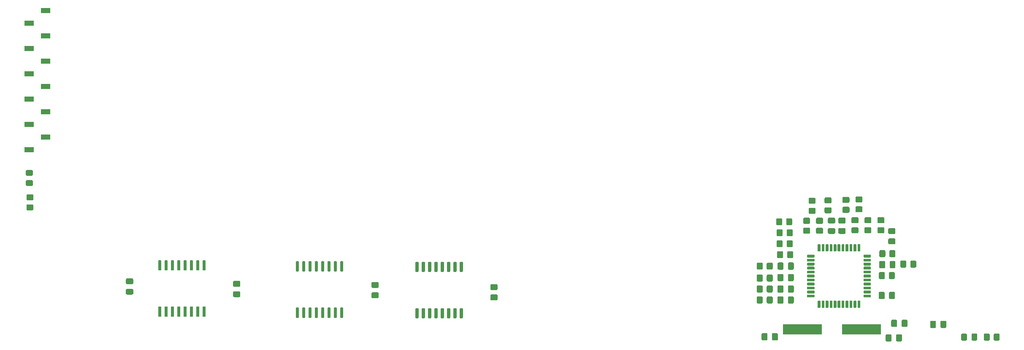
<source format=gbr>
G04 #@! TF.GenerationSoftware,KiCad,Pcbnew,5.1.5+dfsg1-2build2*
G04 #@! TF.CreationDate,2024-05-29T18:28:51+01:00*
G04 #@! TF.ProjectId,qt_touch1,71745f74-6f75-4636-9831-2e6b69636164,rev?*
G04 #@! TF.SameCoordinates,Original*
G04 #@! TF.FileFunction,Paste,Bot*
G04 #@! TF.FilePolarity,Positive*
%FSLAX46Y46*%
G04 Gerber Fmt 4.6, Leading zero omitted, Abs format (unit mm)*
G04 Created by KiCad (PCBNEW 5.1.5+dfsg1-2build2) date 2024-05-29 18:28:51*
%MOMM*%
%LPD*%
G04 APERTURE LIST*
%ADD10C,0.100000*%
%ADD11R,1.900000X1.000000*%
%ADD12R,7.875000X2.000000*%
G04 APERTURE END LIST*
D10*
G36*
X110919703Y-134425722D02*
G01*
X110934264Y-134427882D01*
X110948543Y-134431459D01*
X110962403Y-134436418D01*
X110975710Y-134442712D01*
X110988336Y-134450280D01*
X111000159Y-134459048D01*
X111011066Y-134468934D01*
X111020952Y-134479841D01*
X111029720Y-134491664D01*
X111037288Y-134504290D01*
X111043582Y-134517597D01*
X111048541Y-134531457D01*
X111052118Y-134545736D01*
X111054278Y-134560297D01*
X111055000Y-134575000D01*
X111055000Y-136325000D01*
X111054278Y-136339703D01*
X111052118Y-136354264D01*
X111048541Y-136368543D01*
X111043582Y-136382403D01*
X111037288Y-136395710D01*
X111029720Y-136408336D01*
X111020952Y-136420159D01*
X111011066Y-136431066D01*
X111000159Y-136440952D01*
X110988336Y-136449720D01*
X110975710Y-136457288D01*
X110962403Y-136463582D01*
X110948543Y-136468541D01*
X110934264Y-136472118D01*
X110919703Y-136474278D01*
X110905000Y-136475000D01*
X110605000Y-136475000D01*
X110590297Y-136474278D01*
X110575736Y-136472118D01*
X110561457Y-136468541D01*
X110547597Y-136463582D01*
X110534290Y-136457288D01*
X110521664Y-136449720D01*
X110509841Y-136440952D01*
X110498934Y-136431066D01*
X110489048Y-136420159D01*
X110480280Y-136408336D01*
X110472712Y-136395710D01*
X110466418Y-136382403D01*
X110461459Y-136368543D01*
X110457882Y-136354264D01*
X110455722Y-136339703D01*
X110455000Y-136325000D01*
X110455000Y-134575000D01*
X110455722Y-134560297D01*
X110457882Y-134545736D01*
X110461459Y-134531457D01*
X110466418Y-134517597D01*
X110472712Y-134504290D01*
X110480280Y-134491664D01*
X110489048Y-134479841D01*
X110498934Y-134468934D01*
X110509841Y-134459048D01*
X110521664Y-134450280D01*
X110534290Y-134442712D01*
X110547597Y-134436418D01*
X110561457Y-134431459D01*
X110575736Y-134427882D01*
X110590297Y-134425722D01*
X110605000Y-134425000D01*
X110905000Y-134425000D01*
X110919703Y-134425722D01*
G37*
G36*
X112189703Y-134425722D02*
G01*
X112204264Y-134427882D01*
X112218543Y-134431459D01*
X112232403Y-134436418D01*
X112245710Y-134442712D01*
X112258336Y-134450280D01*
X112270159Y-134459048D01*
X112281066Y-134468934D01*
X112290952Y-134479841D01*
X112299720Y-134491664D01*
X112307288Y-134504290D01*
X112313582Y-134517597D01*
X112318541Y-134531457D01*
X112322118Y-134545736D01*
X112324278Y-134560297D01*
X112325000Y-134575000D01*
X112325000Y-136325000D01*
X112324278Y-136339703D01*
X112322118Y-136354264D01*
X112318541Y-136368543D01*
X112313582Y-136382403D01*
X112307288Y-136395710D01*
X112299720Y-136408336D01*
X112290952Y-136420159D01*
X112281066Y-136431066D01*
X112270159Y-136440952D01*
X112258336Y-136449720D01*
X112245710Y-136457288D01*
X112232403Y-136463582D01*
X112218543Y-136468541D01*
X112204264Y-136472118D01*
X112189703Y-136474278D01*
X112175000Y-136475000D01*
X111875000Y-136475000D01*
X111860297Y-136474278D01*
X111845736Y-136472118D01*
X111831457Y-136468541D01*
X111817597Y-136463582D01*
X111804290Y-136457288D01*
X111791664Y-136449720D01*
X111779841Y-136440952D01*
X111768934Y-136431066D01*
X111759048Y-136420159D01*
X111750280Y-136408336D01*
X111742712Y-136395710D01*
X111736418Y-136382403D01*
X111731459Y-136368543D01*
X111727882Y-136354264D01*
X111725722Y-136339703D01*
X111725000Y-136325000D01*
X111725000Y-134575000D01*
X111725722Y-134560297D01*
X111727882Y-134545736D01*
X111731459Y-134531457D01*
X111736418Y-134517597D01*
X111742712Y-134504290D01*
X111750280Y-134491664D01*
X111759048Y-134479841D01*
X111768934Y-134468934D01*
X111779841Y-134459048D01*
X111791664Y-134450280D01*
X111804290Y-134442712D01*
X111817597Y-134436418D01*
X111831457Y-134431459D01*
X111845736Y-134427882D01*
X111860297Y-134425722D01*
X111875000Y-134425000D01*
X112175000Y-134425000D01*
X112189703Y-134425722D01*
G37*
G36*
X113459703Y-134425722D02*
G01*
X113474264Y-134427882D01*
X113488543Y-134431459D01*
X113502403Y-134436418D01*
X113515710Y-134442712D01*
X113528336Y-134450280D01*
X113540159Y-134459048D01*
X113551066Y-134468934D01*
X113560952Y-134479841D01*
X113569720Y-134491664D01*
X113577288Y-134504290D01*
X113583582Y-134517597D01*
X113588541Y-134531457D01*
X113592118Y-134545736D01*
X113594278Y-134560297D01*
X113595000Y-134575000D01*
X113595000Y-136325000D01*
X113594278Y-136339703D01*
X113592118Y-136354264D01*
X113588541Y-136368543D01*
X113583582Y-136382403D01*
X113577288Y-136395710D01*
X113569720Y-136408336D01*
X113560952Y-136420159D01*
X113551066Y-136431066D01*
X113540159Y-136440952D01*
X113528336Y-136449720D01*
X113515710Y-136457288D01*
X113502403Y-136463582D01*
X113488543Y-136468541D01*
X113474264Y-136472118D01*
X113459703Y-136474278D01*
X113445000Y-136475000D01*
X113145000Y-136475000D01*
X113130297Y-136474278D01*
X113115736Y-136472118D01*
X113101457Y-136468541D01*
X113087597Y-136463582D01*
X113074290Y-136457288D01*
X113061664Y-136449720D01*
X113049841Y-136440952D01*
X113038934Y-136431066D01*
X113029048Y-136420159D01*
X113020280Y-136408336D01*
X113012712Y-136395710D01*
X113006418Y-136382403D01*
X113001459Y-136368543D01*
X112997882Y-136354264D01*
X112995722Y-136339703D01*
X112995000Y-136325000D01*
X112995000Y-134575000D01*
X112995722Y-134560297D01*
X112997882Y-134545736D01*
X113001459Y-134531457D01*
X113006418Y-134517597D01*
X113012712Y-134504290D01*
X113020280Y-134491664D01*
X113029048Y-134479841D01*
X113038934Y-134468934D01*
X113049841Y-134459048D01*
X113061664Y-134450280D01*
X113074290Y-134442712D01*
X113087597Y-134436418D01*
X113101457Y-134431459D01*
X113115736Y-134427882D01*
X113130297Y-134425722D01*
X113145000Y-134425000D01*
X113445000Y-134425000D01*
X113459703Y-134425722D01*
G37*
G36*
X114729703Y-134425722D02*
G01*
X114744264Y-134427882D01*
X114758543Y-134431459D01*
X114772403Y-134436418D01*
X114785710Y-134442712D01*
X114798336Y-134450280D01*
X114810159Y-134459048D01*
X114821066Y-134468934D01*
X114830952Y-134479841D01*
X114839720Y-134491664D01*
X114847288Y-134504290D01*
X114853582Y-134517597D01*
X114858541Y-134531457D01*
X114862118Y-134545736D01*
X114864278Y-134560297D01*
X114865000Y-134575000D01*
X114865000Y-136325000D01*
X114864278Y-136339703D01*
X114862118Y-136354264D01*
X114858541Y-136368543D01*
X114853582Y-136382403D01*
X114847288Y-136395710D01*
X114839720Y-136408336D01*
X114830952Y-136420159D01*
X114821066Y-136431066D01*
X114810159Y-136440952D01*
X114798336Y-136449720D01*
X114785710Y-136457288D01*
X114772403Y-136463582D01*
X114758543Y-136468541D01*
X114744264Y-136472118D01*
X114729703Y-136474278D01*
X114715000Y-136475000D01*
X114415000Y-136475000D01*
X114400297Y-136474278D01*
X114385736Y-136472118D01*
X114371457Y-136468541D01*
X114357597Y-136463582D01*
X114344290Y-136457288D01*
X114331664Y-136449720D01*
X114319841Y-136440952D01*
X114308934Y-136431066D01*
X114299048Y-136420159D01*
X114290280Y-136408336D01*
X114282712Y-136395710D01*
X114276418Y-136382403D01*
X114271459Y-136368543D01*
X114267882Y-136354264D01*
X114265722Y-136339703D01*
X114265000Y-136325000D01*
X114265000Y-134575000D01*
X114265722Y-134560297D01*
X114267882Y-134545736D01*
X114271459Y-134531457D01*
X114276418Y-134517597D01*
X114282712Y-134504290D01*
X114290280Y-134491664D01*
X114299048Y-134479841D01*
X114308934Y-134468934D01*
X114319841Y-134459048D01*
X114331664Y-134450280D01*
X114344290Y-134442712D01*
X114357597Y-134436418D01*
X114371457Y-134431459D01*
X114385736Y-134427882D01*
X114400297Y-134425722D01*
X114415000Y-134425000D01*
X114715000Y-134425000D01*
X114729703Y-134425722D01*
G37*
G36*
X115999703Y-134425722D02*
G01*
X116014264Y-134427882D01*
X116028543Y-134431459D01*
X116042403Y-134436418D01*
X116055710Y-134442712D01*
X116068336Y-134450280D01*
X116080159Y-134459048D01*
X116091066Y-134468934D01*
X116100952Y-134479841D01*
X116109720Y-134491664D01*
X116117288Y-134504290D01*
X116123582Y-134517597D01*
X116128541Y-134531457D01*
X116132118Y-134545736D01*
X116134278Y-134560297D01*
X116135000Y-134575000D01*
X116135000Y-136325000D01*
X116134278Y-136339703D01*
X116132118Y-136354264D01*
X116128541Y-136368543D01*
X116123582Y-136382403D01*
X116117288Y-136395710D01*
X116109720Y-136408336D01*
X116100952Y-136420159D01*
X116091066Y-136431066D01*
X116080159Y-136440952D01*
X116068336Y-136449720D01*
X116055710Y-136457288D01*
X116042403Y-136463582D01*
X116028543Y-136468541D01*
X116014264Y-136472118D01*
X115999703Y-136474278D01*
X115985000Y-136475000D01*
X115685000Y-136475000D01*
X115670297Y-136474278D01*
X115655736Y-136472118D01*
X115641457Y-136468541D01*
X115627597Y-136463582D01*
X115614290Y-136457288D01*
X115601664Y-136449720D01*
X115589841Y-136440952D01*
X115578934Y-136431066D01*
X115569048Y-136420159D01*
X115560280Y-136408336D01*
X115552712Y-136395710D01*
X115546418Y-136382403D01*
X115541459Y-136368543D01*
X115537882Y-136354264D01*
X115535722Y-136339703D01*
X115535000Y-136325000D01*
X115535000Y-134575000D01*
X115535722Y-134560297D01*
X115537882Y-134545736D01*
X115541459Y-134531457D01*
X115546418Y-134517597D01*
X115552712Y-134504290D01*
X115560280Y-134491664D01*
X115569048Y-134479841D01*
X115578934Y-134468934D01*
X115589841Y-134459048D01*
X115601664Y-134450280D01*
X115614290Y-134442712D01*
X115627597Y-134436418D01*
X115641457Y-134431459D01*
X115655736Y-134427882D01*
X115670297Y-134425722D01*
X115685000Y-134425000D01*
X115985000Y-134425000D01*
X115999703Y-134425722D01*
G37*
G36*
X117269703Y-134425722D02*
G01*
X117284264Y-134427882D01*
X117298543Y-134431459D01*
X117312403Y-134436418D01*
X117325710Y-134442712D01*
X117338336Y-134450280D01*
X117350159Y-134459048D01*
X117361066Y-134468934D01*
X117370952Y-134479841D01*
X117379720Y-134491664D01*
X117387288Y-134504290D01*
X117393582Y-134517597D01*
X117398541Y-134531457D01*
X117402118Y-134545736D01*
X117404278Y-134560297D01*
X117405000Y-134575000D01*
X117405000Y-136325000D01*
X117404278Y-136339703D01*
X117402118Y-136354264D01*
X117398541Y-136368543D01*
X117393582Y-136382403D01*
X117387288Y-136395710D01*
X117379720Y-136408336D01*
X117370952Y-136420159D01*
X117361066Y-136431066D01*
X117350159Y-136440952D01*
X117338336Y-136449720D01*
X117325710Y-136457288D01*
X117312403Y-136463582D01*
X117298543Y-136468541D01*
X117284264Y-136472118D01*
X117269703Y-136474278D01*
X117255000Y-136475000D01*
X116955000Y-136475000D01*
X116940297Y-136474278D01*
X116925736Y-136472118D01*
X116911457Y-136468541D01*
X116897597Y-136463582D01*
X116884290Y-136457288D01*
X116871664Y-136449720D01*
X116859841Y-136440952D01*
X116848934Y-136431066D01*
X116839048Y-136420159D01*
X116830280Y-136408336D01*
X116822712Y-136395710D01*
X116816418Y-136382403D01*
X116811459Y-136368543D01*
X116807882Y-136354264D01*
X116805722Y-136339703D01*
X116805000Y-136325000D01*
X116805000Y-134575000D01*
X116805722Y-134560297D01*
X116807882Y-134545736D01*
X116811459Y-134531457D01*
X116816418Y-134517597D01*
X116822712Y-134504290D01*
X116830280Y-134491664D01*
X116839048Y-134479841D01*
X116848934Y-134468934D01*
X116859841Y-134459048D01*
X116871664Y-134450280D01*
X116884290Y-134442712D01*
X116897597Y-134436418D01*
X116911457Y-134431459D01*
X116925736Y-134427882D01*
X116940297Y-134425722D01*
X116955000Y-134425000D01*
X117255000Y-134425000D01*
X117269703Y-134425722D01*
G37*
G36*
X118539703Y-134425722D02*
G01*
X118554264Y-134427882D01*
X118568543Y-134431459D01*
X118582403Y-134436418D01*
X118595710Y-134442712D01*
X118608336Y-134450280D01*
X118620159Y-134459048D01*
X118631066Y-134468934D01*
X118640952Y-134479841D01*
X118649720Y-134491664D01*
X118657288Y-134504290D01*
X118663582Y-134517597D01*
X118668541Y-134531457D01*
X118672118Y-134545736D01*
X118674278Y-134560297D01*
X118675000Y-134575000D01*
X118675000Y-136325000D01*
X118674278Y-136339703D01*
X118672118Y-136354264D01*
X118668541Y-136368543D01*
X118663582Y-136382403D01*
X118657288Y-136395710D01*
X118649720Y-136408336D01*
X118640952Y-136420159D01*
X118631066Y-136431066D01*
X118620159Y-136440952D01*
X118608336Y-136449720D01*
X118595710Y-136457288D01*
X118582403Y-136463582D01*
X118568543Y-136468541D01*
X118554264Y-136472118D01*
X118539703Y-136474278D01*
X118525000Y-136475000D01*
X118225000Y-136475000D01*
X118210297Y-136474278D01*
X118195736Y-136472118D01*
X118181457Y-136468541D01*
X118167597Y-136463582D01*
X118154290Y-136457288D01*
X118141664Y-136449720D01*
X118129841Y-136440952D01*
X118118934Y-136431066D01*
X118109048Y-136420159D01*
X118100280Y-136408336D01*
X118092712Y-136395710D01*
X118086418Y-136382403D01*
X118081459Y-136368543D01*
X118077882Y-136354264D01*
X118075722Y-136339703D01*
X118075000Y-136325000D01*
X118075000Y-134575000D01*
X118075722Y-134560297D01*
X118077882Y-134545736D01*
X118081459Y-134531457D01*
X118086418Y-134517597D01*
X118092712Y-134504290D01*
X118100280Y-134491664D01*
X118109048Y-134479841D01*
X118118934Y-134468934D01*
X118129841Y-134459048D01*
X118141664Y-134450280D01*
X118154290Y-134442712D01*
X118167597Y-134436418D01*
X118181457Y-134431459D01*
X118195736Y-134427882D01*
X118210297Y-134425722D01*
X118225000Y-134425000D01*
X118525000Y-134425000D01*
X118539703Y-134425722D01*
G37*
G36*
X119809703Y-134425722D02*
G01*
X119824264Y-134427882D01*
X119838543Y-134431459D01*
X119852403Y-134436418D01*
X119865710Y-134442712D01*
X119878336Y-134450280D01*
X119890159Y-134459048D01*
X119901066Y-134468934D01*
X119910952Y-134479841D01*
X119919720Y-134491664D01*
X119927288Y-134504290D01*
X119933582Y-134517597D01*
X119938541Y-134531457D01*
X119942118Y-134545736D01*
X119944278Y-134560297D01*
X119945000Y-134575000D01*
X119945000Y-136325000D01*
X119944278Y-136339703D01*
X119942118Y-136354264D01*
X119938541Y-136368543D01*
X119933582Y-136382403D01*
X119927288Y-136395710D01*
X119919720Y-136408336D01*
X119910952Y-136420159D01*
X119901066Y-136431066D01*
X119890159Y-136440952D01*
X119878336Y-136449720D01*
X119865710Y-136457288D01*
X119852403Y-136463582D01*
X119838543Y-136468541D01*
X119824264Y-136472118D01*
X119809703Y-136474278D01*
X119795000Y-136475000D01*
X119495000Y-136475000D01*
X119480297Y-136474278D01*
X119465736Y-136472118D01*
X119451457Y-136468541D01*
X119437597Y-136463582D01*
X119424290Y-136457288D01*
X119411664Y-136449720D01*
X119399841Y-136440952D01*
X119388934Y-136431066D01*
X119379048Y-136420159D01*
X119370280Y-136408336D01*
X119362712Y-136395710D01*
X119356418Y-136382403D01*
X119351459Y-136368543D01*
X119347882Y-136354264D01*
X119345722Y-136339703D01*
X119345000Y-136325000D01*
X119345000Y-134575000D01*
X119345722Y-134560297D01*
X119347882Y-134545736D01*
X119351459Y-134531457D01*
X119356418Y-134517597D01*
X119362712Y-134504290D01*
X119370280Y-134491664D01*
X119379048Y-134479841D01*
X119388934Y-134468934D01*
X119399841Y-134459048D01*
X119411664Y-134450280D01*
X119424290Y-134442712D01*
X119437597Y-134436418D01*
X119451457Y-134431459D01*
X119465736Y-134427882D01*
X119480297Y-134425722D01*
X119495000Y-134425000D01*
X119795000Y-134425000D01*
X119809703Y-134425722D01*
G37*
G36*
X119809703Y-125125722D02*
G01*
X119824264Y-125127882D01*
X119838543Y-125131459D01*
X119852403Y-125136418D01*
X119865710Y-125142712D01*
X119878336Y-125150280D01*
X119890159Y-125159048D01*
X119901066Y-125168934D01*
X119910952Y-125179841D01*
X119919720Y-125191664D01*
X119927288Y-125204290D01*
X119933582Y-125217597D01*
X119938541Y-125231457D01*
X119942118Y-125245736D01*
X119944278Y-125260297D01*
X119945000Y-125275000D01*
X119945000Y-127025000D01*
X119944278Y-127039703D01*
X119942118Y-127054264D01*
X119938541Y-127068543D01*
X119933582Y-127082403D01*
X119927288Y-127095710D01*
X119919720Y-127108336D01*
X119910952Y-127120159D01*
X119901066Y-127131066D01*
X119890159Y-127140952D01*
X119878336Y-127149720D01*
X119865710Y-127157288D01*
X119852403Y-127163582D01*
X119838543Y-127168541D01*
X119824264Y-127172118D01*
X119809703Y-127174278D01*
X119795000Y-127175000D01*
X119495000Y-127175000D01*
X119480297Y-127174278D01*
X119465736Y-127172118D01*
X119451457Y-127168541D01*
X119437597Y-127163582D01*
X119424290Y-127157288D01*
X119411664Y-127149720D01*
X119399841Y-127140952D01*
X119388934Y-127131066D01*
X119379048Y-127120159D01*
X119370280Y-127108336D01*
X119362712Y-127095710D01*
X119356418Y-127082403D01*
X119351459Y-127068543D01*
X119347882Y-127054264D01*
X119345722Y-127039703D01*
X119345000Y-127025000D01*
X119345000Y-125275000D01*
X119345722Y-125260297D01*
X119347882Y-125245736D01*
X119351459Y-125231457D01*
X119356418Y-125217597D01*
X119362712Y-125204290D01*
X119370280Y-125191664D01*
X119379048Y-125179841D01*
X119388934Y-125168934D01*
X119399841Y-125159048D01*
X119411664Y-125150280D01*
X119424290Y-125142712D01*
X119437597Y-125136418D01*
X119451457Y-125131459D01*
X119465736Y-125127882D01*
X119480297Y-125125722D01*
X119495000Y-125125000D01*
X119795000Y-125125000D01*
X119809703Y-125125722D01*
G37*
G36*
X118539703Y-125125722D02*
G01*
X118554264Y-125127882D01*
X118568543Y-125131459D01*
X118582403Y-125136418D01*
X118595710Y-125142712D01*
X118608336Y-125150280D01*
X118620159Y-125159048D01*
X118631066Y-125168934D01*
X118640952Y-125179841D01*
X118649720Y-125191664D01*
X118657288Y-125204290D01*
X118663582Y-125217597D01*
X118668541Y-125231457D01*
X118672118Y-125245736D01*
X118674278Y-125260297D01*
X118675000Y-125275000D01*
X118675000Y-127025000D01*
X118674278Y-127039703D01*
X118672118Y-127054264D01*
X118668541Y-127068543D01*
X118663582Y-127082403D01*
X118657288Y-127095710D01*
X118649720Y-127108336D01*
X118640952Y-127120159D01*
X118631066Y-127131066D01*
X118620159Y-127140952D01*
X118608336Y-127149720D01*
X118595710Y-127157288D01*
X118582403Y-127163582D01*
X118568543Y-127168541D01*
X118554264Y-127172118D01*
X118539703Y-127174278D01*
X118525000Y-127175000D01*
X118225000Y-127175000D01*
X118210297Y-127174278D01*
X118195736Y-127172118D01*
X118181457Y-127168541D01*
X118167597Y-127163582D01*
X118154290Y-127157288D01*
X118141664Y-127149720D01*
X118129841Y-127140952D01*
X118118934Y-127131066D01*
X118109048Y-127120159D01*
X118100280Y-127108336D01*
X118092712Y-127095710D01*
X118086418Y-127082403D01*
X118081459Y-127068543D01*
X118077882Y-127054264D01*
X118075722Y-127039703D01*
X118075000Y-127025000D01*
X118075000Y-125275000D01*
X118075722Y-125260297D01*
X118077882Y-125245736D01*
X118081459Y-125231457D01*
X118086418Y-125217597D01*
X118092712Y-125204290D01*
X118100280Y-125191664D01*
X118109048Y-125179841D01*
X118118934Y-125168934D01*
X118129841Y-125159048D01*
X118141664Y-125150280D01*
X118154290Y-125142712D01*
X118167597Y-125136418D01*
X118181457Y-125131459D01*
X118195736Y-125127882D01*
X118210297Y-125125722D01*
X118225000Y-125125000D01*
X118525000Y-125125000D01*
X118539703Y-125125722D01*
G37*
G36*
X117269703Y-125125722D02*
G01*
X117284264Y-125127882D01*
X117298543Y-125131459D01*
X117312403Y-125136418D01*
X117325710Y-125142712D01*
X117338336Y-125150280D01*
X117350159Y-125159048D01*
X117361066Y-125168934D01*
X117370952Y-125179841D01*
X117379720Y-125191664D01*
X117387288Y-125204290D01*
X117393582Y-125217597D01*
X117398541Y-125231457D01*
X117402118Y-125245736D01*
X117404278Y-125260297D01*
X117405000Y-125275000D01*
X117405000Y-127025000D01*
X117404278Y-127039703D01*
X117402118Y-127054264D01*
X117398541Y-127068543D01*
X117393582Y-127082403D01*
X117387288Y-127095710D01*
X117379720Y-127108336D01*
X117370952Y-127120159D01*
X117361066Y-127131066D01*
X117350159Y-127140952D01*
X117338336Y-127149720D01*
X117325710Y-127157288D01*
X117312403Y-127163582D01*
X117298543Y-127168541D01*
X117284264Y-127172118D01*
X117269703Y-127174278D01*
X117255000Y-127175000D01*
X116955000Y-127175000D01*
X116940297Y-127174278D01*
X116925736Y-127172118D01*
X116911457Y-127168541D01*
X116897597Y-127163582D01*
X116884290Y-127157288D01*
X116871664Y-127149720D01*
X116859841Y-127140952D01*
X116848934Y-127131066D01*
X116839048Y-127120159D01*
X116830280Y-127108336D01*
X116822712Y-127095710D01*
X116816418Y-127082403D01*
X116811459Y-127068543D01*
X116807882Y-127054264D01*
X116805722Y-127039703D01*
X116805000Y-127025000D01*
X116805000Y-125275000D01*
X116805722Y-125260297D01*
X116807882Y-125245736D01*
X116811459Y-125231457D01*
X116816418Y-125217597D01*
X116822712Y-125204290D01*
X116830280Y-125191664D01*
X116839048Y-125179841D01*
X116848934Y-125168934D01*
X116859841Y-125159048D01*
X116871664Y-125150280D01*
X116884290Y-125142712D01*
X116897597Y-125136418D01*
X116911457Y-125131459D01*
X116925736Y-125127882D01*
X116940297Y-125125722D01*
X116955000Y-125125000D01*
X117255000Y-125125000D01*
X117269703Y-125125722D01*
G37*
G36*
X115999703Y-125125722D02*
G01*
X116014264Y-125127882D01*
X116028543Y-125131459D01*
X116042403Y-125136418D01*
X116055710Y-125142712D01*
X116068336Y-125150280D01*
X116080159Y-125159048D01*
X116091066Y-125168934D01*
X116100952Y-125179841D01*
X116109720Y-125191664D01*
X116117288Y-125204290D01*
X116123582Y-125217597D01*
X116128541Y-125231457D01*
X116132118Y-125245736D01*
X116134278Y-125260297D01*
X116135000Y-125275000D01*
X116135000Y-127025000D01*
X116134278Y-127039703D01*
X116132118Y-127054264D01*
X116128541Y-127068543D01*
X116123582Y-127082403D01*
X116117288Y-127095710D01*
X116109720Y-127108336D01*
X116100952Y-127120159D01*
X116091066Y-127131066D01*
X116080159Y-127140952D01*
X116068336Y-127149720D01*
X116055710Y-127157288D01*
X116042403Y-127163582D01*
X116028543Y-127168541D01*
X116014264Y-127172118D01*
X115999703Y-127174278D01*
X115985000Y-127175000D01*
X115685000Y-127175000D01*
X115670297Y-127174278D01*
X115655736Y-127172118D01*
X115641457Y-127168541D01*
X115627597Y-127163582D01*
X115614290Y-127157288D01*
X115601664Y-127149720D01*
X115589841Y-127140952D01*
X115578934Y-127131066D01*
X115569048Y-127120159D01*
X115560280Y-127108336D01*
X115552712Y-127095710D01*
X115546418Y-127082403D01*
X115541459Y-127068543D01*
X115537882Y-127054264D01*
X115535722Y-127039703D01*
X115535000Y-127025000D01*
X115535000Y-125275000D01*
X115535722Y-125260297D01*
X115537882Y-125245736D01*
X115541459Y-125231457D01*
X115546418Y-125217597D01*
X115552712Y-125204290D01*
X115560280Y-125191664D01*
X115569048Y-125179841D01*
X115578934Y-125168934D01*
X115589841Y-125159048D01*
X115601664Y-125150280D01*
X115614290Y-125142712D01*
X115627597Y-125136418D01*
X115641457Y-125131459D01*
X115655736Y-125127882D01*
X115670297Y-125125722D01*
X115685000Y-125125000D01*
X115985000Y-125125000D01*
X115999703Y-125125722D01*
G37*
G36*
X114729703Y-125125722D02*
G01*
X114744264Y-125127882D01*
X114758543Y-125131459D01*
X114772403Y-125136418D01*
X114785710Y-125142712D01*
X114798336Y-125150280D01*
X114810159Y-125159048D01*
X114821066Y-125168934D01*
X114830952Y-125179841D01*
X114839720Y-125191664D01*
X114847288Y-125204290D01*
X114853582Y-125217597D01*
X114858541Y-125231457D01*
X114862118Y-125245736D01*
X114864278Y-125260297D01*
X114865000Y-125275000D01*
X114865000Y-127025000D01*
X114864278Y-127039703D01*
X114862118Y-127054264D01*
X114858541Y-127068543D01*
X114853582Y-127082403D01*
X114847288Y-127095710D01*
X114839720Y-127108336D01*
X114830952Y-127120159D01*
X114821066Y-127131066D01*
X114810159Y-127140952D01*
X114798336Y-127149720D01*
X114785710Y-127157288D01*
X114772403Y-127163582D01*
X114758543Y-127168541D01*
X114744264Y-127172118D01*
X114729703Y-127174278D01*
X114715000Y-127175000D01*
X114415000Y-127175000D01*
X114400297Y-127174278D01*
X114385736Y-127172118D01*
X114371457Y-127168541D01*
X114357597Y-127163582D01*
X114344290Y-127157288D01*
X114331664Y-127149720D01*
X114319841Y-127140952D01*
X114308934Y-127131066D01*
X114299048Y-127120159D01*
X114290280Y-127108336D01*
X114282712Y-127095710D01*
X114276418Y-127082403D01*
X114271459Y-127068543D01*
X114267882Y-127054264D01*
X114265722Y-127039703D01*
X114265000Y-127025000D01*
X114265000Y-125275000D01*
X114265722Y-125260297D01*
X114267882Y-125245736D01*
X114271459Y-125231457D01*
X114276418Y-125217597D01*
X114282712Y-125204290D01*
X114290280Y-125191664D01*
X114299048Y-125179841D01*
X114308934Y-125168934D01*
X114319841Y-125159048D01*
X114331664Y-125150280D01*
X114344290Y-125142712D01*
X114357597Y-125136418D01*
X114371457Y-125131459D01*
X114385736Y-125127882D01*
X114400297Y-125125722D01*
X114415000Y-125125000D01*
X114715000Y-125125000D01*
X114729703Y-125125722D01*
G37*
G36*
X113459703Y-125125722D02*
G01*
X113474264Y-125127882D01*
X113488543Y-125131459D01*
X113502403Y-125136418D01*
X113515710Y-125142712D01*
X113528336Y-125150280D01*
X113540159Y-125159048D01*
X113551066Y-125168934D01*
X113560952Y-125179841D01*
X113569720Y-125191664D01*
X113577288Y-125204290D01*
X113583582Y-125217597D01*
X113588541Y-125231457D01*
X113592118Y-125245736D01*
X113594278Y-125260297D01*
X113595000Y-125275000D01*
X113595000Y-127025000D01*
X113594278Y-127039703D01*
X113592118Y-127054264D01*
X113588541Y-127068543D01*
X113583582Y-127082403D01*
X113577288Y-127095710D01*
X113569720Y-127108336D01*
X113560952Y-127120159D01*
X113551066Y-127131066D01*
X113540159Y-127140952D01*
X113528336Y-127149720D01*
X113515710Y-127157288D01*
X113502403Y-127163582D01*
X113488543Y-127168541D01*
X113474264Y-127172118D01*
X113459703Y-127174278D01*
X113445000Y-127175000D01*
X113145000Y-127175000D01*
X113130297Y-127174278D01*
X113115736Y-127172118D01*
X113101457Y-127168541D01*
X113087597Y-127163582D01*
X113074290Y-127157288D01*
X113061664Y-127149720D01*
X113049841Y-127140952D01*
X113038934Y-127131066D01*
X113029048Y-127120159D01*
X113020280Y-127108336D01*
X113012712Y-127095710D01*
X113006418Y-127082403D01*
X113001459Y-127068543D01*
X112997882Y-127054264D01*
X112995722Y-127039703D01*
X112995000Y-127025000D01*
X112995000Y-125275000D01*
X112995722Y-125260297D01*
X112997882Y-125245736D01*
X113001459Y-125231457D01*
X113006418Y-125217597D01*
X113012712Y-125204290D01*
X113020280Y-125191664D01*
X113029048Y-125179841D01*
X113038934Y-125168934D01*
X113049841Y-125159048D01*
X113061664Y-125150280D01*
X113074290Y-125142712D01*
X113087597Y-125136418D01*
X113101457Y-125131459D01*
X113115736Y-125127882D01*
X113130297Y-125125722D01*
X113145000Y-125125000D01*
X113445000Y-125125000D01*
X113459703Y-125125722D01*
G37*
G36*
X112189703Y-125125722D02*
G01*
X112204264Y-125127882D01*
X112218543Y-125131459D01*
X112232403Y-125136418D01*
X112245710Y-125142712D01*
X112258336Y-125150280D01*
X112270159Y-125159048D01*
X112281066Y-125168934D01*
X112290952Y-125179841D01*
X112299720Y-125191664D01*
X112307288Y-125204290D01*
X112313582Y-125217597D01*
X112318541Y-125231457D01*
X112322118Y-125245736D01*
X112324278Y-125260297D01*
X112325000Y-125275000D01*
X112325000Y-127025000D01*
X112324278Y-127039703D01*
X112322118Y-127054264D01*
X112318541Y-127068543D01*
X112313582Y-127082403D01*
X112307288Y-127095710D01*
X112299720Y-127108336D01*
X112290952Y-127120159D01*
X112281066Y-127131066D01*
X112270159Y-127140952D01*
X112258336Y-127149720D01*
X112245710Y-127157288D01*
X112232403Y-127163582D01*
X112218543Y-127168541D01*
X112204264Y-127172118D01*
X112189703Y-127174278D01*
X112175000Y-127175000D01*
X111875000Y-127175000D01*
X111860297Y-127174278D01*
X111845736Y-127172118D01*
X111831457Y-127168541D01*
X111817597Y-127163582D01*
X111804290Y-127157288D01*
X111791664Y-127149720D01*
X111779841Y-127140952D01*
X111768934Y-127131066D01*
X111759048Y-127120159D01*
X111750280Y-127108336D01*
X111742712Y-127095710D01*
X111736418Y-127082403D01*
X111731459Y-127068543D01*
X111727882Y-127054264D01*
X111725722Y-127039703D01*
X111725000Y-127025000D01*
X111725000Y-125275000D01*
X111725722Y-125260297D01*
X111727882Y-125245736D01*
X111731459Y-125231457D01*
X111736418Y-125217597D01*
X111742712Y-125204290D01*
X111750280Y-125191664D01*
X111759048Y-125179841D01*
X111768934Y-125168934D01*
X111779841Y-125159048D01*
X111791664Y-125150280D01*
X111804290Y-125142712D01*
X111817597Y-125136418D01*
X111831457Y-125131459D01*
X111845736Y-125127882D01*
X111860297Y-125125722D01*
X111875000Y-125125000D01*
X112175000Y-125125000D01*
X112189703Y-125125722D01*
G37*
G36*
X110919703Y-125125722D02*
G01*
X110934264Y-125127882D01*
X110948543Y-125131459D01*
X110962403Y-125136418D01*
X110975710Y-125142712D01*
X110988336Y-125150280D01*
X111000159Y-125159048D01*
X111011066Y-125168934D01*
X111020952Y-125179841D01*
X111029720Y-125191664D01*
X111037288Y-125204290D01*
X111043582Y-125217597D01*
X111048541Y-125231457D01*
X111052118Y-125245736D01*
X111054278Y-125260297D01*
X111055000Y-125275000D01*
X111055000Y-127025000D01*
X111054278Y-127039703D01*
X111052118Y-127054264D01*
X111048541Y-127068543D01*
X111043582Y-127082403D01*
X111037288Y-127095710D01*
X111029720Y-127108336D01*
X111020952Y-127120159D01*
X111011066Y-127131066D01*
X111000159Y-127140952D01*
X110988336Y-127149720D01*
X110975710Y-127157288D01*
X110962403Y-127163582D01*
X110948543Y-127168541D01*
X110934264Y-127172118D01*
X110919703Y-127174278D01*
X110905000Y-127175000D01*
X110605000Y-127175000D01*
X110590297Y-127174278D01*
X110575736Y-127172118D01*
X110561457Y-127168541D01*
X110547597Y-127163582D01*
X110534290Y-127157288D01*
X110521664Y-127149720D01*
X110509841Y-127140952D01*
X110498934Y-127131066D01*
X110489048Y-127120159D01*
X110480280Y-127108336D01*
X110472712Y-127095710D01*
X110466418Y-127082403D01*
X110461459Y-127068543D01*
X110457882Y-127054264D01*
X110455722Y-127039703D01*
X110455000Y-127025000D01*
X110455000Y-125275000D01*
X110455722Y-125260297D01*
X110457882Y-125245736D01*
X110461459Y-125231457D01*
X110466418Y-125217597D01*
X110472712Y-125204290D01*
X110480280Y-125191664D01*
X110489048Y-125179841D01*
X110498934Y-125168934D01*
X110509841Y-125159048D01*
X110521664Y-125150280D01*
X110534290Y-125142712D01*
X110547597Y-125136418D01*
X110561457Y-125131459D01*
X110575736Y-125127882D01*
X110590297Y-125125722D01*
X110605000Y-125125000D01*
X110905000Y-125125000D01*
X110919703Y-125125722D01*
G37*
G36*
X86919703Y-134325722D02*
G01*
X86934264Y-134327882D01*
X86948543Y-134331459D01*
X86962403Y-134336418D01*
X86975710Y-134342712D01*
X86988336Y-134350280D01*
X87000159Y-134359048D01*
X87011066Y-134368934D01*
X87020952Y-134379841D01*
X87029720Y-134391664D01*
X87037288Y-134404290D01*
X87043582Y-134417597D01*
X87048541Y-134431457D01*
X87052118Y-134445736D01*
X87054278Y-134460297D01*
X87055000Y-134475000D01*
X87055000Y-136225000D01*
X87054278Y-136239703D01*
X87052118Y-136254264D01*
X87048541Y-136268543D01*
X87043582Y-136282403D01*
X87037288Y-136295710D01*
X87029720Y-136308336D01*
X87020952Y-136320159D01*
X87011066Y-136331066D01*
X87000159Y-136340952D01*
X86988336Y-136349720D01*
X86975710Y-136357288D01*
X86962403Y-136363582D01*
X86948543Y-136368541D01*
X86934264Y-136372118D01*
X86919703Y-136374278D01*
X86905000Y-136375000D01*
X86605000Y-136375000D01*
X86590297Y-136374278D01*
X86575736Y-136372118D01*
X86561457Y-136368541D01*
X86547597Y-136363582D01*
X86534290Y-136357288D01*
X86521664Y-136349720D01*
X86509841Y-136340952D01*
X86498934Y-136331066D01*
X86489048Y-136320159D01*
X86480280Y-136308336D01*
X86472712Y-136295710D01*
X86466418Y-136282403D01*
X86461459Y-136268543D01*
X86457882Y-136254264D01*
X86455722Y-136239703D01*
X86455000Y-136225000D01*
X86455000Y-134475000D01*
X86455722Y-134460297D01*
X86457882Y-134445736D01*
X86461459Y-134431457D01*
X86466418Y-134417597D01*
X86472712Y-134404290D01*
X86480280Y-134391664D01*
X86489048Y-134379841D01*
X86498934Y-134368934D01*
X86509841Y-134359048D01*
X86521664Y-134350280D01*
X86534290Y-134342712D01*
X86547597Y-134336418D01*
X86561457Y-134331459D01*
X86575736Y-134327882D01*
X86590297Y-134325722D01*
X86605000Y-134325000D01*
X86905000Y-134325000D01*
X86919703Y-134325722D01*
G37*
G36*
X88189703Y-134325722D02*
G01*
X88204264Y-134327882D01*
X88218543Y-134331459D01*
X88232403Y-134336418D01*
X88245710Y-134342712D01*
X88258336Y-134350280D01*
X88270159Y-134359048D01*
X88281066Y-134368934D01*
X88290952Y-134379841D01*
X88299720Y-134391664D01*
X88307288Y-134404290D01*
X88313582Y-134417597D01*
X88318541Y-134431457D01*
X88322118Y-134445736D01*
X88324278Y-134460297D01*
X88325000Y-134475000D01*
X88325000Y-136225000D01*
X88324278Y-136239703D01*
X88322118Y-136254264D01*
X88318541Y-136268543D01*
X88313582Y-136282403D01*
X88307288Y-136295710D01*
X88299720Y-136308336D01*
X88290952Y-136320159D01*
X88281066Y-136331066D01*
X88270159Y-136340952D01*
X88258336Y-136349720D01*
X88245710Y-136357288D01*
X88232403Y-136363582D01*
X88218543Y-136368541D01*
X88204264Y-136372118D01*
X88189703Y-136374278D01*
X88175000Y-136375000D01*
X87875000Y-136375000D01*
X87860297Y-136374278D01*
X87845736Y-136372118D01*
X87831457Y-136368541D01*
X87817597Y-136363582D01*
X87804290Y-136357288D01*
X87791664Y-136349720D01*
X87779841Y-136340952D01*
X87768934Y-136331066D01*
X87759048Y-136320159D01*
X87750280Y-136308336D01*
X87742712Y-136295710D01*
X87736418Y-136282403D01*
X87731459Y-136268543D01*
X87727882Y-136254264D01*
X87725722Y-136239703D01*
X87725000Y-136225000D01*
X87725000Y-134475000D01*
X87725722Y-134460297D01*
X87727882Y-134445736D01*
X87731459Y-134431457D01*
X87736418Y-134417597D01*
X87742712Y-134404290D01*
X87750280Y-134391664D01*
X87759048Y-134379841D01*
X87768934Y-134368934D01*
X87779841Y-134359048D01*
X87791664Y-134350280D01*
X87804290Y-134342712D01*
X87817597Y-134336418D01*
X87831457Y-134331459D01*
X87845736Y-134327882D01*
X87860297Y-134325722D01*
X87875000Y-134325000D01*
X88175000Y-134325000D01*
X88189703Y-134325722D01*
G37*
G36*
X89459703Y-134325722D02*
G01*
X89474264Y-134327882D01*
X89488543Y-134331459D01*
X89502403Y-134336418D01*
X89515710Y-134342712D01*
X89528336Y-134350280D01*
X89540159Y-134359048D01*
X89551066Y-134368934D01*
X89560952Y-134379841D01*
X89569720Y-134391664D01*
X89577288Y-134404290D01*
X89583582Y-134417597D01*
X89588541Y-134431457D01*
X89592118Y-134445736D01*
X89594278Y-134460297D01*
X89595000Y-134475000D01*
X89595000Y-136225000D01*
X89594278Y-136239703D01*
X89592118Y-136254264D01*
X89588541Y-136268543D01*
X89583582Y-136282403D01*
X89577288Y-136295710D01*
X89569720Y-136308336D01*
X89560952Y-136320159D01*
X89551066Y-136331066D01*
X89540159Y-136340952D01*
X89528336Y-136349720D01*
X89515710Y-136357288D01*
X89502403Y-136363582D01*
X89488543Y-136368541D01*
X89474264Y-136372118D01*
X89459703Y-136374278D01*
X89445000Y-136375000D01*
X89145000Y-136375000D01*
X89130297Y-136374278D01*
X89115736Y-136372118D01*
X89101457Y-136368541D01*
X89087597Y-136363582D01*
X89074290Y-136357288D01*
X89061664Y-136349720D01*
X89049841Y-136340952D01*
X89038934Y-136331066D01*
X89029048Y-136320159D01*
X89020280Y-136308336D01*
X89012712Y-136295710D01*
X89006418Y-136282403D01*
X89001459Y-136268543D01*
X88997882Y-136254264D01*
X88995722Y-136239703D01*
X88995000Y-136225000D01*
X88995000Y-134475000D01*
X88995722Y-134460297D01*
X88997882Y-134445736D01*
X89001459Y-134431457D01*
X89006418Y-134417597D01*
X89012712Y-134404290D01*
X89020280Y-134391664D01*
X89029048Y-134379841D01*
X89038934Y-134368934D01*
X89049841Y-134359048D01*
X89061664Y-134350280D01*
X89074290Y-134342712D01*
X89087597Y-134336418D01*
X89101457Y-134331459D01*
X89115736Y-134327882D01*
X89130297Y-134325722D01*
X89145000Y-134325000D01*
X89445000Y-134325000D01*
X89459703Y-134325722D01*
G37*
G36*
X90729703Y-134325722D02*
G01*
X90744264Y-134327882D01*
X90758543Y-134331459D01*
X90772403Y-134336418D01*
X90785710Y-134342712D01*
X90798336Y-134350280D01*
X90810159Y-134359048D01*
X90821066Y-134368934D01*
X90830952Y-134379841D01*
X90839720Y-134391664D01*
X90847288Y-134404290D01*
X90853582Y-134417597D01*
X90858541Y-134431457D01*
X90862118Y-134445736D01*
X90864278Y-134460297D01*
X90865000Y-134475000D01*
X90865000Y-136225000D01*
X90864278Y-136239703D01*
X90862118Y-136254264D01*
X90858541Y-136268543D01*
X90853582Y-136282403D01*
X90847288Y-136295710D01*
X90839720Y-136308336D01*
X90830952Y-136320159D01*
X90821066Y-136331066D01*
X90810159Y-136340952D01*
X90798336Y-136349720D01*
X90785710Y-136357288D01*
X90772403Y-136363582D01*
X90758543Y-136368541D01*
X90744264Y-136372118D01*
X90729703Y-136374278D01*
X90715000Y-136375000D01*
X90415000Y-136375000D01*
X90400297Y-136374278D01*
X90385736Y-136372118D01*
X90371457Y-136368541D01*
X90357597Y-136363582D01*
X90344290Y-136357288D01*
X90331664Y-136349720D01*
X90319841Y-136340952D01*
X90308934Y-136331066D01*
X90299048Y-136320159D01*
X90290280Y-136308336D01*
X90282712Y-136295710D01*
X90276418Y-136282403D01*
X90271459Y-136268543D01*
X90267882Y-136254264D01*
X90265722Y-136239703D01*
X90265000Y-136225000D01*
X90265000Y-134475000D01*
X90265722Y-134460297D01*
X90267882Y-134445736D01*
X90271459Y-134431457D01*
X90276418Y-134417597D01*
X90282712Y-134404290D01*
X90290280Y-134391664D01*
X90299048Y-134379841D01*
X90308934Y-134368934D01*
X90319841Y-134359048D01*
X90331664Y-134350280D01*
X90344290Y-134342712D01*
X90357597Y-134336418D01*
X90371457Y-134331459D01*
X90385736Y-134327882D01*
X90400297Y-134325722D01*
X90415000Y-134325000D01*
X90715000Y-134325000D01*
X90729703Y-134325722D01*
G37*
G36*
X91999703Y-134325722D02*
G01*
X92014264Y-134327882D01*
X92028543Y-134331459D01*
X92042403Y-134336418D01*
X92055710Y-134342712D01*
X92068336Y-134350280D01*
X92080159Y-134359048D01*
X92091066Y-134368934D01*
X92100952Y-134379841D01*
X92109720Y-134391664D01*
X92117288Y-134404290D01*
X92123582Y-134417597D01*
X92128541Y-134431457D01*
X92132118Y-134445736D01*
X92134278Y-134460297D01*
X92135000Y-134475000D01*
X92135000Y-136225000D01*
X92134278Y-136239703D01*
X92132118Y-136254264D01*
X92128541Y-136268543D01*
X92123582Y-136282403D01*
X92117288Y-136295710D01*
X92109720Y-136308336D01*
X92100952Y-136320159D01*
X92091066Y-136331066D01*
X92080159Y-136340952D01*
X92068336Y-136349720D01*
X92055710Y-136357288D01*
X92042403Y-136363582D01*
X92028543Y-136368541D01*
X92014264Y-136372118D01*
X91999703Y-136374278D01*
X91985000Y-136375000D01*
X91685000Y-136375000D01*
X91670297Y-136374278D01*
X91655736Y-136372118D01*
X91641457Y-136368541D01*
X91627597Y-136363582D01*
X91614290Y-136357288D01*
X91601664Y-136349720D01*
X91589841Y-136340952D01*
X91578934Y-136331066D01*
X91569048Y-136320159D01*
X91560280Y-136308336D01*
X91552712Y-136295710D01*
X91546418Y-136282403D01*
X91541459Y-136268543D01*
X91537882Y-136254264D01*
X91535722Y-136239703D01*
X91535000Y-136225000D01*
X91535000Y-134475000D01*
X91535722Y-134460297D01*
X91537882Y-134445736D01*
X91541459Y-134431457D01*
X91546418Y-134417597D01*
X91552712Y-134404290D01*
X91560280Y-134391664D01*
X91569048Y-134379841D01*
X91578934Y-134368934D01*
X91589841Y-134359048D01*
X91601664Y-134350280D01*
X91614290Y-134342712D01*
X91627597Y-134336418D01*
X91641457Y-134331459D01*
X91655736Y-134327882D01*
X91670297Y-134325722D01*
X91685000Y-134325000D01*
X91985000Y-134325000D01*
X91999703Y-134325722D01*
G37*
G36*
X93269703Y-134325722D02*
G01*
X93284264Y-134327882D01*
X93298543Y-134331459D01*
X93312403Y-134336418D01*
X93325710Y-134342712D01*
X93338336Y-134350280D01*
X93350159Y-134359048D01*
X93361066Y-134368934D01*
X93370952Y-134379841D01*
X93379720Y-134391664D01*
X93387288Y-134404290D01*
X93393582Y-134417597D01*
X93398541Y-134431457D01*
X93402118Y-134445736D01*
X93404278Y-134460297D01*
X93405000Y-134475000D01*
X93405000Y-136225000D01*
X93404278Y-136239703D01*
X93402118Y-136254264D01*
X93398541Y-136268543D01*
X93393582Y-136282403D01*
X93387288Y-136295710D01*
X93379720Y-136308336D01*
X93370952Y-136320159D01*
X93361066Y-136331066D01*
X93350159Y-136340952D01*
X93338336Y-136349720D01*
X93325710Y-136357288D01*
X93312403Y-136363582D01*
X93298543Y-136368541D01*
X93284264Y-136372118D01*
X93269703Y-136374278D01*
X93255000Y-136375000D01*
X92955000Y-136375000D01*
X92940297Y-136374278D01*
X92925736Y-136372118D01*
X92911457Y-136368541D01*
X92897597Y-136363582D01*
X92884290Y-136357288D01*
X92871664Y-136349720D01*
X92859841Y-136340952D01*
X92848934Y-136331066D01*
X92839048Y-136320159D01*
X92830280Y-136308336D01*
X92822712Y-136295710D01*
X92816418Y-136282403D01*
X92811459Y-136268543D01*
X92807882Y-136254264D01*
X92805722Y-136239703D01*
X92805000Y-136225000D01*
X92805000Y-134475000D01*
X92805722Y-134460297D01*
X92807882Y-134445736D01*
X92811459Y-134431457D01*
X92816418Y-134417597D01*
X92822712Y-134404290D01*
X92830280Y-134391664D01*
X92839048Y-134379841D01*
X92848934Y-134368934D01*
X92859841Y-134359048D01*
X92871664Y-134350280D01*
X92884290Y-134342712D01*
X92897597Y-134336418D01*
X92911457Y-134331459D01*
X92925736Y-134327882D01*
X92940297Y-134325722D01*
X92955000Y-134325000D01*
X93255000Y-134325000D01*
X93269703Y-134325722D01*
G37*
G36*
X94539703Y-134325722D02*
G01*
X94554264Y-134327882D01*
X94568543Y-134331459D01*
X94582403Y-134336418D01*
X94595710Y-134342712D01*
X94608336Y-134350280D01*
X94620159Y-134359048D01*
X94631066Y-134368934D01*
X94640952Y-134379841D01*
X94649720Y-134391664D01*
X94657288Y-134404290D01*
X94663582Y-134417597D01*
X94668541Y-134431457D01*
X94672118Y-134445736D01*
X94674278Y-134460297D01*
X94675000Y-134475000D01*
X94675000Y-136225000D01*
X94674278Y-136239703D01*
X94672118Y-136254264D01*
X94668541Y-136268543D01*
X94663582Y-136282403D01*
X94657288Y-136295710D01*
X94649720Y-136308336D01*
X94640952Y-136320159D01*
X94631066Y-136331066D01*
X94620159Y-136340952D01*
X94608336Y-136349720D01*
X94595710Y-136357288D01*
X94582403Y-136363582D01*
X94568543Y-136368541D01*
X94554264Y-136372118D01*
X94539703Y-136374278D01*
X94525000Y-136375000D01*
X94225000Y-136375000D01*
X94210297Y-136374278D01*
X94195736Y-136372118D01*
X94181457Y-136368541D01*
X94167597Y-136363582D01*
X94154290Y-136357288D01*
X94141664Y-136349720D01*
X94129841Y-136340952D01*
X94118934Y-136331066D01*
X94109048Y-136320159D01*
X94100280Y-136308336D01*
X94092712Y-136295710D01*
X94086418Y-136282403D01*
X94081459Y-136268543D01*
X94077882Y-136254264D01*
X94075722Y-136239703D01*
X94075000Y-136225000D01*
X94075000Y-134475000D01*
X94075722Y-134460297D01*
X94077882Y-134445736D01*
X94081459Y-134431457D01*
X94086418Y-134417597D01*
X94092712Y-134404290D01*
X94100280Y-134391664D01*
X94109048Y-134379841D01*
X94118934Y-134368934D01*
X94129841Y-134359048D01*
X94141664Y-134350280D01*
X94154290Y-134342712D01*
X94167597Y-134336418D01*
X94181457Y-134331459D01*
X94195736Y-134327882D01*
X94210297Y-134325722D01*
X94225000Y-134325000D01*
X94525000Y-134325000D01*
X94539703Y-134325722D01*
G37*
G36*
X95809703Y-134325722D02*
G01*
X95824264Y-134327882D01*
X95838543Y-134331459D01*
X95852403Y-134336418D01*
X95865710Y-134342712D01*
X95878336Y-134350280D01*
X95890159Y-134359048D01*
X95901066Y-134368934D01*
X95910952Y-134379841D01*
X95919720Y-134391664D01*
X95927288Y-134404290D01*
X95933582Y-134417597D01*
X95938541Y-134431457D01*
X95942118Y-134445736D01*
X95944278Y-134460297D01*
X95945000Y-134475000D01*
X95945000Y-136225000D01*
X95944278Y-136239703D01*
X95942118Y-136254264D01*
X95938541Y-136268543D01*
X95933582Y-136282403D01*
X95927288Y-136295710D01*
X95919720Y-136308336D01*
X95910952Y-136320159D01*
X95901066Y-136331066D01*
X95890159Y-136340952D01*
X95878336Y-136349720D01*
X95865710Y-136357288D01*
X95852403Y-136363582D01*
X95838543Y-136368541D01*
X95824264Y-136372118D01*
X95809703Y-136374278D01*
X95795000Y-136375000D01*
X95495000Y-136375000D01*
X95480297Y-136374278D01*
X95465736Y-136372118D01*
X95451457Y-136368541D01*
X95437597Y-136363582D01*
X95424290Y-136357288D01*
X95411664Y-136349720D01*
X95399841Y-136340952D01*
X95388934Y-136331066D01*
X95379048Y-136320159D01*
X95370280Y-136308336D01*
X95362712Y-136295710D01*
X95356418Y-136282403D01*
X95351459Y-136268543D01*
X95347882Y-136254264D01*
X95345722Y-136239703D01*
X95345000Y-136225000D01*
X95345000Y-134475000D01*
X95345722Y-134460297D01*
X95347882Y-134445736D01*
X95351459Y-134431457D01*
X95356418Y-134417597D01*
X95362712Y-134404290D01*
X95370280Y-134391664D01*
X95379048Y-134379841D01*
X95388934Y-134368934D01*
X95399841Y-134359048D01*
X95411664Y-134350280D01*
X95424290Y-134342712D01*
X95437597Y-134336418D01*
X95451457Y-134331459D01*
X95465736Y-134327882D01*
X95480297Y-134325722D01*
X95495000Y-134325000D01*
X95795000Y-134325000D01*
X95809703Y-134325722D01*
G37*
G36*
X95809703Y-125025722D02*
G01*
X95824264Y-125027882D01*
X95838543Y-125031459D01*
X95852403Y-125036418D01*
X95865710Y-125042712D01*
X95878336Y-125050280D01*
X95890159Y-125059048D01*
X95901066Y-125068934D01*
X95910952Y-125079841D01*
X95919720Y-125091664D01*
X95927288Y-125104290D01*
X95933582Y-125117597D01*
X95938541Y-125131457D01*
X95942118Y-125145736D01*
X95944278Y-125160297D01*
X95945000Y-125175000D01*
X95945000Y-126925000D01*
X95944278Y-126939703D01*
X95942118Y-126954264D01*
X95938541Y-126968543D01*
X95933582Y-126982403D01*
X95927288Y-126995710D01*
X95919720Y-127008336D01*
X95910952Y-127020159D01*
X95901066Y-127031066D01*
X95890159Y-127040952D01*
X95878336Y-127049720D01*
X95865710Y-127057288D01*
X95852403Y-127063582D01*
X95838543Y-127068541D01*
X95824264Y-127072118D01*
X95809703Y-127074278D01*
X95795000Y-127075000D01*
X95495000Y-127075000D01*
X95480297Y-127074278D01*
X95465736Y-127072118D01*
X95451457Y-127068541D01*
X95437597Y-127063582D01*
X95424290Y-127057288D01*
X95411664Y-127049720D01*
X95399841Y-127040952D01*
X95388934Y-127031066D01*
X95379048Y-127020159D01*
X95370280Y-127008336D01*
X95362712Y-126995710D01*
X95356418Y-126982403D01*
X95351459Y-126968543D01*
X95347882Y-126954264D01*
X95345722Y-126939703D01*
X95345000Y-126925000D01*
X95345000Y-125175000D01*
X95345722Y-125160297D01*
X95347882Y-125145736D01*
X95351459Y-125131457D01*
X95356418Y-125117597D01*
X95362712Y-125104290D01*
X95370280Y-125091664D01*
X95379048Y-125079841D01*
X95388934Y-125068934D01*
X95399841Y-125059048D01*
X95411664Y-125050280D01*
X95424290Y-125042712D01*
X95437597Y-125036418D01*
X95451457Y-125031459D01*
X95465736Y-125027882D01*
X95480297Y-125025722D01*
X95495000Y-125025000D01*
X95795000Y-125025000D01*
X95809703Y-125025722D01*
G37*
G36*
X94539703Y-125025722D02*
G01*
X94554264Y-125027882D01*
X94568543Y-125031459D01*
X94582403Y-125036418D01*
X94595710Y-125042712D01*
X94608336Y-125050280D01*
X94620159Y-125059048D01*
X94631066Y-125068934D01*
X94640952Y-125079841D01*
X94649720Y-125091664D01*
X94657288Y-125104290D01*
X94663582Y-125117597D01*
X94668541Y-125131457D01*
X94672118Y-125145736D01*
X94674278Y-125160297D01*
X94675000Y-125175000D01*
X94675000Y-126925000D01*
X94674278Y-126939703D01*
X94672118Y-126954264D01*
X94668541Y-126968543D01*
X94663582Y-126982403D01*
X94657288Y-126995710D01*
X94649720Y-127008336D01*
X94640952Y-127020159D01*
X94631066Y-127031066D01*
X94620159Y-127040952D01*
X94608336Y-127049720D01*
X94595710Y-127057288D01*
X94582403Y-127063582D01*
X94568543Y-127068541D01*
X94554264Y-127072118D01*
X94539703Y-127074278D01*
X94525000Y-127075000D01*
X94225000Y-127075000D01*
X94210297Y-127074278D01*
X94195736Y-127072118D01*
X94181457Y-127068541D01*
X94167597Y-127063582D01*
X94154290Y-127057288D01*
X94141664Y-127049720D01*
X94129841Y-127040952D01*
X94118934Y-127031066D01*
X94109048Y-127020159D01*
X94100280Y-127008336D01*
X94092712Y-126995710D01*
X94086418Y-126982403D01*
X94081459Y-126968543D01*
X94077882Y-126954264D01*
X94075722Y-126939703D01*
X94075000Y-126925000D01*
X94075000Y-125175000D01*
X94075722Y-125160297D01*
X94077882Y-125145736D01*
X94081459Y-125131457D01*
X94086418Y-125117597D01*
X94092712Y-125104290D01*
X94100280Y-125091664D01*
X94109048Y-125079841D01*
X94118934Y-125068934D01*
X94129841Y-125059048D01*
X94141664Y-125050280D01*
X94154290Y-125042712D01*
X94167597Y-125036418D01*
X94181457Y-125031459D01*
X94195736Y-125027882D01*
X94210297Y-125025722D01*
X94225000Y-125025000D01*
X94525000Y-125025000D01*
X94539703Y-125025722D01*
G37*
G36*
X93269703Y-125025722D02*
G01*
X93284264Y-125027882D01*
X93298543Y-125031459D01*
X93312403Y-125036418D01*
X93325710Y-125042712D01*
X93338336Y-125050280D01*
X93350159Y-125059048D01*
X93361066Y-125068934D01*
X93370952Y-125079841D01*
X93379720Y-125091664D01*
X93387288Y-125104290D01*
X93393582Y-125117597D01*
X93398541Y-125131457D01*
X93402118Y-125145736D01*
X93404278Y-125160297D01*
X93405000Y-125175000D01*
X93405000Y-126925000D01*
X93404278Y-126939703D01*
X93402118Y-126954264D01*
X93398541Y-126968543D01*
X93393582Y-126982403D01*
X93387288Y-126995710D01*
X93379720Y-127008336D01*
X93370952Y-127020159D01*
X93361066Y-127031066D01*
X93350159Y-127040952D01*
X93338336Y-127049720D01*
X93325710Y-127057288D01*
X93312403Y-127063582D01*
X93298543Y-127068541D01*
X93284264Y-127072118D01*
X93269703Y-127074278D01*
X93255000Y-127075000D01*
X92955000Y-127075000D01*
X92940297Y-127074278D01*
X92925736Y-127072118D01*
X92911457Y-127068541D01*
X92897597Y-127063582D01*
X92884290Y-127057288D01*
X92871664Y-127049720D01*
X92859841Y-127040952D01*
X92848934Y-127031066D01*
X92839048Y-127020159D01*
X92830280Y-127008336D01*
X92822712Y-126995710D01*
X92816418Y-126982403D01*
X92811459Y-126968543D01*
X92807882Y-126954264D01*
X92805722Y-126939703D01*
X92805000Y-126925000D01*
X92805000Y-125175000D01*
X92805722Y-125160297D01*
X92807882Y-125145736D01*
X92811459Y-125131457D01*
X92816418Y-125117597D01*
X92822712Y-125104290D01*
X92830280Y-125091664D01*
X92839048Y-125079841D01*
X92848934Y-125068934D01*
X92859841Y-125059048D01*
X92871664Y-125050280D01*
X92884290Y-125042712D01*
X92897597Y-125036418D01*
X92911457Y-125031459D01*
X92925736Y-125027882D01*
X92940297Y-125025722D01*
X92955000Y-125025000D01*
X93255000Y-125025000D01*
X93269703Y-125025722D01*
G37*
G36*
X91999703Y-125025722D02*
G01*
X92014264Y-125027882D01*
X92028543Y-125031459D01*
X92042403Y-125036418D01*
X92055710Y-125042712D01*
X92068336Y-125050280D01*
X92080159Y-125059048D01*
X92091066Y-125068934D01*
X92100952Y-125079841D01*
X92109720Y-125091664D01*
X92117288Y-125104290D01*
X92123582Y-125117597D01*
X92128541Y-125131457D01*
X92132118Y-125145736D01*
X92134278Y-125160297D01*
X92135000Y-125175000D01*
X92135000Y-126925000D01*
X92134278Y-126939703D01*
X92132118Y-126954264D01*
X92128541Y-126968543D01*
X92123582Y-126982403D01*
X92117288Y-126995710D01*
X92109720Y-127008336D01*
X92100952Y-127020159D01*
X92091066Y-127031066D01*
X92080159Y-127040952D01*
X92068336Y-127049720D01*
X92055710Y-127057288D01*
X92042403Y-127063582D01*
X92028543Y-127068541D01*
X92014264Y-127072118D01*
X91999703Y-127074278D01*
X91985000Y-127075000D01*
X91685000Y-127075000D01*
X91670297Y-127074278D01*
X91655736Y-127072118D01*
X91641457Y-127068541D01*
X91627597Y-127063582D01*
X91614290Y-127057288D01*
X91601664Y-127049720D01*
X91589841Y-127040952D01*
X91578934Y-127031066D01*
X91569048Y-127020159D01*
X91560280Y-127008336D01*
X91552712Y-126995710D01*
X91546418Y-126982403D01*
X91541459Y-126968543D01*
X91537882Y-126954264D01*
X91535722Y-126939703D01*
X91535000Y-126925000D01*
X91535000Y-125175000D01*
X91535722Y-125160297D01*
X91537882Y-125145736D01*
X91541459Y-125131457D01*
X91546418Y-125117597D01*
X91552712Y-125104290D01*
X91560280Y-125091664D01*
X91569048Y-125079841D01*
X91578934Y-125068934D01*
X91589841Y-125059048D01*
X91601664Y-125050280D01*
X91614290Y-125042712D01*
X91627597Y-125036418D01*
X91641457Y-125031459D01*
X91655736Y-125027882D01*
X91670297Y-125025722D01*
X91685000Y-125025000D01*
X91985000Y-125025000D01*
X91999703Y-125025722D01*
G37*
G36*
X90729703Y-125025722D02*
G01*
X90744264Y-125027882D01*
X90758543Y-125031459D01*
X90772403Y-125036418D01*
X90785710Y-125042712D01*
X90798336Y-125050280D01*
X90810159Y-125059048D01*
X90821066Y-125068934D01*
X90830952Y-125079841D01*
X90839720Y-125091664D01*
X90847288Y-125104290D01*
X90853582Y-125117597D01*
X90858541Y-125131457D01*
X90862118Y-125145736D01*
X90864278Y-125160297D01*
X90865000Y-125175000D01*
X90865000Y-126925000D01*
X90864278Y-126939703D01*
X90862118Y-126954264D01*
X90858541Y-126968543D01*
X90853582Y-126982403D01*
X90847288Y-126995710D01*
X90839720Y-127008336D01*
X90830952Y-127020159D01*
X90821066Y-127031066D01*
X90810159Y-127040952D01*
X90798336Y-127049720D01*
X90785710Y-127057288D01*
X90772403Y-127063582D01*
X90758543Y-127068541D01*
X90744264Y-127072118D01*
X90729703Y-127074278D01*
X90715000Y-127075000D01*
X90415000Y-127075000D01*
X90400297Y-127074278D01*
X90385736Y-127072118D01*
X90371457Y-127068541D01*
X90357597Y-127063582D01*
X90344290Y-127057288D01*
X90331664Y-127049720D01*
X90319841Y-127040952D01*
X90308934Y-127031066D01*
X90299048Y-127020159D01*
X90290280Y-127008336D01*
X90282712Y-126995710D01*
X90276418Y-126982403D01*
X90271459Y-126968543D01*
X90267882Y-126954264D01*
X90265722Y-126939703D01*
X90265000Y-126925000D01*
X90265000Y-125175000D01*
X90265722Y-125160297D01*
X90267882Y-125145736D01*
X90271459Y-125131457D01*
X90276418Y-125117597D01*
X90282712Y-125104290D01*
X90290280Y-125091664D01*
X90299048Y-125079841D01*
X90308934Y-125068934D01*
X90319841Y-125059048D01*
X90331664Y-125050280D01*
X90344290Y-125042712D01*
X90357597Y-125036418D01*
X90371457Y-125031459D01*
X90385736Y-125027882D01*
X90400297Y-125025722D01*
X90415000Y-125025000D01*
X90715000Y-125025000D01*
X90729703Y-125025722D01*
G37*
G36*
X89459703Y-125025722D02*
G01*
X89474264Y-125027882D01*
X89488543Y-125031459D01*
X89502403Y-125036418D01*
X89515710Y-125042712D01*
X89528336Y-125050280D01*
X89540159Y-125059048D01*
X89551066Y-125068934D01*
X89560952Y-125079841D01*
X89569720Y-125091664D01*
X89577288Y-125104290D01*
X89583582Y-125117597D01*
X89588541Y-125131457D01*
X89592118Y-125145736D01*
X89594278Y-125160297D01*
X89595000Y-125175000D01*
X89595000Y-126925000D01*
X89594278Y-126939703D01*
X89592118Y-126954264D01*
X89588541Y-126968543D01*
X89583582Y-126982403D01*
X89577288Y-126995710D01*
X89569720Y-127008336D01*
X89560952Y-127020159D01*
X89551066Y-127031066D01*
X89540159Y-127040952D01*
X89528336Y-127049720D01*
X89515710Y-127057288D01*
X89502403Y-127063582D01*
X89488543Y-127068541D01*
X89474264Y-127072118D01*
X89459703Y-127074278D01*
X89445000Y-127075000D01*
X89145000Y-127075000D01*
X89130297Y-127074278D01*
X89115736Y-127072118D01*
X89101457Y-127068541D01*
X89087597Y-127063582D01*
X89074290Y-127057288D01*
X89061664Y-127049720D01*
X89049841Y-127040952D01*
X89038934Y-127031066D01*
X89029048Y-127020159D01*
X89020280Y-127008336D01*
X89012712Y-126995710D01*
X89006418Y-126982403D01*
X89001459Y-126968543D01*
X88997882Y-126954264D01*
X88995722Y-126939703D01*
X88995000Y-126925000D01*
X88995000Y-125175000D01*
X88995722Y-125160297D01*
X88997882Y-125145736D01*
X89001459Y-125131457D01*
X89006418Y-125117597D01*
X89012712Y-125104290D01*
X89020280Y-125091664D01*
X89029048Y-125079841D01*
X89038934Y-125068934D01*
X89049841Y-125059048D01*
X89061664Y-125050280D01*
X89074290Y-125042712D01*
X89087597Y-125036418D01*
X89101457Y-125031459D01*
X89115736Y-125027882D01*
X89130297Y-125025722D01*
X89145000Y-125025000D01*
X89445000Y-125025000D01*
X89459703Y-125025722D01*
G37*
G36*
X88189703Y-125025722D02*
G01*
X88204264Y-125027882D01*
X88218543Y-125031459D01*
X88232403Y-125036418D01*
X88245710Y-125042712D01*
X88258336Y-125050280D01*
X88270159Y-125059048D01*
X88281066Y-125068934D01*
X88290952Y-125079841D01*
X88299720Y-125091664D01*
X88307288Y-125104290D01*
X88313582Y-125117597D01*
X88318541Y-125131457D01*
X88322118Y-125145736D01*
X88324278Y-125160297D01*
X88325000Y-125175000D01*
X88325000Y-126925000D01*
X88324278Y-126939703D01*
X88322118Y-126954264D01*
X88318541Y-126968543D01*
X88313582Y-126982403D01*
X88307288Y-126995710D01*
X88299720Y-127008336D01*
X88290952Y-127020159D01*
X88281066Y-127031066D01*
X88270159Y-127040952D01*
X88258336Y-127049720D01*
X88245710Y-127057288D01*
X88232403Y-127063582D01*
X88218543Y-127068541D01*
X88204264Y-127072118D01*
X88189703Y-127074278D01*
X88175000Y-127075000D01*
X87875000Y-127075000D01*
X87860297Y-127074278D01*
X87845736Y-127072118D01*
X87831457Y-127068541D01*
X87817597Y-127063582D01*
X87804290Y-127057288D01*
X87791664Y-127049720D01*
X87779841Y-127040952D01*
X87768934Y-127031066D01*
X87759048Y-127020159D01*
X87750280Y-127008336D01*
X87742712Y-126995710D01*
X87736418Y-126982403D01*
X87731459Y-126968543D01*
X87727882Y-126954264D01*
X87725722Y-126939703D01*
X87725000Y-126925000D01*
X87725000Y-125175000D01*
X87725722Y-125160297D01*
X87727882Y-125145736D01*
X87731459Y-125131457D01*
X87736418Y-125117597D01*
X87742712Y-125104290D01*
X87750280Y-125091664D01*
X87759048Y-125079841D01*
X87768934Y-125068934D01*
X87779841Y-125059048D01*
X87791664Y-125050280D01*
X87804290Y-125042712D01*
X87817597Y-125036418D01*
X87831457Y-125031459D01*
X87845736Y-125027882D01*
X87860297Y-125025722D01*
X87875000Y-125025000D01*
X88175000Y-125025000D01*
X88189703Y-125025722D01*
G37*
G36*
X86919703Y-125025722D02*
G01*
X86934264Y-125027882D01*
X86948543Y-125031459D01*
X86962403Y-125036418D01*
X86975710Y-125042712D01*
X86988336Y-125050280D01*
X87000159Y-125059048D01*
X87011066Y-125068934D01*
X87020952Y-125079841D01*
X87029720Y-125091664D01*
X87037288Y-125104290D01*
X87043582Y-125117597D01*
X87048541Y-125131457D01*
X87052118Y-125145736D01*
X87054278Y-125160297D01*
X87055000Y-125175000D01*
X87055000Y-126925000D01*
X87054278Y-126939703D01*
X87052118Y-126954264D01*
X87048541Y-126968543D01*
X87043582Y-126982403D01*
X87037288Y-126995710D01*
X87029720Y-127008336D01*
X87020952Y-127020159D01*
X87011066Y-127031066D01*
X87000159Y-127040952D01*
X86988336Y-127049720D01*
X86975710Y-127057288D01*
X86962403Y-127063582D01*
X86948543Y-127068541D01*
X86934264Y-127072118D01*
X86919703Y-127074278D01*
X86905000Y-127075000D01*
X86605000Y-127075000D01*
X86590297Y-127074278D01*
X86575736Y-127072118D01*
X86561457Y-127068541D01*
X86547597Y-127063582D01*
X86534290Y-127057288D01*
X86521664Y-127049720D01*
X86509841Y-127040952D01*
X86498934Y-127031066D01*
X86489048Y-127020159D01*
X86480280Y-127008336D01*
X86472712Y-126995710D01*
X86466418Y-126982403D01*
X86461459Y-126968543D01*
X86457882Y-126954264D01*
X86455722Y-126939703D01*
X86455000Y-126925000D01*
X86455000Y-125175000D01*
X86455722Y-125160297D01*
X86457882Y-125145736D01*
X86461459Y-125131457D01*
X86466418Y-125117597D01*
X86472712Y-125104290D01*
X86480280Y-125091664D01*
X86489048Y-125079841D01*
X86498934Y-125068934D01*
X86509841Y-125059048D01*
X86521664Y-125050280D01*
X86534290Y-125042712D01*
X86547597Y-125036418D01*
X86561457Y-125031459D01*
X86575736Y-125027882D01*
X86590297Y-125025722D01*
X86605000Y-125025000D01*
X86905000Y-125025000D01*
X86919703Y-125025722D01*
G37*
G36*
X59319703Y-134125722D02*
G01*
X59334264Y-134127882D01*
X59348543Y-134131459D01*
X59362403Y-134136418D01*
X59375710Y-134142712D01*
X59388336Y-134150280D01*
X59400159Y-134159048D01*
X59411066Y-134168934D01*
X59420952Y-134179841D01*
X59429720Y-134191664D01*
X59437288Y-134204290D01*
X59443582Y-134217597D01*
X59448541Y-134231457D01*
X59452118Y-134245736D01*
X59454278Y-134260297D01*
X59455000Y-134275000D01*
X59455000Y-136025000D01*
X59454278Y-136039703D01*
X59452118Y-136054264D01*
X59448541Y-136068543D01*
X59443582Y-136082403D01*
X59437288Y-136095710D01*
X59429720Y-136108336D01*
X59420952Y-136120159D01*
X59411066Y-136131066D01*
X59400159Y-136140952D01*
X59388336Y-136149720D01*
X59375710Y-136157288D01*
X59362403Y-136163582D01*
X59348543Y-136168541D01*
X59334264Y-136172118D01*
X59319703Y-136174278D01*
X59305000Y-136175000D01*
X59005000Y-136175000D01*
X58990297Y-136174278D01*
X58975736Y-136172118D01*
X58961457Y-136168541D01*
X58947597Y-136163582D01*
X58934290Y-136157288D01*
X58921664Y-136149720D01*
X58909841Y-136140952D01*
X58898934Y-136131066D01*
X58889048Y-136120159D01*
X58880280Y-136108336D01*
X58872712Y-136095710D01*
X58866418Y-136082403D01*
X58861459Y-136068543D01*
X58857882Y-136054264D01*
X58855722Y-136039703D01*
X58855000Y-136025000D01*
X58855000Y-134275000D01*
X58855722Y-134260297D01*
X58857882Y-134245736D01*
X58861459Y-134231457D01*
X58866418Y-134217597D01*
X58872712Y-134204290D01*
X58880280Y-134191664D01*
X58889048Y-134179841D01*
X58898934Y-134168934D01*
X58909841Y-134159048D01*
X58921664Y-134150280D01*
X58934290Y-134142712D01*
X58947597Y-134136418D01*
X58961457Y-134131459D01*
X58975736Y-134127882D01*
X58990297Y-134125722D01*
X59005000Y-134125000D01*
X59305000Y-134125000D01*
X59319703Y-134125722D01*
G37*
G36*
X60589703Y-134125722D02*
G01*
X60604264Y-134127882D01*
X60618543Y-134131459D01*
X60632403Y-134136418D01*
X60645710Y-134142712D01*
X60658336Y-134150280D01*
X60670159Y-134159048D01*
X60681066Y-134168934D01*
X60690952Y-134179841D01*
X60699720Y-134191664D01*
X60707288Y-134204290D01*
X60713582Y-134217597D01*
X60718541Y-134231457D01*
X60722118Y-134245736D01*
X60724278Y-134260297D01*
X60725000Y-134275000D01*
X60725000Y-136025000D01*
X60724278Y-136039703D01*
X60722118Y-136054264D01*
X60718541Y-136068543D01*
X60713582Y-136082403D01*
X60707288Y-136095710D01*
X60699720Y-136108336D01*
X60690952Y-136120159D01*
X60681066Y-136131066D01*
X60670159Y-136140952D01*
X60658336Y-136149720D01*
X60645710Y-136157288D01*
X60632403Y-136163582D01*
X60618543Y-136168541D01*
X60604264Y-136172118D01*
X60589703Y-136174278D01*
X60575000Y-136175000D01*
X60275000Y-136175000D01*
X60260297Y-136174278D01*
X60245736Y-136172118D01*
X60231457Y-136168541D01*
X60217597Y-136163582D01*
X60204290Y-136157288D01*
X60191664Y-136149720D01*
X60179841Y-136140952D01*
X60168934Y-136131066D01*
X60159048Y-136120159D01*
X60150280Y-136108336D01*
X60142712Y-136095710D01*
X60136418Y-136082403D01*
X60131459Y-136068543D01*
X60127882Y-136054264D01*
X60125722Y-136039703D01*
X60125000Y-136025000D01*
X60125000Y-134275000D01*
X60125722Y-134260297D01*
X60127882Y-134245736D01*
X60131459Y-134231457D01*
X60136418Y-134217597D01*
X60142712Y-134204290D01*
X60150280Y-134191664D01*
X60159048Y-134179841D01*
X60168934Y-134168934D01*
X60179841Y-134159048D01*
X60191664Y-134150280D01*
X60204290Y-134142712D01*
X60217597Y-134136418D01*
X60231457Y-134131459D01*
X60245736Y-134127882D01*
X60260297Y-134125722D01*
X60275000Y-134125000D01*
X60575000Y-134125000D01*
X60589703Y-134125722D01*
G37*
G36*
X61859703Y-134125722D02*
G01*
X61874264Y-134127882D01*
X61888543Y-134131459D01*
X61902403Y-134136418D01*
X61915710Y-134142712D01*
X61928336Y-134150280D01*
X61940159Y-134159048D01*
X61951066Y-134168934D01*
X61960952Y-134179841D01*
X61969720Y-134191664D01*
X61977288Y-134204290D01*
X61983582Y-134217597D01*
X61988541Y-134231457D01*
X61992118Y-134245736D01*
X61994278Y-134260297D01*
X61995000Y-134275000D01*
X61995000Y-136025000D01*
X61994278Y-136039703D01*
X61992118Y-136054264D01*
X61988541Y-136068543D01*
X61983582Y-136082403D01*
X61977288Y-136095710D01*
X61969720Y-136108336D01*
X61960952Y-136120159D01*
X61951066Y-136131066D01*
X61940159Y-136140952D01*
X61928336Y-136149720D01*
X61915710Y-136157288D01*
X61902403Y-136163582D01*
X61888543Y-136168541D01*
X61874264Y-136172118D01*
X61859703Y-136174278D01*
X61845000Y-136175000D01*
X61545000Y-136175000D01*
X61530297Y-136174278D01*
X61515736Y-136172118D01*
X61501457Y-136168541D01*
X61487597Y-136163582D01*
X61474290Y-136157288D01*
X61461664Y-136149720D01*
X61449841Y-136140952D01*
X61438934Y-136131066D01*
X61429048Y-136120159D01*
X61420280Y-136108336D01*
X61412712Y-136095710D01*
X61406418Y-136082403D01*
X61401459Y-136068543D01*
X61397882Y-136054264D01*
X61395722Y-136039703D01*
X61395000Y-136025000D01*
X61395000Y-134275000D01*
X61395722Y-134260297D01*
X61397882Y-134245736D01*
X61401459Y-134231457D01*
X61406418Y-134217597D01*
X61412712Y-134204290D01*
X61420280Y-134191664D01*
X61429048Y-134179841D01*
X61438934Y-134168934D01*
X61449841Y-134159048D01*
X61461664Y-134150280D01*
X61474290Y-134142712D01*
X61487597Y-134136418D01*
X61501457Y-134131459D01*
X61515736Y-134127882D01*
X61530297Y-134125722D01*
X61545000Y-134125000D01*
X61845000Y-134125000D01*
X61859703Y-134125722D01*
G37*
G36*
X63129703Y-134125722D02*
G01*
X63144264Y-134127882D01*
X63158543Y-134131459D01*
X63172403Y-134136418D01*
X63185710Y-134142712D01*
X63198336Y-134150280D01*
X63210159Y-134159048D01*
X63221066Y-134168934D01*
X63230952Y-134179841D01*
X63239720Y-134191664D01*
X63247288Y-134204290D01*
X63253582Y-134217597D01*
X63258541Y-134231457D01*
X63262118Y-134245736D01*
X63264278Y-134260297D01*
X63265000Y-134275000D01*
X63265000Y-136025000D01*
X63264278Y-136039703D01*
X63262118Y-136054264D01*
X63258541Y-136068543D01*
X63253582Y-136082403D01*
X63247288Y-136095710D01*
X63239720Y-136108336D01*
X63230952Y-136120159D01*
X63221066Y-136131066D01*
X63210159Y-136140952D01*
X63198336Y-136149720D01*
X63185710Y-136157288D01*
X63172403Y-136163582D01*
X63158543Y-136168541D01*
X63144264Y-136172118D01*
X63129703Y-136174278D01*
X63115000Y-136175000D01*
X62815000Y-136175000D01*
X62800297Y-136174278D01*
X62785736Y-136172118D01*
X62771457Y-136168541D01*
X62757597Y-136163582D01*
X62744290Y-136157288D01*
X62731664Y-136149720D01*
X62719841Y-136140952D01*
X62708934Y-136131066D01*
X62699048Y-136120159D01*
X62690280Y-136108336D01*
X62682712Y-136095710D01*
X62676418Y-136082403D01*
X62671459Y-136068543D01*
X62667882Y-136054264D01*
X62665722Y-136039703D01*
X62665000Y-136025000D01*
X62665000Y-134275000D01*
X62665722Y-134260297D01*
X62667882Y-134245736D01*
X62671459Y-134231457D01*
X62676418Y-134217597D01*
X62682712Y-134204290D01*
X62690280Y-134191664D01*
X62699048Y-134179841D01*
X62708934Y-134168934D01*
X62719841Y-134159048D01*
X62731664Y-134150280D01*
X62744290Y-134142712D01*
X62757597Y-134136418D01*
X62771457Y-134131459D01*
X62785736Y-134127882D01*
X62800297Y-134125722D01*
X62815000Y-134125000D01*
X63115000Y-134125000D01*
X63129703Y-134125722D01*
G37*
G36*
X64399703Y-134125722D02*
G01*
X64414264Y-134127882D01*
X64428543Y-134131459D01*
X64442403Y-134136418D01*
X64455710Y-134142712D01*
X64468336Y-134150280D01*
X64480159Y-134159048D01*
X64491066Y-134168934D01*
X64500952Y-134179841D01*
X64509720Y-134191664D01*
X64517288Y-134204290D01*
X64523582Y-134217597D01*
X64528541Y-134231457D01*
X64532118Y-134245736D01*
X64534278Y-134260297D01*
X64535000Y-134275000D01*
X64535000Y-136025000D01*
X64534278Y-136039703D01*
X64532118Y-136054264D01*
X64528541Y-136068543D01*
X64523582Y-136082403D01*
X64517288Y-136095710D01*
X64509720Y-136108336D01*
X64500952Y-136120159D01*
X64491066Y-136131066D01*
X64480159Y-136140952D01*
X64468336Y-136149720D01*
X64455710Y-136157288D01*
X64442403Y-136163582D01*
X64428543Y-136168541D01*
X64414264Y-136172118D01*
X64399703Y-136174278D01*
X64385000Y-136175000D01*
X64085000Y-136175000D01*
X64070297Y-136174278D01*
X64055736Y-136172118D01*
X64041457Y-136168541D01*
X64027597Y-136163582D01*
X64014290Y-136157288D01*
X64001664Y-136149720D01*
X63989841Y-136140952D01*
X63978934Y-136131066D01*
X63969048Y-136120159D01*
X63960280Y-136108336D01*
X63952712Y-136095710D01*
X63946418Y-136082403D01*
X63941459Y-136068543D01*
X63937882Y-136054264D01*
X63935722Y-136039703D01*
X63935000Y-136025000D01*
X63935000Y-134275000D01*
X63935722Y-134260297D01*
X63937882Y-134245736D01*
X63941459Y-134231457D01*
X63946418Y-134217597D01*
X63952712Y-134204290D01*
X63960280Y-134191664D01*
X63969048Y-134179841D01*
X63978934Y-134168934D01*
X63989841Y-134159048D01*
X64001664Y-134150280D01*
X64014290Y-134142712D01*
X64027597Y-134136418D01*
X64041457Y-134131459D01*
X64055736Y-134127882D01*
X64070297Y-134125722D01*
X64085000Y-134125000D01*
X64385000Y-134125000D01*
X64399703Y-134125722D01*
G37*
G36*
X65669703Y-134125722D02*
G01*
X65684264Y-134127882D01*
X65698543Y-134131459D01*
X65712403Y-134136418D01*
X65725710Y-134142712D01*
X65738336Y-134150280D01*
X65750159Y-134159048D01*
X65761066Y-134168934D01*
X65770952Y-134179841D01*
X65779720Y-134191664D01*
X65787288Y-134204290D01*
X65793582Y-134217597D01*
X65798541Y-134231457D01*
X65802118Y-134245736D01*
X65804278Y-134260297D01*
X65805000Y-134275000D01*
X65805000Y-136025000D01*
X65804278Y-136039703D01*
X65802118Y-136054264D01*
X65798541Y-136068543D01*
X65793582Y-136082403D01*
X65787288Y-136095710D01*
X65779720Y-136108336D01*
X65770952Y-136120159D01*
X65761066Y-136131066D01*
X65750159Y-136140952D01*
X65738336Y-136149720D01*
X65725710Y-136157288D01*
X65712403Y-136163582D01*
X65698543Y-136168541D01*
X65684264Y-136172118D01*
X65669703Y-136174278D01*
X65655000Y-136175000D01*
X65355000Y-136175000D01*
X65340297Y-136174278D01*
X65325736Y-136172118D01*
X65311457Y-136168541D01*
X65297597Y-136163582D01*
X65284290Y-136157288D01*
X65271664Y-136149720D01*
X65259841Y-136140952D01*
X65248934Y-136131066D01*
X65239048Y-136120159D01*
X65230280Y-136108336D01*
X65222712Y-136095710D01*
X65216418Y-136082403D01*
X65211459Y-136068543D01*
X65207882Y-136054264D01*
X65205722Y-136039703D01*
X65205000Y-136025000D01*
X65205000Y-134275000D01*
X65205722Y-134260297D01*
X65207882Y-134245736D01*
X65211459Y-134231457D01*
X65216418Y-134217597D01*
X65222712Y-134204290D01*
X65230280Y-134191664D01*
X65239048Y-134179841D01*
X65248934Y-134168934D01*
X65259841Y-134159048D01*
X65271664Y-134150280D01*
X65284290Y-134142712D01*
X65297597Y-134136418D01*
X65311457Y-134131459D01*
X65325736Y-134127882D01*
X65340297Y-134125722D01*
X65355000Y-134125000D01*
X65655000Y-134125000D01*
X65669703Y-134125722D01*
G37*
G36*
X66939703Y-134125722D02*
G01*
X66954264Y-134127882D01*
X66968543Y-134131459D01*
X66982403Y-134136418D01*
X66995710Y-134142712D01*
X67008336Y-134150280D01*
X67020159Y-134159048D01*
X67031066Y-134168934D01*
X67040952Y-134179841D01*
X67049720Y-134191664D01*
X67057288Y-134204290D01*
X67063582Y-134217597D01*
X67068541Y-134231457D01*
X67072118Y-134245736D01*
X67074278Y-134260297D01*
X67075000Y-134275000D01*
X67075000Y-136025000D01*
X67074278Y-136039703D01*
X67072118Y-136054264D01*
X67068541Y-136068543D01*
X67063582Y-136082403D01*
X67057288Y-136095710D01*
X67049720Y-136108336D01*
X67040952Y-136120159D01*
X67031066Y-136131066D01*
X67020159Y-136140952D01*
X67008336Y-136149720D01*
X66995710Y-136157288D01*
X66982403Y-136163582D01*
X66968543Y-136168541D01*
X66954264Y-136172118D01*
X66939703Y-136174278D01*
X66925000Y-136175000D01*
X66625000Y-136175000D01*
X66610297Y-136174278D01*
X66595736Y-136172118D01*
X66581457Y-136168541D01*
X66567597Y-136163582D01*
X66554290Y-136157288D01*
X66541664Y-136149720D01*
X66529841Y-136140952D01*
X66518934Y-136131066D01*
X66509048Y-136120159D01*
X66500280Y-136108336D01*
X66492712Y-136095710D01*
X66486418Y-136082403D01*
X66481459Y-136068543D01*
X66477882Y-136054264D01*
X66475722Y-136039703D01*
X66475000Y-136025000D01*
X66475000Y-134275000D01*
X66475722Y-134260297D01*
X66477882Y-134245736D01*
X66481459Y-134231457D01*
X66486418Y-134217597D01*
X66492712Y-134204290D01*
X66500280Y-134191664D01*
X66509048Y-134179841D01*
X66518934Y-134168934D01*
X66529841Y-134159048D01*
X66541664Y-134150280D01*
X66554290Y-134142712D01*
X66567597Y-134136418D01*
X66581457Y-134131459D01*
X66595736Y-134127882D01*
X66610297Y-134125722D01*
X66625000Y-134125000D01*
X66925000Y-134125000D01*
X66939703Y-134125722D01*
G37*
G36*
X68209703Y-134125722D02*
G01*
X68224264Y-134127882D01*
X68238543Y-134131459D01*
X68252403Y-134136418D01*
X68265710Y-134142712D01*
X68278336Y-134150280D01*
X68290159Y-134159048D01*
X68301066Y-134168934D01*
X68310952Y-134179841D01*
X68319720Y-134191664D01*
X68327288Y-134204290D01*
X68333582Y-134217597D01*
X68338541Y-134231457D01*
X68342118Y-134245736D01*
X68344278Y-134260297D01*
X68345000Y-134275000D01*
X68345000Y-136025000D01*
X68344278Y-136039703D01*
X68342118Y-136054264D01*
X68338541Y-136068543D01*
X68333582Y-136082403D01*
X68327288Y-136095710D01*
X68319720Y-136108336D01*
X68310952Y-136120159D01*
X68301066Y-136131066D01*
X68290159Y-136140952D01*
X68278336Y-136149720D01*
X68265710Y-136157288D01*
X68252403Y-136163582D01*
X68238543Y-136168541D01*
X68224264Y-136172118D01*
X68209703Y-136174278D01*
X68195000Y-136175000D01*
X67895000Y-136175000D01*
X67880297Y-136174278D01*
X67865736Y-136172118D01*
X67851457Y-136168541D01*
X67837597Y-136163582D01*
X67824290Y-136157288D01*
X67811664Y-136149720D01*
X67799841Y-136140952D01*
X67788934Y-136131066D01*
X67779048Y-136120159D01*
X67770280Y-136108336D01*
X67762712Y-136095710D01*
X67756418Y-136082403D01*
X67751459Y-136068543D01*
X67747882Y-136054264D01*
X67745722Y-136039703D01*
X67745000Y-136025000D01*
X67745000Y-134275000D01*
X67745722Y-134260297D01*
X67747882Y-134245736D01*
X67751459Y-134231457D01*
X67756418Y-134217597D01*
X67762712Y-134204290D01*
X67770280Y-134191664D01*
X67779048Y-134179841D01*
X67788934Y-134168934D01*
X67799841Y-134159048D01*
X67811664Y-134150280D01*
X67824290Y-134142712D01*
X67837597Y-134136418D01*
X67851457Y-134131459D01*
X67865736Y-134127882D01*
X67880297Y-134125722D01*
X67895000Y-134125000D01*
X68195000Y-134125000D01*
X68209703Y-134125722D01*
G37*
G36*
X68209703Y-124825722D02*
G01*
X68224264Y-124827882D01*
X68238543Y-124831459D01*
X68252403Y-124836418D01*
X68265710Y-124842712D01*
X68278336Y-124850280D01*
X68290159Y-124859048D01*
X68301066Y-124868934D01*
X68310952Y-124879841D01*
X68319720Y-124891664D01*
X68327288Y-124904290D01*
X68333582Y-124917597D01*
X68338541Y-124931457D01*
X68342118Y-124945736D01*
X68344278Y-124960297D01*
X68345000Y-124975000D01*
X68345000Y-126725000D01*
X68344278Y-126739703D01*
X68342118Y-126754264D01*
X68338541Y-126768543D01*
X68333582Y-126782403D01*
X68327288Y-126795710D01*
X68319720Y-126808336D01*
X68310952Y-126820159D01*
X68301066Y-126831066D01*
X68290159Y-126840952D01*
X68278336Y-126849720D01*
X68265710Y-126857288D01*
X68252403Y-126863582D01*
X68238543Y-126868541D01*
X68224264Y-126872118D01*
X68209703Y-126874278D01*
X68195000Y-126875000D01*
X67895000Y-126875000D01*
X67880297Y-126874278D01*
X67865736Y-126872118D01*
X67851457Y-126868541D01*
X67837597Y-126863582D01*
X67824290Y-126857288D01*
X67811664Y-126849720D01*
X67799841Y-126840952D01*
X67788934Y-126831066D01*
X67779048Y-126820159D01*
X67770280Y-126808336D01*
X67762712Y-126795710D01*
X67756418Y-126782403D01*
X67751459Y-126768543D01*
X67747882Y-126754264D01*
X67745722Y-126739703D01*
X67745000Y-126725000D01*
X67745000Y-124975000D01*
X67745722Y-124960297D01*
X67747882Y-124945736D01*
X67751459Y-124931457D01*
X67756418Y-124917597D01*
X67762712Y-124904290D01*
X67770280Y-124891664D01*
X67779048Y-124879841D01*
X67788934Y-124868934D01*
X67799841Y-124859048D01*
X67811664Y-124850280D01*
X67824290Y-124842712D01*
X67837597Y-124836418D01*
X67851457Y-124831459D01*
X67865736Y-124827882D01*
X67880297Y-124825722D01*
X67895000Y-124825000D01*
X68195000Y-124825000D01*
X68209703Y-124825722D01*
G37*
G36*
X66939703Y-124825722D02*
G01*
X66954264Y-124827882D01*
X66968543Y-124831459D01*
X66982403Y-124836418D01*
X66995710Y-124842712D01*
X67008336Y-124850280D01*
X67020159Y-124859048D01*
X67031066Y-124868934D01*
X67040952Y-124879841D01*
X67049720Y-124891664D01*
X67057288Y-124904290D01*
X67063582Y-124917597D01*
X67068541Y-124931457D01*
X67072118Y-124945736D01*
X67074278Y-124960297D01*
X67075000Y-124975000D01*
X67075000Y-126725000D01*
X67074278Y-126739703D01*
X67072118Y-126754264D01*
X67068541Y-126768543D01*
X67063582Y-126782403D01*
X67057288Y-126795710D01*
X67049720Y-126808336D01*
X67040952Y-126820159D01*
X67031066Y-126831066D01*
X67020159Y-126840952D01*
X67008336Y-126849720D01*
X66995710Y-126857288D01*
X66982403Y-126863582D01*
X66968543Y-126868541D01*
X66954264Y-126872118D01*
X66939703Y-126874278D01*
X66925000Y-126875000D01*
X66625000Y-126875000D01*
X66610297Y-126874278D01*
X66595736Y-126872118D01*
X66581457Y-126868541D01*
X66567597Y-126863582D01*
X66554290Y-126857288D01*
X66541664Y-126849720D01*
X66529841Y-126840952D01*
X66518934Y-126831066D01*
X66509048Y-126820159D01*
X66500280Y-126808336D01*
X66492712Y-126795710D01*
X66486418Y-126782403D01*
X66481459Y-126768543D01*
X66477882Y-126754264D01*
X66475722Y-126739703D01*
X66475000Y-126725000D01*
X66475000Y-124975000D01*
X66475722Y-124960297D01*
X66477882Y-124945736D01*
X66481459Y-124931457D01*
X66486418Y-124917597D01*
X66492712Y-124904290D01*
X66500280Y-124891664D01*
X66509048Y-124879841D01*
X66518934Y-124868934D01*
X66529841Y-124859048D01*
X66541664Y-124850280D01*
X66554290Y-124842712D01*
X66567597Y-124836418D01*
X66581457Y-124831459D01*
X66595736Y-124827882D01*
X66610297Y-124825722D01*
X66625000Y-124825000D01*
X66925000Y-124825000D01*
X66939703Y-124825722D01*
G37*
G36*
X65669703Y-124825722D02*
G01*
X65684264Y-124827882D01*
X65698543Y-124831459D01*
X65712403Y-124836418D01*
X65725710Y-124842712D01*
X65738336Y-124850280D01*
X65750159Y-124859048D01*
X65761066Y-124868934D01*
X65770952Y-124879841D01*
X65779720Y-124891664D01*
X65787288Y-124904290D01*
X65793582Y-124917597D01*
X65798541Y-124931457D01*
X65802118Y-124945736D01*
X65804278Y-124960297D01*
X65805000Y-124975000D01*
X65805000Y-126725000D01*
X65804278Y-126739703D01*
X65802118Y-126754264D01*
X65798541Y-126768543D01*
X65793582Y-126782403D01*
X65787288Y-126795710D01*
X65779720Y-126808336D01*
X65770952Y-126820159D01*
X65761066Y-126831066D01*
X65750159Y-126840952D01*
X65738336Y-126849720D01*
X65725710Y-126857288D01*
X65712403Y-126863582D01*
X65698543Y-126868541D01*
X65684264Y-126872118D01*
X65669703Y-126874278D01*
X65655000Y-126875000D01*
X65355000Y-126875000D01*
X65340297Y-126874278D01*
X65325736Y-126872118D01*
X65311457Y-126868541D01*
X65297597Y-126863582D01*
X65284290Y-126857288D01*
X65271664Y-126849720D01*
X65259841Y-126840952D01*
X65248934Y-126831066D01*
X65239048Y-126820159D01*
X65230280Y-126808336D01*
X65222712Y-126795710D01*
X65216418Y-126782403D01*
X65211459Y-126768543D01*
X65207882Y-126754264D01*
X65205722Y-126739703D01*
X65205000Y-126725000D01*
X65205000Y-124975000D01*
X65205722Y-124960297D01*
X65207882Y-124945736D01*
X65211459Y-124931457D01*
X65216418Y-124917597D01*
X65222712Y-124904290D01*
X65230280Y-124891664D01*
X65239048Y-124879841D01*
X65248934Y-124868934D01*
X65259841Y-124859048D01*
X65271664Y-124850280D01*
X65284290Y-124842712D01*
X65297597Y-124836418D01*
X65311457Y-124831459D01*
X65325736Y-124827882D01*
X65340297Y-124825722D01*
X65355000Y-124825000D01*
X65655000Y-124825000D01*
X65669703Y-124825722D01*
G37*
G36*
X64399703Y-124825722D02*
G01*
X64414264Y-124827882D01*
X64428543Y-124831459D01*
X64442403Y-124836418D01*
X64455710Y-124842712D01*
X64468336Y-124850280D01*
X64480159Y-124859048D01*
X64491066Y-124868934D01*
X64500952Y-124879841D01*
X64509720Y-124891664D01*
X64517288Y-124904290D01*
X64523582Y-124917597D01*
X64528541Y-124931457D01*
X64532118Y-124945736D01*
X64534278Y-124960297D01*
X64535000Y-124975000D01*
X64535000Y-126725000D01*
X64534278Y-126739703D01*
X64532118Y-126754264D01*
X64528541Y-126768543D01*
X64523582Y-126782403D01*
X64517288Y-126795710D01*
X64509720Y-126808336D01*
X64500952Y-126820159D01*
X64491066Y-126831066D01*
X64480159Y-126840952D01*
X64468336Y-126849720D01*
X64455710Y-126857288D01*
X64442403Y-126863582D01*
X64428543Y-126868541D01*
X64414264Y-126872118D01*
X64399703Y-126874278D01*
X64385000Y-126875000D01*
X64085000Y-126875000D01*
X64070297Y-126874278D01*
X64055736Y-126872118D01*
X64041457Y-126868541D01*
X64027597Y-126863582D01*
X64014290Y-126857288D01*
X64001664Y-126849720D01*
X63989841Y-126840952D01*
X63978934Y-126831066D01*
X63969048Y-126820159D01*
X63960280Y-126808336D01*
X63952712Y-126795710D01*
X63946418Y-126782403D01*
X63941459Y-126768543D01*
X63937882Y-126754264D01*
X63935722Y-126739703D01*
X63935000Y-126725000D01*
X63935000Y-124975000D01*
X63935722Y-124960297D01*
X63937882Y-124945736D01*
X63941459Y-124931457D01*
X63946418Y-124917597D01*
X63952712Y-124904290D01*
X63960280Y-124891664D01*
X63969048Y-124879841D01*
X63978934Y-124868934D01*
X63989841Y-124859048D01*
X64001664Y-124850280D01*
X64014290Y-124842712D01*
X64027597Y-124836418D01*
X64041457Y-124831459D01*
X64055736Y-124827882D01*
X64070297Y-124825722D01*
X64085000Y-124825000D01*
X64385000Y-124825000D01*
X64399703Y-124825722D01*
G37*
G36*
X63129703Y-124825722D02*
G01*
X63144264Y-124827882D01*
X63158543Y-124831459D01*
X63172403Y-124836418D01*
X63185710Y-124842712D01*
X63198336Y-124850280D01*
X63210159Y-124859048D01*
X63221066Y-124868934D01*
X63230952Y-124879841D01*
X63239720Y-124891664D01*
X63247288Y-124904290D01*
X63253582Y-124917597D01*
X63258541Y-124931457D01*
X63262118Y-124945736D01*
X63264278Y-124960297D01*
X63265000Y-124975000D01*
X63265000Y-126725000D01*
X63264278Y-126739703D01*
X63262118Y-126754264D01*
X63258541Y-126768543D01*
X63253582Y-126782403D01*
X63247288Y-126795710D01*
X63239720Y-126808336D01*
X63230952Y-126820159D01*
X63221066Y-126831066D01*
X63210159Y-126840952D01*
X63198336Y-126849720D01*
X63185710Y-126857288D01*
X63172403Y-126863582D01*
X63158543Y-126868541D01*
X63144264Y-126872118D01*
X63129703Y-126874278D01*
X63115000Y-126875000D01*
X62815000Y-126875000D01*
X62800297Y-126874278D01*
X62785736Y-126872118D01*
X62771457Y-126868541D01*
X62757597Y-126863582D01*
X62744290Y-126857288D01*
X62731664Y-126849720D01*
X62719841Y-126840952D01*
X62708934Y-126831066D01*
X62699048Y-126820159D01*
X62690280Y-126808336D01*
X62682712Y-126795710D01*
X62676418Y-126782403D01*
X62671459Y-126768543D01*
X62667882Y-126754264D01*
X62665722Y-126739703D01*
X62665000Y-126725000D01*
X62665000Y-124975000D01*
X62665722Y-124960297D01*
X62667882Y-124945736D01*
X62671459Y-124931457D01*
X62676418Y-124917597D01*
X62682712Y-124904290D01*
X62690280Y-124891664D01*
X62699048Y-124879841D01*
X62708934Y-124868934D01*
X62719841Y-124859048D01*
X62731664Y-124850280D01*
X62744290Y-124842712D01*
X62757597Y-124836418D01*
X62771457Y-124831459D01*
X62785736Y-124827882D01*
X62800297Y-124825722D01*
X62815000Y-124825000D01*
X63115000Y-124825000D01*
X63129703Y-124825722D01*
G37*
G36*
X61859703Y-124825722D02*
G01*
X61874264Y-124827882D01*
X61888543Y-124831459D01*
X61902403Y-124836418D01*
X61915710Y-124842712D01*
X61928336Y-124850280D01*
X61940159Y-124859048D01*
X61951066Y-124868934D01*
X61960952Y-124879841D01*
X61969720Y-124891664D01*
X61977288Y-124904290D01*
X61983582Y-124917597D01*
X61988541Y-124931457D01*
X61992118Y-124945736D01*
X61994278Y-124960297D01*
X61995000Y-124975000D01*
X61995000Y-126725000D01*
X61994278Y-126739703D01*
X61992118Y-126754264D01*
X61988541Y-126768543D01*
X61983582Y-126782403D01*
X61977288Y-126795710D01*
X61969720Y-126808336D01*
X61960952Y-126820159D01*
X61951066Y-126831066D01*
X61940159Y-126840952D01*
X61928336Y-126849720D01*
X61915710Y-126857288D01*
X61902403Y-126863582D01*
X61888543Y-126868541D01*
X61874264Y-126872118D01*
X61859703Y-126874278D01*
X61845000Y-126875000D01*
X61545000Y-126875000D01*
X61530297Y-126874278D01*
X61515736Y-126872118D01*
X61501457Y-126868541D01*
X61487597Y-126863582D01*
X61474290Y-126857288D01*
X61461664Y-126849720D01*
X61449841Y-126840952D01*
X61438934Y-126831066D01*
X61429048Y-126820159D01*
X61420280Y-126808336D01*
X61412712Y-126795710D01*
X61406418Y-126782403D01*
X61401459Y-126768543D01*
X61397882Y-126754264D01*
X61395722Y-126739703D01*
X61395000Y-126725000D01*
X61395000Y-124975000D01*
X61395722Y-124960297D01*
X61397882Y-124945736D01*
X61401459Y-124931457D01*
X61406418Y-124917597D01*
X61412712Y-124904290D01*
X61420280Y-124891664D01*
X61429048Y-124879841D01*
X61438934Y-124868934D01*
X61449841Y-124859048D01*
X61461664Y-124850280D01*
X61474290Y-124842712D01*
X61487597Y-124836418D01*
X61501457Y-124831459D01*
X61515736Y-124827882D01*
X61530297Y-124825722D01*
X61545000Y-124825000D01*
X61845000Y-124825000D01*
X61859703Y-124825722D01*
G37*
G36*
X60589703Y-124825722D02*
G01*
X60604264Y-124827882D01*
X60618543Y-124831459D01*
X60632403Y-124836418D01*
X60645710Y-124842712D01*
X60658336Y-124850280D01*
X60670159Y-124859048D01*
X60681066Y-124868934D01*
X60690952Y-124879841D01*
X60699720Y-124891664D01*
X60707288Y-124904290D01*
X60713582Y-124917597D01*
X60718541Y-124931457D01*
X60722118Y-124945736D01*
X60724278Y-124960297D01*
X60725000Y-124975000D01*
X60725000Y-126725000D01*
X60724278Y-126739703D01*
X60722118Y-126754264D01*
X60718541Y-126768543D01*
X60713582Y-126782403D01*
X60707288Y-126795710D01*
X60699720Y-126808336D01*
X60690952Y-126820159D01*
X60681066Y-126831066D01*
X60670159Y-126840952D01*
X60658336Y-126849720D01*
X60645710Y-126857288D01*
X60632403Y-126863582D01*
X60618543Y-126868541D01*
X60604264Y-126872118D01*
X60589703Y-126874278D01*
X60575000Y-126875000D01*
X60275000Y-126875000D01*
X60260297Y-126874278D01*
X60245736Y-126872118D01*
X60231457Y-126868541D01*
X60217597Y-126863582D01*
X60204290Y-126857288D01*
X60191664Y-126849720D01*
X60179841Y-126840952D01*
X60168934Y-126831066D01*
X60159048Y-126820159D01*
X60150280Y-126808336D01*
X60142712Y-126795710D01*
X60136418Y-126782403D01*
X60131459Y-126768543D01*
X60127882Y-126754264D01*
X60125722Y-126739703D01*
X60125000Y-126725000D01*
X60125000Y-124975000D01*
X60125722Y-124960297D01*
X60127882Y-124945736D01*
X60131459Y-124931457D01*
X60136418Y-124917597D01*
X60142712Y-124904290D01*
X60150280Y-124891664D01*
X60159048Y-124879841D01*
X60168934Y-124868934D01*
X60179841Y-124859048D01*
X60191664Y-124850280D01*
X60204290Y-124842712D01*
X60217597Y-124836418D01*
X60231457Y-124831459D01*
X60245736Y-124827882D01*
X60260297Y-124825722D01*
X60275000Y-124825000D01*
X60575000Y-124825000D01*
X60589703Y-124825722D01*
G37*
G36*
X59319703Y-124825722D02*
G01*
X59334264Y-124827882D01*
X59348543Y-124831459D01*
X59362403Y-124836418D01*
X59375710Y-124842712D01*
X59388336Y-124850280D01*
X59400159Y-124859048D01*
X59411066Y-124868934D01*
X59420952Y-124879841D01*
X59429720Y-124891664D01*
X59437288Y-124904290D01*
X59443582Y-124917597D01*
X59448541Y-124931457D01*
X59452118Y-124945736D01*
X59454278Y-124960297D01*
X59455000Y-124975000D01*
X59455000Y-126725000D01*
X59454278Y-126739703D01*
X59452118Y-126754264D01*
X59448541Y-126768543D01*
X59443582Y-126782403D01*
X59437288Y-126795710D01*
X59429720Y-126808336D01*
X59420952Y-126820159D01*
X59411066Y-126831066D01*
X59400159Y-126840952D01*
X59388336Y-126849720D01*
X59375710Y-126857288D01*
X59362403Y-126863582D01*
X59348543Y-126868541D01*
X59334264Y-126872118D01*
X59319703Y-126874278D01*
X59305000Y-126875000D01*
X59005000Y-126875000D01*
X58990297Y-126874278D01*
X58975736Y-126872118D01*
X58961457Y-126868541D01*
X58947597Y-126863582D01*
X58934290Y-126857288D01*
X58921664Y-126849720D01*
X58909841Y-126840952D01*
X58898934Y-126831066D01*
X58889048Y-126820159D01*
X58880280Y-126808336D01*
X58872712Y-126795710D01*
X58866418Y-126782403D01*
X58861459Y-126768543D01*
X58857882Y-126754264D01*
X58855722Y-126739703D01*
X58855000Y-126725000D01*
X58855000Y-124975000D01*
X58855722Y-124960297D01*
X58857882Y-124945736D01*
X58861459Y-124931457D01*
X58866418Y-124917597D01*
X58872712Y-124904290D01*
X58880280Y-124891664D01*
X58889048Y-124879841D01*
X58898934Y-124868934D01*
X58909841Y-124859048D01*
X58921664Y-124850280D01*
X58934290Y-124842712D01*
X58947597Y-124836418D01*
X58961457Y-124831459D01*
X58975736Y-124827882D01*
X58990297Y-124825722D01*
X59005000Y-124825000D01*
X59305000Y-124825000D01*
X59319703Y-124825722D01*
G37*
G36*
X33574505Y-111601204D02*
G01*
X33598773Y-111604804D01*
X33622572Y-111610765D01*
X33645671Y-111619030D01*
X33667850Y-111629520D01*
X33688893Y-111642132D01*
X33708599Y-111656747D01*
X33726777Y-111673223D01*
X33743253Y-111691401D01*
X33757868Y-111711107D01*
X33770480Y-111732150D01*
X33780970Y-111754329D01*
X33789235Y-111777428D01*
X33795196Y-111801227D01*
X33798796Y-111825495D01*
X33800000Y-111849999D01*
X33800000Y-112550001D01*
X33798796Y-112574505D01*
X33795196Y-112598773D01*
X33789235Y-112622572D01*
X33780970Y-112645671D01*
X33770480Y-112667850D01*
X33757868Y-112688893D01*
X33743253Y-112708599D01*
X33726777Y-112726777D01*
X33708599Y-112743253D01*
X33688893Y-112757868D01*
X33667850Y-112770480D01*
X33645671Y-112780970D01*
X33622572Y-112789235D01*
X33598773Y-112795196D01*
X33574505Y-112798796D01*
X33550001Y-112800000D01*
X32649999Y-112800000D01*
X32625495Y-112798796D01*
X32601227Y-112795196D01*
X32577428Y-112789235D01*
X32554329Y-112780970D01*
X32532150Y-112770480D01*
X32511107Y-112757868D01*
X32491401Y-112743253D01*
X32473223Y-112726777D01*
X32456747Y-112708599D01*
X32442132Y-112688893D01*
X32429520Y-112667850D01*
X32419030Y-112645671D01*
X32410765Y-112622572D01*
X32404804Y-112598773D01*
X32401204Y-112574505D01*
X32400000Y-112550001D01*
X32400000Y-111849999D01*
X32401204Y-111825495D01*
X32404804Y-111801227D01*
X32410765Y-111777428D01*
X32419030Y-111754329D01*
X32429520Y-111732150D01*
X32442132Y-111711107D01*
X32456747Y-111691401D01*
X32473223Y-111673223D01*
X32491401Y-111656747D01*
X32511107Y-111642132D01*
X32532150Y-111629520D01*
X32554329Y-111619030D01*
X32577428Y-111610765D01*
X32601227Y-111604804D01*
X32625495Y-111601204D01*
X32649999Y-111600000D01*
X33550001Y-111600000D01*
X33574505Y-111601204D01*
G37*
G36*
X33574505Y-113601204D02*
G01*
X33598773Y-113604804D01*
X33622572Y-113610765D01*
X33645671Y-113619030D01*
X33667850Y-113629520D01*
X33688893Y-113642132D01*
X33708599Y-113656747D01*
X33726777Y-113673223D01*
X33743253Y-113691401D01*
X33757868Y-113711107D01*
X33770480Y-113732150D01*
X33780970Y-113754329D01*
X33789235Y-113777428D01*
X33795196Y-113801227D01*
X33798796Y-113825495D01*
X33800000Y-113849999D01*
X33800000Y-114550001D01*
X33798796Y-114574505D01*
X33795196Y-114598773D01*
X33789235Y-114622572D01*
X33780970Y-114645671D01*
X33770480Y-114667850D01*
X33757868Y-114688893D01*
X33743253Y-114708599D01*
X33726777Y-114726777D01*
X33708599Y-114743253D01*
X33688893Y-114757868D01*
X33667850Y-114770480D01*
X33645671Y-114780970D01*
X33622572Y-114789235D01*
X33598773Y-114795196D01*
X33574505Y-114798796D01*
X33550001Y-114800000D01*
X32649999Y-114800000D01*
X32625495Y-114798796D01*
X32601227Y-114795196D01*
X32577428Y-114789235D01*
X32554329Y-114780970D01*
X32532150Y-114770480D01*
X32511107Y-114757868D01*
X32491401Y-114743253D01*
X32473223Y-114726777D01*
X32456747Y-114708599D01*
X32442132Y-114688893D01*
X32429520Y-114667850D01*
X32419030Y-114645671D01*
X32410765Y-114622572D01*
X32404804Y-114598773D01*
X32401204Y-114574505D01*
X32400000Y-114550001D01*
X32400000Y-113849999D01*
X32401204Y-113825495D01*
X32404804Y-113801227D01*
X32410765Y-113777428D01*
X32419030Y-113754329D01*
X32429520Y-113732150D01*
X32442132Y-113711107D01*
X32456747Y-113691401D01*
X32473223Y-113673223D01*
X32491401Y-113656747D01*
X32511107Y-113642132D01*
X32532150Y-113629520D01*
X32554329Y-113619030D01*
X32577428Y-113610765D01*
X32601227Y-113604804D01*
X32625495Y-113601204D01*
X32649999Y-113600000D01*
X33550001Y-113600000D01*
X33574505Y-113601204D01*
G37*
G36*
X33474505Y-106701204D02*
G01*
X33498773Y-106704804D01*
X33522572Y-106710765D01*
X33545671Y-106719030D01*
X33567850Y-106729520D01*
X33588893Y-106742132D01*
X33608599Y-106756747D01*
X33626777Y-106773223D01*
X33643253Y-106791401D01*
X33657868Y-106811107D01*
X33670480Y-106832150D01*
X33680970Y-106854329D01*
X33689235Y-106877428D01*
X33695196Y-106901227D01*
X33698796Y-106925495D01*
X33700000Y-106949999D01*
X33700000Y-107600001D01*
X33698796Y-107624505D01*
X33695196Y-107648773D01*
X33689235Y-107672572D01*
X33680970Y-107695671D01*
X33670480Y-107717850D01*
X33657868Y-107738893D01*
X33643253Y-107758599D01*
X33626777Y-107776777D01*
X33608599Y-107793253D01*
X33588893Y-107807868D01*
X33567850Y-107820480D01*
X33545671Y-107830970D01*
X33522572Y-107839235D01*
X33498773Y-107845196D01*
X33474505Y-107848796D01*
X33450001Y-107850000D01*
X32549999Y-107850000D01*
X32525495Y-107848796D01*
X32501227Y-107845196D01*
X32477428Y-107839235D01*
X32454329Y-107830970D01*
X32432150Y-107820480D01*
X32411107Y-107807868D01*
X32391401Y-107793253D01*
X32373223Y-107776777D01*
X32356747Y-107758599D01*
X32342132Y-107738893D01*
X32329520Y-107717850D01*
X32319030Y-107695671D01*
X32310765Y-107672572D01*
X32304804Y-107648773D01*
X32301204Y-107624505D01*
X32300000Y-107600001D01*
X32300000Y-106949999D01*
X32301204Y-106925495D01*
X32304804Y-106901227D01*
X32310765Y-106877428D01*
X32319030Y-106854329D01*
X32329520Y-106832150D01*
X32342132Y-106811107D01*
X32356747Y-106791401D01*
X32373223Y-106773223D01*
X32391401Y-106756747D01*
X32411107Y-106742132D01*
X32432150Y-106729520D01*
X32454329Y-106719030D01*
X32477428Y-106710765D01*
X32501227Y-106704804D01*
X32525495Y-106701204D01*
X32549999Y-106700000D01*
X33450001Y-106700000D01*
X33474505Y-106701204D01*
G37*
G36*
X33474505Y-108751204D02*
G01*
X33498773Y-108754804D01*
X33522572Y-108760765D01*
X33545671Y-108769030D01*
X33567850Y-108779520D01*
X33588893Y-108792132D01*
X33608599Y-108806747D01*
X33626777Y-108823223D01*
X33643253Y-108841401D01*
X33657868Y-108861107D01*
X33670480Y-108882150D01*
X33680970Y-108904329D01*
X33689235Y-108927428D01*
X33695196Y-108951227D01*
X33698796Y-108975495D01*
X33700000Y-108999999D01*
X33700000Y-109650001D01*
X33698796Y-109674505D01*
X33695196Y-109698773D01*
X33689235Y-109722572D01*
X33680970Y-109745671D01*
X33670480Y-109767850D01*
X33657868Y-109788893D01*
X33643253Y-109808599D01*
X33626777Y-109826777D01*
X33608599Y-109843253D01*
X33588893Y-109857868D01*
X33567850Y-109870480D01*
X33545671Y-109880970D01*
X33522572Y-109889235D01*
X33498773Y-109895196D01*
X33474505Y-109898796D01*
X33450001Y-109900000D01*
X32549999Y-109900000D01*
X32525495Y-109898796D01*
X32501227Y-109895196D01*
X32477428Y-109889235D01*
X32454329Y-109880970D01*
X32432150Y-109870480D01*
X32411107Y-109857868D01*
X32391401Y-109843253D01*
X32373223Y-109826777D01*
X32356747Y-109808599D01*
X32342132Y-109788893D01*
X32329520Y-109767850D01*
X32319030Y-109745671D01*
X32310765Y-109722572D01*
X32304804Y-109698773D01*
X32301204Y-109674505D01*
X32300000Y-109650001D01*
X32300000Y-108999999D01*
X32301204Y-108975495D01*
X32304804Y-108951227D01*
X32310765Y-108927428D01*
X32319030Y-108904329D01*
X32329520Y-108882150D01*
X32342132Y-108861107D01*
X32356747Y-108841401D01*
X32373223Y-108823223D01*
X32391401Y-108806747D01*
X32411107Y-108792132D01*
X32432150Y-108779520D01*
X32454329Y-108769030D01*
X32477428Y-108760765D01*
X32501227Y-108754804D01*
X32525495Y-108751204D01*
X32549999Y-108750000D01*
X33450001Y-108750000D01*
X33474505Y-108751204D01*
G37*
G36*
X220849505Y-139551204D02*
G01*
X220873773Y-139554804D01*
X220897572Y-139560765D01*
X220920671Y-139569030D01*
X220942850Y-139579520D01*
X220963893Y-139592132D01*
X220983599Y-139606747D01*
X221001777Y-139623223D01*
X221018253Y-139641401D01*
X221032868Y-139661107D01*
X221045480Y-139682150D01*
X221055970Y-139704329D01*
X221064235Y-139727428D01*
X221070196Y-139751227D01*
X221073796Y-139775495D01*
X221075000Y-139799999D01*
X221075000Y-140700001D01*
X221073796Y-140724505D01*
X221070196Y-140748773D01*
X221064235Y-140772572D01*
X221055970Y-140795671D01*
X221045480Y-140817850D01*
X221032868Y-140838893D01*
X221018253Y-140858599D01*
X221001777Y-140876777D01*
X220983599Y-140893253D01*
X220963893Y-140907868D01*
X220942850Y-140920480D01*
X220920671Y-140930970D01*
X220897572Y-140939235D01*
X220873773Y-140945196D01*
X220849505Y-140948796D01*
X220825001Y-140950000D01*
X220174999Y-140950000D01*
X220150495Y-140948796D01*
X220126227Y-140945196D01*
X220102428Y-140939235D01*
X220079329Y-140930970D01*
X220057150Y-140920480D01*
X220036107Y-140907868D01*
X220016401Y-140893253D01*
X219998223Y-140876777D01*
X219981747Y-140858599D01*
X219967132Y-140838893D01*
X219954520Y-140817850D01*
X219944030Y-140795671D01*
X219935765Y-140772572D01*
X219929804Y-140748773D01*
X219926204Y-140724505D01*
X219925000Y-140700001D01*
X219925000Y-139799999D01*
X219926204Y-139775495D01*
X219929804Y-139751227D01*
X219935765Y-139727428D01*
X219944030Y-139704329D01*
X219954520Y-139682150D01*
X219967132Y-139661107D01*
X219981747Y-139641401D01*
X219998223Y-139623223D01*
X220016401Y-139606747D01*
X220036107Y-139592132D01*
X220057150Y-139579520D01*
X220079329Y-139569030D01*
X220102428Y-139560765D01*
X220126227Y-139554804D01*
X220150495Y-139551204D01*
X220174999Y-139550000D01*
X220825001Y-139550000D01*
X220849505Y-139551204D01*
G37*
G36*
X222899505Y-139551204D02*
G01*
X222923773Y-139554804D01*
X222947572Y-139560765D01*
X222970671Y-139569030D01*
X222992850Y-139579520D01*
X223013893Y-139592132D01*
X223033599Y-139606747D01*
X223051777Y-139623223D01*
X223068253Y-139641401D01*
X223082868Y-139661107D01*
X223095480Y-139682150D01*
X223105970Y-139704329D01*
X223114235Y-139727428D01*
X223120196Y-139751227D01*
X223123796Y-139775495D01*
X223125000Y-139799999D01*
X223125000Y-140700001D01*
X223123796Y-140724505D01*
X223120196Y-140748773D01*
X223114235Y-140772572D01*
X223105970Y-140795671D01*
X223095480Y-140817850D01*
X223082868Y-140838893D01*
X223068253Y-140858599D01*
X223051777Y-140876777D01*
X223033599Y-140893253D01*
X223013893Y-140907868D01*
X222992850Y-140920480D01*
X222970671Y-140930970D01*
X222947572Y-140939235D01*
X222923773Y-140945196D01*
X222899505Y-140948796D01*
X222875001Y-140950000D01*
X222224999Y-140950000D01*
X222200495Y-140948796D01*
X222176227Y-140945196D01*
X222152428Y-140939235D01*
X222129329Y-140930970D01*
X222107150Y-140920480D01*
X222086107Y-140907868D01*
X222066401Y-140893253D01*
X222048223Y-140876777D01*
X222031747Y-140858599D01*
X222017132Y-140838893D01*
X222004520Y-140817850D01*
X221994030Y-140795671D01*
X221985765Y-140772572D01*
X221979804Y-140748773D01*
X221976204Y-140724505D01*
X221975000Y-140700001D01*
X221975000Y-139799999D01*
X221976204Y-139775495D01*
X221979804Y-139751227D01*
X221985765Y-139727428D01*
X221994030Y-139704329D01*
X222004520Y-139682150D01*
X222017132Y-139661107D01*
X222031747Y-139641401D01*
X222048223Y-139623223D01*
X222066401Y-139606747D01*
X222086107Y-139592132D01*
X222107150Y-139579520D01*
X222129329Y-139569030D01*
X222152428Y-139560765D01*
X222176227Y-139554804D01*
X222200495Y-139551204D01*
X222224999Y-139550000D01*
X222875001Y-139550000D01*
X222899505Y-139551204D01*
G37*
G36*
X206824504Y-136776204D02*
G01*
X206848773Y-136779804D01*
X206872571Y-136785765D01*
X206895671Y-136794030D01*
X206917849Y-136804520D01*
X206938893Y-136817133D01*
X206958598Y-136831747D01*
X206976777Y-136848223D01*
X206993253Y-136866402D01*
X207007867Y-136886107D01*
X207020480Y-136907151D01*
X207030970Y-136929329D01*
X207039235Y-136952429D01*
X207045196Y-136976227D01*
X207048796Y-137000496D01*
X207050000Y-137025000D01*
X207050000Y-137975000D01*
X207048796Y-137999504D01*
X207045196Y-138023773D01*
X207039235Y-138047571D01*
X207030970Y-138070671D01*
X207020480Y-138092849D01*
X207007867Y-138113893D01*
X206993253Y-138133598D01*
X206976777Y-138151777D01*
X206958598Y-138168253D01*
X206938893Y-138182867D01*
X206917849Y-138195480D01*
X206895671Y-138205970D01*
X206872571Y-138214235D01*
X206848773Y-138220196D01*
X206824504Y-138223796D01*
X206800000Y-138225000D01*
X206125000Y-138225000D01*
X206100496Y-138223796D01*
X206076227Y-138220196D01*
X206052429Y-138214235D01*
X206029329Y-138205970D01*
X206007151Y-138195480D01*
X205986107Y-138182867D01*
X205966402Y-138168253D01*
X205948223Y-138151777D01*
X205931747Y-138133598D01*
X205917133Y-138113893D01*
X205904520Y-138092849D01*
X205894030Y-138070671D01*
X205885765Y-138047571D01*
X205879804Y-138023773D01*
X205876204Y-137999504D01*
X205875000Y-137975000D01*
X205875000Y-137025000D01*
X205876204Y-137000496D01*
X205879804Y-136976227D01*
X205885765Y-136952429D01*
X205894030Y-136929329D01*
X205904520Y-136907151D01*
X205917133Y-136886107D01*
X205931747Y-136866402D01*
X205948223Y-136848223D01*
X205966402Y-136831747D01*
X205986107Y-136817133D01*
X206007151Y-136804520D01*
X206029329Y-136794030D01*
X206052429Y-136785765D01*
X206076227Y-136779804D01*
X206100496Y-136776204D01*
X206125000Y-136775000D01*
X206800000Y-136775000D01*
X206824504Y-136776204D01*
G37*
G36*
X208899504Y-136776204D02*
G01*
X208923773Y-136779804D01*
X208947571Y-136785765D01*
X208970671Y-136794030D01*
X208992849Y-136804520D01*
X209013893Y-136817133D01*
X209033598Y-136831747D01*
X209051777Y-136848223D01*
X209068253Y-136866402D01*
X209082867Y-136886107D01*
X209095480Y-136907151D01*
X209105970Y-136929329D01*
X209114235Y-136952429D01*
X209120196Y-136976227D01*
X209123796Y-137000496D01*
X209125000Y-137025000D01*
X209125000Y-137975000D01*
X209123796Y-137999504D01*
X209120196Y-138023773D01*
X209114235Y-138047571D01*
X209105970Y-138070671D01*
X209095480Y-138092849D01*
X209082867Y-138113893D01*
X209068253Y-138133598D01*
X209051777Y-138151777D01*
X209033598Y-138168253D01*
X209013893Y-138182867D01*
X208992849Y-138195480D01*
X208970671Y-138205970D01*
X208947571Y-138214235D01*
X208923773Y-138220196D01*
X208899504Y-138223796D01*
X208875000Y-138225000D01*
X208200000Y-138225000D01*
X208175496Y-138223796D01*
X208151227Y-138220196D01*
X208127429Y-138214235D01*
X208104329Y-138205970D01*
X208082151Y-138195480D01*
X208061107Y-138182867D01*
X208041402Y-138168253D01*
X208023223Y-138151777D01*
X208006747Y-138133598D01*
X207992133Y-138113893D01*
X207979520Y-138092849D01*
X207969030Y-138070671D01*
X207960765Y-138047571D01*
X207954804Y-138023773D01*
X207951204Y-137999504D01*
X207950000Y-137975000D01*
X207950000Y-137025000D01*
X207951204Y-137000496D01*
X207954804Y-136976227D01*
X207960765Y-136952429D01*
X207969030Y-136929329D01*
X207979520Y-136907151D01*
X207992133Y-136886107D01*
X208006747Y-136866402D01*
X208023223Y-136848223D01*
X208041402Y-136831747D01*
X208061107Y-136817133D01*
X208082151Y-136804520D01*
X208104329Y-136794030D01*
X208127429Y-136785765D01*
X208151227Y-136779804D01*
X208175496Y-136776204D01*
X208200000Y-136775000D01*
X208875000Y-136775000D01*
X208899504Y-136776204D01*
G37*
G36*
X204324504Y-131176204D02*
G01*
X204348773Y-131179804D01*
X204372571Y-131185765D01*
X204395671Y-131194030D01*
X204417849Y-131204520D01*
X204438893Y-131217133D01*
X204458598Y-131231747D01*
X204476777Y-131248223D01*
X204493253Y-131266402D01*
X204507867Y-131286107D01*
X204520480Y-131307151D01*
X204530970Y-131329329D01*
X204539235Y-131352429D01*
X204545196Y-131376227D01*
X204548796Y-131400496D01*
X204550000Y-131425000D01*
X204550000Y-132375000D01*
X204548796Y-132399504D01*
X204545196Y-132423773D01*
X204539235Y-132447571D01*
X204530970Y-132470671D01*
X204520480Y-132492849D01*
X204507867Y-132513893D01*
X204493253Y-132533598D01*
X204476777Y-132551777D01*
X204458598Y-132568253D01*
X204438893Y-132582867D01*
X204417849Y-132595480D01*
X204395671Y-132605970D01*
X204372571Y-132614235D01*
X204348773Y-132620196D01*
X204324504Y-132623796D01*
X204300000Y-132625000D01*
X203625000Y-132625000D01*
X203600496Y-132623796D01*
X203576227Y-132620196D01*
X203552429Y-132614235D01*
X203529329Y-132605970D01*
X203507151Y-132595480D01*
X203486107Y-132582867D01*
X203466402Y-132568253D01*
X203448223Y-132551777D01*
X203431747Y-132533598D01*
X203417133Y-132513893D01*
X203404520Y-132492849D01*
X203394030Y-132470671D01*
X203385765Y-132447571D01*
X203379804Y-132423773D01*
X203376204Y-132399504D01*
X203375000Y-132375000D01*
X203375000Y-131425000D01*
X203376204Y-131400496D01*
X203379804Y-131376227D01*
X203385765Y-131352429D01*
X203394030Y-131329329D01*
X203404520Y-131307151D01*
X203417133Y-131286107D01*
X203431747Y-131266402D01*
X203448223Y-131248223D01*
X203466402Y-131231747D01*
X203486107Y-131217133D01*
X203507151Y-131204520D01*
X203529329Y-131194030D01*
X203552429Y-131185765D01*
X203576227Y-131179804D01*
X203600496Y-131176204D01*
X203625000Y-131175000D01*
X204300000Y-131175000D01*
X204324504Y-131176204D01*
G37*
G36*
X206399504Y-131176204D02*
G01*
X206423773Y-131179804D01*
X206447571Y-131185765D01*
X206470671Y-131194030D01*
X206492849Y-131204520D01*
X206513893Y-131217133D01*
X206533598Y-131231747D01*
X206551777Y-131248223D01*
X206568253Y-131266402D01*
X206582867Y-131286107D01*
X206595480Y-131307151D01*
X206605970Y-131329329D01*
X206614235Y-131352429D01*
X206620196Y-131376227D01*
X206623796Y-131400496D01*
X206625000Y-131425000D01*
X206625000Y-132375000D01*
X206623796Y-132399504D01*
X206620196Y-132423773D01*
X206614235Y-132447571D01*
X206605970Y-132470671D01*
X206595480Y-132492849D01*
X206582867Y-132513893D01*
X206568253Y-132533598D01*
X206551777Y-132551777D01*
X206533598Y-132568253D01*
X206513893Y-132582867D01*
X206492849Y-132595480D01*
X206470671Y-132605970D01*
X206447571Y-132614235D01*
X206423773Y-132620196D01*
X206399504Y-132623796D01*
X206375000Y-132625000D01*
X205700000Y-132625000D01*
X205675496Y-132623796D01*
X205651227Y-132620196D01*
X205627429Y-132614235D01*
X205604329Y-132605970D01*
X205582151Y-132595480D01*
X205561107Y-132582867D01*
X205541402Y-132568253D01*
X205523223Y-132551777D01*
X205506747Y-132533598D01*
X205492133Y-132513893D01*
X205479520Y-132492849D01*
X205469030Y-132470671D01*
X205460765Y-132447571D01*
X205454804Y-132423773D01*
X205451204Y-132399504D01*
X205450000Y-132375000D01*
X205450000Y-131425000D01*
X205451204Y-131400496D01*
X205454804Y-131376227D01*
X205460765Y-131352429D01*
X205469030Y-131329329D01*
X205479520Y-131307151D01*
X205492133Y-131286107D01*
X205506747Y-131266402D01*
X205523223Y-131248223D01*
X205541402Y-131231747D01*
X205561107Y-131217133D01*
X205582151Y-131204520D01*
X205604329Y-131194030D01*
X205627429Y-131185765D01*
X205651227Y-131179804D01*
X205675496Y-131176204D01*
X205700000Y-131175000D01*
X206375000Y-131175000D01*
X206399504Y-131176204D01*
G37*
D11*
X36250000Y-74730000D03*
X36250000Y-79810000D03*
X36250000Y-84890000D03*
X36250000Y-89970000D03*
X36250000Y-95050000D03*
X36250000Y-100130000D03*
X32950000Y-77270000D03*
X32950000Y-82350000D03*
X32950000Y-87430000D03*
X32950000Y-92510000D03*
X32950000Y-97590000D03*
X32950000Y-102670000D03*
D10*
G36*
X53599504Y-128476204D02*
G01*
X53623773Y-128479804D01*
X53647571Y-128485765D01*
X53670671Y-128494030D01*
X53692849Y-128504520D01*
X53713893Y-128517133D01*
X53733598Y-128531747D01*
X53751777Y-128548223D01*
X53768253Y-128566402D01*
X53782867Y-128586107D01*
X53795480Y-128607151D01*
X53805970Y-128629329D01*
X53814235Y-128652429D01*
X53820196Y-128676227D01*
X53823796Y-128700496D01*
X53825000Y-128725000D01*
X53825000Y-129400000D01*
X53823796Y-129424504D01*
X53820196Y-129448773D01*
X53814235Y-129472571D01*
X53805970Y-129495671D01*
X53795480Y-129517849D01*
X53782867Y-129538893D01*
X53768253Y-129558598D01*
X53751777Y-129576777D01*
X53733598Y-129593253D01*
X53713893Y-129607867D01*
X53692849Y-129620480D01*
X53670671Y-129630970D01*
X53647571Y-129639235D01*
X53623773Y-129645196D01*
X53599504Y-129648796D01*
X53575000Y-129650000D01*
X52625000Y-129650000D01*
X52600496Y-129648796D01*
X52576227Y-129645196D01*
X52552429Y-129639235D01*
X52529329Y-129630970D01*
X52507151Y-129620480D01*
X52486107Y-129607867D01*
X52466402Y-129593253D01*
X52448223Y-129576777D01*
X52431747Y-129558598D01*
X52417133Y-129538893D01*
X52404520Y-129517849D01*
X52394030Y-129495671D01*
X52385765Y-129472571D01*
X52379804Y-129448773D01*
X52376204Y-129424504D01*
X52375000Y-129400000D01*
X52375000Y-128725000D01*
X52376204Y-128700496D01*
X52379804Y-128676227D01*
X52385765Y-128652429D01*
X52394030Y-128629329D01*
X52404520Y-128607151D01*
X52417133Y-128586107D01*
X52431747Y-128566402D01*
X52448223Y-128548223D01*
X52466402Y-128531747D01*
X52486107Y-128517133D01*
X52507151Y-128504520D01*
X52529329Y-128494030D01*
X52552429Y-128485765D01*
X52576227Y-128479804D01*
X52600496Y-128476204D01*
X52625000Y-128475000D01*
X53575000Y-128475000D01*
X53599504Y-128476204D01*
G37*
G36*
X53599504Y-130551204D02*
G01*
X53623773Y-130554804D01*
X53647571Y-130560765D01*
X53670671Y-130569030D01*
X53692849Y-130579520D01*
X53713893Y-130592133D01*
X53733598Y-130606747D01*
X53751777Y-130623223D01*
X53768253Y-130641402D01*
X53782867Y-130661107D01*
X53795480Y-130682151D01*
X53805970Y-130704329D01*
X53814235Y-130727429D01*
X53820196Y-130751227D01*
X53823796Y-130775496D01*
X53825000Y-130800000D01*
X53825000Y-131475000D01*
X53823796Y-131499504D01*
X53820196Y-131523773D01*
X53814235Y-131547571D01*
X53805970Y-131570671D01*
X53795480Y-131592849D01*
X53782867Y-131613893D01*
X53768253Y-131633598D01*
X53751777Y-131651777D01*
X53733598Y-131668253D01*
X53713893Y-131682867D01*
X53692849Y-131695480D01*
X53670671Y-131705970D01*
X53647571Y-131714235D01*
X53623773Y-131720196D01*
X53599504Y-131723796D01*
X53575000Y-131725000D01*
X52625000Y-131725000D01*
X52600496Y-131723796D01*
X52576227Y-131720196D01*
X52552429Y-131714235D01*
X52529329Y-131705970D01*
X52507151Y-131695480D01*
X52486107Y-131682867D01*
X52466402Y-131668253D01*
X52448223Y-131651777D01*
X52431747Y-131633598D01*
X52417133Y-131613893D01*
X52404520Y-131592849D01*
X52394030Y-131570671D01*
X52385765Y-131547571D01*
X52379804Y-131523773D01*
X52376204Y-131499504D01*
X52375000Y-131475000D01*
X52375000Y-130800000D01*
X52376204Y-130775496D01*
X52379804Y-130751227D01*
X52385765Y-130727429D01*
X52394030Y-130704329D01*
X52404520Y-130682151D01*
X52417133Y-130661107D01*
X52431747Y-130641402D01*
X52448223Y-130623223D01*
X52466402Y-130606747D01*
X52486107Y-130592133D01*
X52507151Y-130579520D01*
X52529329Y-130569030D01*
X52552429Y-130560765D01*
X52576227Y-130554804D01*
X52600496Y-130551204D01*
X52625000Y-130550000D01*
X53575000Y-130550000D01*
X53599504Y-130551204D01*
G37*
G36*
X75099504Y-128976204D02*
G01*
X75123773Y-128979804D01*
X75147571Y-128985765D01*
X75170671Y-128994030D01*
X75192849Y-129004520D01*
X75213893Y-129017133D01*
X75233598Y-129031747D01*
X75251777Y-129048223D01*
X75268253Y-129066402D01*
X75282867Y-129086107D01*
X75295480Y-129107151D01*
X75305970Y-129129329D01*
X75314235Y-129152429D01*
X75320196Y-129176227D01*
X75323796Y-129200496D01*
X75325000Y-129225000D01*
X75325000Y-129900000D01*
X75323796Y-129924504D01*
X75320196Y-129948773D01*
X75314235Y-129972571D01*
X75305970Y-129995671D01*
X75295480Y-130017849D01*
X75282867Y-130038893D01*
X75268253Y-130058598D01*
X75251777Y-130076777D01*
X75233598Y-130093253D01*
X75213893Y-130107867D01*
X75192849Y-130120480D01*
X75170671Y-130130970D01*
X75147571Y-130139235D01*
X75123773Y-130145196D01*
X75099504Y-130148796D01*
X75075000Y-130150000D01*
X74125000Y-130150000D01*
X74100496Y-130148796D01*
X74076227Y-130145196D01*
X74052429Y-130139235D01*
X74029329Y-130130970D01*
X74007151Y-130120480D01*
X73986107Y-130107867D01*
X73966402Y-130093253D01*
X73948223Y-130076777D01*
X73931747Y-130058598D01*
X73917133Y-130038893D01*
X73904520Y-130017849D01*
X73894030Y-129995671D01*
X73885765Y-129972571D01*
X73879804Y-129948773D01*
X73876204Y-129924504D01*
X73875000Y-129900000D01*
X73875000Y-129225000D01*
X73876204Y-129200496D01*
X73879804Y-129176227D01*
X73885765Y-129152429D01*
X73894030Y-129129329D01*
X73904520Y-129107151D01*
X73917133Y-129086107D01*
X73931747Y-129066402D01*
X73948223Y-129048223D01*
X73966402Y-129031747D01*
X73986107Y-129017133D01*
X74007151Y-129004520D01*
X74029329Y-128994030D01*
X74052429Y-128985765D01*
X74076227Y-128979804D01*
X74100496Y-128976204D01*
X74125000Y-128975000D01*
X75075000Y-128975000D01*
X75099504Y-128976204D01*
G37*
G36*
X75099504Y-131051204D02*
G01*
X75123773Y-131054804D01*
X75147571Y-131060765D01*
X75170671Y-131069030D01*
X75192849Y-131079520D01*
X75213893Y-131092133D01*
X75233598Y-131106747D01*
X75251777Y-131123223D01*
X75268253Y-131141402D01*
X75282867Y-131161107D01*
X75295480Y-131182151D01*
X75305970Y-131204329D01*
X75314235Y-131227429D01*
X75320196Y-131251227D01*
X75323796Y-131275496D01*
X75325000Y-131300000D01*
X75325000Y-131975000D01*
X75323796Y-131999504D01*
X75320196Y-132023773D01*
X75314235Y-132047571D01*
X75305970Y-132070671D01*
X75295480Y-132092849D01*
X75282867Y-132113893D01*
X75268253Y-132133598D01*
X75251777Y-132151777D01*
X75233598Y-132168253D01*
X75213893Y-132182867D01*
X75192849Y-132195480D01*
X75170671Y-132205970D01*
X75147571Y-132214235D01*
X75123773Y-132220196D01*
X75099504Y-132223796D01*
X75075000Y-132225000D01*
X74125000Y-132225000D01*
X74100496Y-132223796D01*
X74076227Y-132220196D01*
X74052429Y-132214235D01*
X74029329Y-132205970D01*
X74007151Y-132195480D01*
X73986107Y-132182867D01*
X73966402Y-132168253D01*
X73948223Y-132151777D01*
X73931747Y-132133598D01*
X73917133Y-132113893D01*
X73904520Y-132092849D01*
X73894030Y-132070671D01*
X73885765Y-132047571D01*
X73879804Y-132023773D01*
X73876204Y-131999504D01*
X73875000Y-131975000D01*
X73875000Y-131300000D01*
X73876204Y-131275496D01*
X73879804Y-131251227D01*
X73885765Y-131227429D01*
X73894030Y-131204329D01*
X73904520Y-131182151D01*
X73917133Y-131161107D01*
X73931747Y-131141402D01*
X73948223Y-131123223D01*
X73966402Y-131106747D01*
X73986107Y-131092133D01*
X74007151Y-131079520D01*
X74029329Y-131069030D01*
X74052429Y-131060765D01*
X74076227Y-131054804D01*
X74100496Y-131051204D01*
X74125000Y-131050000D01*
X75075000Y-131050000D01*
X75099504Y-131051204D01*
G37*
G36*
X126674504Y-129626204D02*
G01*
X126698773Y-129629804D01*
X126722571Y-129635765D01*
X126745671Y-129644030D01*
X126767849Y-129654520D01*
X126788893Y-129667133D01*
X126808598Y-129681747D01*
X126826777Y-129698223D01*
X126843253Y-129716402D01*
X126857867Y-129736107D01*
X126870480Y-129757151D01*
X126880970Y-129779329D01*
X126889235Y-129802429D01*
X126895196Y-129826227D01*
X126898796Y-129850496D01*
X126900000Y-129875000D01*
X126900000Y-130550000D01*
X126898796Y-130574504D01*
X126895196Y-130598773D01*
X126889235Y-130622571D01*
X126880970Y-130645671D01*
X126870480Y-130667849D01*
X126857867Y-130688893D01*
X126843253Y-130708598D01*
X126826777Y-130726777D01*
X126808598Y-130743253D01*
X126788893Y-130757867D01*
X126767849Y-130770480D01*
X126745671Y-130780970D01*
X126722571Y-130789235D01*
X126698773Y-130795196D01*
X126674504Y-130798796D01*
X126650000Y-130800000D01*
X125700000Y-130800000D01*
X125675496Y-130798796D01*
X125651227Y-130795196D01*
X125627429Y-130789235D01*
X125604329Y-130780970D01*
X125582151Y-130770480D01*
X125561107Y-130757867D01*
X125541402Y-130743253D01*
X125523223Y-130726777D01*
X125506747Y-130708598D01*
X125492133Y-130688893D01*
X125479520Y-130667849D01*
X125469030Y-130645671D01*
X125460765Y-130622571D01*
X125454804Y-130598773D01*
X125451204Y-130574504D01*
X125450000Y-130550000D01*
X125450000Y-129875000D01*
X125451204Y-129850496D01*
X125454804Y-129826227D01*
X125460765Y-129802429D01*
X125469030Y-129779329D01*
X125479520Y-129757151D01*
X125492133Y-129736107D01*
X125506747Y-129716402D01*
X125523223Y-129698223D01*
X125541402Y-129681747D01*
X125561107Y-129667133D01*
X125582151Y-129654520D01*
X125604329Y-129644030D01*
X125627429Y-129635765D01*
X125651227Y-129629804D01*
X125675496Y-129626204D01*
X125700000Y-129625000D01*
X126650000Y-129625000D01*
X126674504Y-129626204D01*
G37*
G36*
X126674504Y-131701204D02*
G01*
X126698773Y-131704804D01*
X126722571Y-131710765D01*
X126745671Y-131719030D01*
X126767849Y-131729520D01*
X126788893Y-131742133D01*
X126808598Y-131756747D01*
X126826777Y-131773223D01*
X126843253Y-131791402D01*
X126857867Y-131811107D01*
X126870480Y-131832151D01*
X126880970Y-131854329D01*
X126889235Y-131877429D01*
X126895196Y-131901227D01*
X126898796Y-131925496D01*
X126900000Y-131950000D01*
X126900000Y-132625000D01*
X126898796Y-132649504D01*
X126895196Y-132673773D01*
X126889235Y-132697571D01*
X126880970Y-132720671D01*
X126870480Y-132742849D01*
X126857867Y-132763893D01*
X126843253Y-132783598D01*
X126826777Y-132801777D01*
X126808598Y-132818253D01*
X126788893Y-132832867D01*
X126767849Y-132845480D01*
X126745671Y-132855970D01*
X126722571Y-132864235D01*
X126698773Y-132870196D01*
X126674504Y-132873796D01*
X126650000Y-132875000D01*
X125700000Y-132875000D01*
X125675496Y-132873796D01*
X125651227Y-132870196D01*
X125627429Y-132864235D01*
X125604329Y-132855970D01*
X125582151Y-132845480D01*
X125561107Y-132832867D01*
X125541402Y-132818253D01*
X125523223Y-132801777D01*
X125506747Y-132783598D01*
X125492133Y-132763893D01*
X125479520Y-132742849D01*
X125469030Y-132720671D01*
X125460765Y-132697571D01*
X125454804Y-132673773D01*
X125451204Y-132649504D01*
X125450000Y-132625000D01*
X125450000Y-131950000D01*
X125451204Y-131925496D01*
X125454804Y-131901227D01*
X125460765Y-131877429D01*
X125469030Y-131854329D01*
X125479520Y-131832151D01*
X125492133Y-131811107D01*
X125506747Y-131791402D01*
X125523223Y-131773223D01*
X125541402Y-131756747D01*
X125561107Y-131742133D01*
X125582151Y-131729520D01*
X125604329Y-131719030D01*
X125627429Y-131710765D01*
X125651227Y-131704804D01*
X125675496Y-131701204D01*
X125700000Y-131700000D01*
X126650000Y-131700000D01*
X126674504Y-131701204D01*
G37*
G36*
X102849504Y-129201204D02*
G01*
X102873773Y-129204804D01*
X102897571Y-129210765D01*
X102920671Y-129219030D01*
X102942849Y-129229520D01*
X102963893Y-129242133D01*
X102983598Y-129256747D01*
X103001777Y-129273223D01*
X103018253Y-129291402D01*
X103032867Y-129311107D01*
X103045480Y-129332151D01*
X103055970Y-129354329D01*
X103064235Y-129377429D01*
X103070196Y-129401227D01*
X103073796Y-129425496D01*
X103075000Y-129450000D01*
X103075000Y-130125000D01*
X103073796Y-130149504D01*
X103070196Y-130173773D01*
X103064235Y-130197571D01*
X103055970Y-130220671D01*
X103045480Y-130242849D01*
X103032867Y-130263893D01*
X103018253Y-130283598D01*
X103001777Y-130301777D01*
X102983598Y-130318253D01*
X102963893Y-130332867D01*
X102942849Y-130345480D01*
X102920671Y-130355970D01*
X102897571Y-130364235D01*
X102873773Y-130370196D01*
X102849504Y-130373796D01*
X102825000Y-130375000D01*
X101875000Y-130375000D01*
X101850496Y-130373796D01*
X101826227Y-130370196D01*
X101802429Y-130364235D01*
X101779329Y-130355970D01*
X101757151Y-130345480D01*
X101736107Y-130332867D01*
X101716402Y-130318253D01*
X101698223Y-130301777D01*
X101681747Y-130283598D01*
X101667133Y-130263893D01*
X101654520Y-130242849D01*
X101644030Y-130220671D01*
X101635765Y-130197571D01*
X101629804Y-130173773D01*
X101626204Y-130149504D01*
X101625000Y-130125000D01*
X101625000Y-129450000D01*
X101626204Y-129425496D01*
X101629804Y-129401227D01*
X101635765Y-129377429D01*
X101644030Y-129354329D01*
X101654520Y-129332151D01*
X101667133Y-129311107D01*
X101681747Y-129291402D01*
X101698223Y-129273223D01*
X101716402Y-129256747D01*
X101736107Y-129242133D01*
X101757151Y-129229520D01*
X101779329Y-129219030D01*
X101802429Y-129210765D01*
X101826227Y-129204804D01*
X101850496Y-129201204D01*
X101875000Y-129200000D01*
X102825000Y-129200000D01*
X102849504Y-129201204D01*
G37*
G36*
X102849504Y-131276204D02*
G01*
X102873773Y-131279804D01*
X102897571Y-131285765D01*
X102920671Y-131294030D01*
X102942849Y-131304520D01*
X102963893Y-131317133D01*
X102983598Y-131331747D01*
X103001777Y-131348223D01*
X103018253Y-131366402D01*
X103032867Y-131386107D01*
X103045480Y-131407151D01*
X103055970Y-131429329D01*
X103064235Y-131452429D01*
X103070196Y-131476227D01*
X103073796Y-131500496D01*
X103075000Y-131525000D01*
X103075000Y-132200000D01*
X103073796Y-132224504D01*
X103070196Y-132248773D01*
X103064235Y-132272571D01*
X103055970Y-132295671D01*
X103045480Y-132317849D01*
X103032867Y-132338893D01*
X103018253Y-132358598D01*
X103001777Y-132376777D01*
X102983598Y-132393253D01*
X102963893Y-132407867D01*
X102942849Y-132420480D01*
X102920671Y-132430970D01*
X102897571Y-132439235D01*
X102873773Y-132445196D01*
X102849504Y-132448796D01*
X102825000Y-132450000D01*
X101875000Y-132450000D01*
X101850496Y-132448796D01*
X101826227Y-132445196D01*
X101802429Y-132439235D01*
X101779329Y-132430970D01*
X101757151Y-132420480D01*
X101736107Y-132407867D01*
X101716402Y-132393253D01*
X101698223Y-132376777D01*
X101681747Y-132358598D01*
X101667133Y-132338893D01*
X101654520Y-132317849D01*
X101644030Y-132295671D01*
X101635765Y-132272571D01*
X101629804Y-132248773D01*
X101626204Y-132224504D01*
X101625000Y-132200000D01*
X101625000Y-131525000D01*
X101626204Y-131500496D01*
X101629804Y-131476227D01*
X101635765Y-131452429D01*
X101644030Y-131429329D01*
X101654520Y-131407151D01*
X101667133Y-131386107D01*
X101681747Y-131366402D01*
X101698223Y-131348223D01*
X101716402Y-131331747D01*
X101736107Y-131317133D01*
X101757151Y-131304520D01*
X101779329Y-131294030D01*
X101802429Y-131285765D01*
X101826227Y-131279804D01*
X101850496Y-131276204D01*
X101875000Y-131275000D01*
X102825000Y-131275000D01*
X102849504Y-131276204D01*
G37*
G36*
X206499504Y-124976204D02*
G01*
X206523773Y-124979804D01*
X206547571Y-124985765D01*
X206570671Y-124994030D01*
X206592849Y-125004520D01*
X206613893Y-125017133D01*
X206633598Y-125031747D01*
X206651777Y-125048223D01*
X206668253Y-125066402D01*
X206682867Y-125086107D01*
X206695480Y-125107151D01*
X206705970Y-125129329D01*
X206714235Y-125152429D01*
X206720196Y-125176227D01*
X206723796Y-125200496D01*
X206725000Y-125225000D01*
X206725000Y-126175000D01*
X206723796Y-126199504D01*
X206720196Y-126223773D01*
X206714235Y-126247571D01*
X206705970Y-126270671D01*
X206695480Y-126292849D01*
X206682867Y-126313893D01*
X206668253Y-126333598D01*
X206651777Y-126351777D01*
X206633598Y-126368253D01*
X206613893Y-126382867D01*
X206592849Y-126395480D01*
X206570671Y-126405970D01*
X206547571Y-126414235D01*
X206523773Y-126420196D01*
X206499504Y-126423796D01*
X206475000Y-126425000D01*
X205800000Y-126425000D01*
X205775496Y-126423796D01*
X205751227Y-126420196D01*
X205727429Y-126414235D01*
X205704329Y-126405970D01*
X205682151Y-126395480D01*
X205661107Y-126382867D01*
X205641402Y-126368253D01*
X205623223Y-126351777D01*
X205606747Y-126333598D01*
X205592133Y-126313893D01*
X205579520Y-126292849D01*
X205569030Y-126270671D01*
X205560765Y-126247571D01*
X205554804Y-126223773D01*
X205551204Y-126199504D01*
X205550000Y-126175000D01*
X205550000Y-125225000D01*
X205551204Y-125200496D01*
X205554804Y-125176227D01*
X205560765Y-125152429D01*
X205569030Y-125129329D01*
X205579520Y-125107151D01*
X205592133Y-125086107D01*
X205606747Y-125066402D01*
X205623223Y-125048223D01*
X205641402Y-125031747D01*
X205661107Y-125017133D01*
X205682151Y-125004520D01*
X205704329Y-124994030D01*
X205727429Y-124985765D01*
X205751227Y-124979804D01*
X205775496Y-124976204D01*
X205800000Y-124975000D01*
X206475000Y-124975000D01*
X206499504Y-124976204D01*
G37*
G36*
X204424504Y-124976204D02*
G01*
X204448773Y-124979804D01*
X204472571Y-124985765D01*
X204495671Y-124994030D01*
X204517849Y-125004520D01*
X204538893Y-125017133D01*
X204558598Y-125031747D01*
X204576777Y-125048223D01*
X204593253Y-125066402D01*
X204607867Y-125086107D01*
X204620480Y-125107151D01*
X204630970Y-125129329D01*
X204639235Y-125152429D01*
X204645196Y-125176227D01*
X204648796Y-125200496D01*
X204650000Y-125225000D01*
X204650000Y-126175000D01*
X204648796Y-126199504D01*
X204645196Y-126223773D01*
X204639235Y-126247571D01*
X204630970Y-126270671D01*
X204620480Y-126292849D01*
X204607867Y-126313893D01*
X204593253Y-126333598D01*
X204576777Y-126351777D01*
X204558598Y-126368253D01*
X204538893Y-126382867D01*
X204517849Y-126395480D01*
X204495671Y-126405970D01*
X204472571Y-126414235D01*
X204448773Y-126420196D01*
X204424504Y-126423796D01*
X204400000Y-126425000D01*
X203725000Y-126425000D01*
X203700496Y-126423796D01*
X203676227Y-126420196D01*
X203652429Y-126414235D01*
X203629329Y-126405970D01*
X203607151Y-126395480D01*
X203586107Y-126382867D01*
X203566402Y-126368253D01*
X203548223Y-126351777D01*
X203531747Y-126333598D01*
X203517133Y-126313893D01*
X203504520Y-126292849D01*
X203494030Y-126270671D01*
X203485765Y-126247571D01*
X203479804Y-126223773D01*
X203476204Y-126199504D01*
X203475000Y-126175000D01*
X203475000Y-125225000D01*
X203476204Y-125200496D01*
X203479804Y-125176227D01*
X203485765Y-125152429D01*
X203494030Y-125129329D01*
X203504520Y-125107151D01*
X203517133Y-125086107D01*
X203531747Y-125066402D01*
X203548223Y-125048223D01*
X203566402Y-125031747D01*
X203586107Y-125017133D01*
X203607151Y-125004520D01*
X203629329Y-124994030D01*
X203652429Y-124985765D01*
X203676227Y-124979804D01*
X203700496Y-124976204D01*
X203725000Y-124975000D01*
X204400000Y-124975000D01*
X204424504Y-124976204D01*
G37*
G36*
X206499504Y-120451204D02*
G01*
X206523773Y-120454804D01*
X206547571Y-120460765D01*
X206570671Y-120469030D01*
X206592849Y-120479520D01*
X206613893Y-120492133D01*
X206633598Y-120506747D01*
X206651777Y-120523223D01*
X206668253Y-120541402D01*
X206682867Y-120561107D01*
X206695480Y-120582151D01*
X206705970Y-120604329D01*
X206714235Y-120627429D01*
X206720196Y-120651227D01*
X206723796Y-120675496D01*
X206725000Y-120700000D01*
X206725000Y-121375000D01*
X206723796Y-121399504D01*
X206720196Y-121423773D01*
X206714235Y-121447571D01*
X206705970Y-121470671D01*
X206695480Y-121492849D01*
X206682867Y-121513893D01*
X206668253Y-121533598D01*
X206651777Y-121551777D01*
X206633598Y-121568253D01*
X206613893Y-121582867D01*
X206592849Y-121595480D01*
X206570671Y-121605970D01*
X206547571Y-121614235D01*
X206523773Y-121620196D01*
X206499504Y-121623796D01*
X206475000Y-121625000D01*
X205525000Y-121625000D01*
X205500496Y-121623796D01*
X205476227Y-121620196D01*
X205452429Y-121614235D01*
X205429329Y-121605970D01*
X205407151Y-121595480D01*
X205386107Y-121582867D01*
X205366402Y-121568253D01*
X205348223Y-121551777D01*
X205331747Y-121533598D01*
X205317133Y-121513893D01*
X205304520Y-121492849D01*
X205294030Y-121470671D01*
X205285765Y-121447571D01*
X205279804Y-121423773D01*
X205276204Y-121399504D01*
X205275000Y-121375000D01*
X205275000Y-120700000D01*
X205276204Y-120675496D01*
X205279804Y-120651227D01*
X205285765Y-120627429D01*
X205294030Y-120604329D01*
X205304520Y-120582151D01*
X205317133Y-120561107D01*
X205331747Y-120541402D01*
X205348223Y-120523223D01*
X205366402Y-120506747D01*
X205386107Y-120492133D01*
X205407151Y-120479520D01*
X205429329Y-120469030D01*
X205452429Y-120460765D01*
X205476227Y-120454804D01*
X205500496Y-120451204D01*
X205525000Y-120450000D01*
X206475000Y-120450000D01*
X206499504Y-120451204D01*
G37*
G36*
X206499504Y-118376204D02*
G01*
X206523773Y-118379804D01*
X206547571Y-118385765D01*
X206570671Y-118394030D01*
X206592849Y-118404520D01*
X206613893Y-118417133D01*
X206633598Y-118431747D01*
X206651777Y-118448223D01*
X206668253Y-118466402D01*
X206682867Y-118486107D01*
X206695480Y-118507151D01*
X206705970Y-118529329D01*
X206714235Y-118552429D01*
X206720196Y-118576227D01*
X206723796Y-118600496D01*
X206725000Y-118625000D01*
X206725000Y-119300000D01*
X206723796Y-119324504D01*
X206720196Y-119348773D01*
X206714235Y-119372571D01*
X206705970Y-119395671D01*
X206695480Y-119417849D01*
X206682867Y-119438893D01*
X206668253Y-119458598D01*
X206651777Y-119476777D01*
X206633598Y-119493253D01*
X206613893Y-119507867D01*
X206592849Y-119520480D01*
X206570671Y-119530970D01*
X206547571Y-119539235D01*
X206523773Y-119545196D01*
X206499504Y-119548796D01*
X206475000Y-119550000D01*
X205525000Y-119550000D01*
X205500496Y-119548796D01*
X205476227Y-119545196D01*
X205452429Y-119539235D01*
X205429329Y-119530970D01*
X205407151Y-119520480D01*
X205386107Y-119507867D01*
X205366402Y-119493253D01*
X205348223Y-119476777D01*
X205331747Y-119458598D01*
X205317133Y-119438893D01*
X205304520Y-119417849D01*
X205294030Y-119395671D01*
X205285765Y-119372571D01*
X205279804Y-119348773D01*
X205276204Y-119324504D01*
X205275000Y-119300000D01*
X205275000Y-118625000D01*
X205276204Y-118600496D01*
X205279804Y-118576227D01*
X205285765Y-118552429D01*
X205294030Y-118529329D01*
X205304520Y-118507151D01*
X205317133Y-118486107D01*
X205331747Y-118466402D01*
X205348223Y-118448223D01*
X205366402Y-118431747D01*
X205386107Y-118417133D01*
X205407151Y-118404520D01*
X205429329Y-118394030D01*
X205452429Y-118385765D01*
X205476227Y-118379804D01*
X205500496Y-118376204D01*
X205525000Y-118375000D01*
X206475000Y-118375000D01*
X206499504Y-118376204D01*
G37*
G36*
X184024504Y-132076204D02*
G01*
X184048773Y-132079804D01*
X184072571Y-132085765D01*
X184095671Y-132094030D01*
X184117849Y-132104520D01*
X184138893Y-132117133D01*
X184158598Y-132131747D01*
X184176777Y-132148223D01*
X184193253Y-132166402D01*
X184207867Y-132186107D01*
X184220480Y-132207151D01*
X184230970Y-132229329D01*
X184239235Y-132252429D01*
X184245196Y-132276227D01*
X184248796Y-132300496D01*
X184250000Y-132325000D01*
X184250000Y-133275000D01*
X184248796Y-133299504D01*
X184245196Y-133323773D01*
X184239235Y-133347571D01*
X184230970Y-133370671D01*
X184220480Y-133392849D01*
X184207867Y-133413893D01*
X184193253Y-133433598D01*
X184176777Y-133451777D01*
X184158598Y-133468253D01*
X184138893Y-133482867D01*
X184117849Y-133495480D01*
X184095671Y-133505970D01*
X184072571Y-133514235D01*
X184048773Y-133520196D01*
X184024504Y-133523796D01*
X184000000Y-133525000D01*
X183325000Y-133525000D01*
X183300496Y-133523796D01*
X183276227Y-133520196D01*
X183252429Y-133514235D01*
X183229329Y-133505970D01*
X183207151Y-133495480D01*
X183186107Y-133482867D01*
X183166402Y-133468253D01*
X183148223Y-133451777D01*
X183131747Y-133433598D01*
X183117133Y-133413893D01*
X183104520Y-133392849D01*
X183094030Y-133370671D01*
X183085765Y-133347571D01*
X183079804Y-133323773D01*
X183076204Y-133299504D01*
X183075000Y-133275000D01*
X183075000Y-132325000D01*
X183076204Y-132300496D01*
X183079804Y-132276227D01*
X183085765Y-132252429D01*
X183094030Y-132229329D01*
X183104520Y-132207151D01*
X183117133Y-132186107D01*
X183131747Y-132166402D01*
X183148223Y-132148223D01*
X183166402Y-132131747D01*
X183186107Y-132117133D01*
X183207151Y-132104520D01*
X183229329Y-132094030D01*
X183252429Y-132085765D01*
X183276227Y-132079804D01*
X183300496Y-132076204D01*
X183325000Y-132075000D01*
X184000000Y-132075000D01*
X184024504Y-132076204D01*
G37*
G36*
X186099504Y-132076204D02*
G01*
X186123773Y-132079804D01*
X186147571Y-132085765D01*
X186170671Y-132094030D01*
X186192849Y-132104520D01*
X186213893Y-132117133D01*
X186233598Y-132131747D01*
X186251777Y-132148223D01*
X186268253Y-132166402D01*
X186282867Y-132186107D01*
X186295480Y-132207151D01*
X186305970Y-132229329D01*
X186314235Y-132252429D01*
X186320196Y-132276227D01*
X186323796Y-132300496D01*
X186325000Y-132325000D01*
X186325000Y-133275000D01*
X186323796Y-133299504D01*
X186320196Y-133323773D01*
X186314235Y-133347571D01*
X186305970Y-133370671D01*
X186295480Y-133392849D01*
X186282867Y-133413893D01*
X186268253Y-133433598D01*
X186251777Y-133451777D01*
X186233598Y-133468253D01*
X186213893Y-133482867D01*
X186192849Y-133495480D01*
X186170671Y-133505970D01*
X186147571Y-133514235D01*
X186123773Y-133520196D01*
X186099504Y-133523796D01*
X186075000Y-133525000D01*
X185400000Y-133525000D01*
X185375496Y-133523796D01*
X185351227Y-133520196D01*
X185327429Y-133514235D01*
X185304329Y-133505970D01*
X185282151Y-133495480D01*
X185261107Y-133482867D01*
X185241402Y-133468253D01*
X185223223Y-133451777D01*
X185206747Y-133433598D01*
X185192133Y-133413893D01*
X185179520Y-133392849D01*
X185169030Y-133370671D01*
X185160765Y-133347571D01*
X185154804Y-133323773D01*
X185151204Y-133299504D01*
X185150000Y-133275000D01*
X185150000Y-132325000D01*
X185151204Y-132300496D01*
X185154804Y-132276227D01*
X185160765Y-132252429D01*
X185169030Y-132229329D01*
X185179520Y-132207151D01*
X185192133Y-132186107D01*
X185206747Y-132166402D01*
X185223223Y-132148223D01*
X185241402Y-132131747D01*
X185261107Y-132117133D01*
X185282151Y-132104520D01*
X185304329Y-132094030D01*
X185327429Y-132085765D01*
X185351227Y-132079804D01*
X185375496Y-132076204D01*
X185400000Y-132075000D01*
X186075000Y-132075000D01*
X186099504Y-132076204D01*
G37*
G36*
X184024504Y-129876204D02*
G01*
X184048773Y-129879804D01*
X184072571Y-129885765D01*
X184095671Y-129894030D01*
X184117849Y-129904520D01*
X184138893Y-129917133D01*
X184158598Y-129931747D01*
X184176777Y-129948223D01*
X184193253Y-129966402D01*
X184207867Y-129986107D01*
X184220480Y-130007151D01*
X184230970Y-130029329D01*
X184239235Y-130052429D01*
X184245196Y-130076227D01*
X184248796Y-130100496D01*
X184250000Y-130125000D01*
X184250000Y-131075000D01*
X184248796Y-131099504D01*
X184245196Y-131123773D01*
X184239235Y-131147571D01*
X184230970Y-131170671D01*
X184220480Y-131192849D01*
X184207867Y-131213893D01*
X184193253Y-131233598D01*
X184176777Y-131251777D01*
X184158598Y-131268253D01*
X184138893Y-131282867D01*
X184117849Y-131295480D01*
X184095671Y-131305970D01*
X184072571Y-131314235D01*
X184048773Y-131320196D01*
X184024504Y-131323796D01*
X184000000Y-131325000D01*
X183325000Y-131325000D01*
X183300496Y-131323796D01*
X183276227Y-131320196D01*
X183252429Y-131314235D01*
X183229329Y-131305970D01*
X183207151Y-131295480D01*
X183186107Y-131282867D01*
X183166402Y-131268253D01*
X183148223Y-131251777D01*
X183131747Y-131233598D01*
X183117133Y-131213893D01*
X183104520Y-131192849D01*
X183094030Y-131170671D01*
X183085765Y-131147571D01*
X183079804Y-131123773D01*
X183076204Y-131099504D01*
X183075000Y-131075000D01*
X183075000Y-130125000D01*
X183076204Y-130100496D01*
X183079804Y-130076227D01*
X183085765Y-130052429D01*
X183094030Y-130029329D01*
X183104520Y-130007151D01*
X183117133Y-129986107D01*
X183131747Y-129966402D01*
X183148223Y-129948223D01*
X183166402Y-129931747D01*
X183186107Y-129917133D01*
X183207151Y-129904520D01*
X183229329Y-129894030D01*
X183252429Y-129885765D01*
X183276227Y-129879804D01*
X183300496Y-129876204D01*
X183325000Y-129875000D01*
X184000000Y-129875000D01*
X184024504Y-129876204D01*
G37*
G36*
X186099504Y-129876204D02*
G01*
X186123773Y-129879804D01*
X186147571Y-129885765D01*
X186170671Y-129894030D01*
X186192849Y-129904520D01*
X186213893Y-129917133D01*
X186233598Y-129931747D01*
X186251777Y-129948223D01*
X186268253Y-129966402D01*
X186282867Y-129986107D01*
X186295480Y-130007151D01*
X186305970Y-130029329D01*
X186314235Y-130052429D01*
X186320196Y-130076227D01*
X186323796Y-130100496D01*
X186325000Y-130125000D01*
X186325000Y-131075000D01*
X186323796Y-131099504D01*
X186320196Y-131123773D01*
X186314235Y-131147571D01*
X186305970Y-131170671D01*
X186295480Y-131192849D01*
X186282867Y-131213893D01*
X186268253Y-131233598D01*
X186251777Y-131251777D01*
X186233598Y-131268253D01*
X186213893Y-131282867D01*
X186192849Y-131295480D01*
X186170671Y-131305970D01*
X186147571Y-131314235D01*
X186123773Y-131320196D01*
X186099504Y-131323796D01*
X186075000Y-131325000D01*
X185400000Y-131325000D01*
X185375496Y-131323796D01*
X185351227Y-131320196D01*
X185327429Y-131314235D01*
X185304329Y-131305970D01*
X185282151Y-131295480D01*
X185261107Y-131282867D01*
X185241402Y-131268253D01*
X185223223Y-131251777D01*
X185206747Y-131233598D01*
X185192133Y-131213893D01*
X185179520Y-131192849D01*
X185169030Y-131170671D01*
X185160765Y-131147571D01*
X185154804Y-131123773D01*
X185151204Y-131099504D01*
X185150000Y-131075000D01*
X185150000Y-130125000D01*
X185151204Y-130100496D01*
X185154804Y-130076227D01*
X185160765Y-130052429D01*
X185169030Y-130029329D01*
X185179520Y-130007151D01*
X185192133Y-129986107D01*
X185206747Y-129966402D01*
X185223223Y-129948223D01*
X185241402Y-129931747D01*
X185261107Y-129917133D01*
X185282151Y-129904520D01*
X185304329Y-129894030D01*
X185327429Y-129885765D01*
X185351227Y-129879804D01*
X185375496Y-129876204D01*
X185400000Y-129875000D01*
X186075000Y-129875000D01*
X186099504Y-129876204D01*
G37*
G36*
X184024504Y-127576204D02*
G01*
X184048773Y-127579804D01*
X184072571Y-127585765D01*
X184095671Y-127594030D01*
X184117849Y-127604520D01*
X184138893Y-127617133D01*
X184158598Y-127631747D01*
X184176777Y-127648223D01*
X184193253Y-127666402D01*
X184207867Y-127686107D01*
X184220480Y-127707151D01*
X184230970Y-127729329D01*
X184239235Y-127752429D01*
X184245196Y-127776227D01*
X184248796Y-127800496D01*
X184250000Y-127825000D01*
X184250000Y-128775000D01*
X184248796Y-128799504D01*
X184245196Y-128823773D01*
X184239235Y-128847571D01*
X184230970Y-128870671D01*
X184220480Y-128892849D01*
X184207867Y-128913893D01*
X184193253Y-128933598D01*
X184176777Y-128951777D01*
X184158598Y-128968253D01*
X184138893Y-128982867D01*
X184117849Y-128995480D01*
X184095671Y-129005970D01*
X184072571Y-129014235D01*
X184048773Y-129020196D01*
X184024504Y-129023796D01*
X184000000Y-129025000D01*
X183325000Y-129025000D01*
X183300496Y-129023796D01*
X183276227Y-129020196D01*
X183252429Y-129014235D01*
X183229329Y-129005970D01*
X183207151Y-128995480D01*
X183186107Y-128982867D01*
X183166402Y-128968253D01*
X183148223Y-128951777D01*
X183131747Y-128933598D01*
X183117133Y-128913893D01*
X183104520Y-128892849D01*
X183094030Y-128870671D01*
X183085765Y-128847571D01*
X183079804Y-128823773D01*
X183076204Y-128799504D01*
X183075000Y-128775000D01*
X183075000Y-127825000D01*
X183076204Y-127800496D01*
X183079804Y-127776227D01*
X183085765Y-127752429D01*
X183094030Y-127729329D01*
X183104520Y-127707151D01*
X183117133Y-127686107D01*
X183131747Y-127666402D01*
X183148223Y-127648223D01*
X183166402Y-127631747D01*
X183186107Y-127617133D01*
X183207151Y-127604520D01*
X183229329Y-127594030D01*
X183252429Y-127585765D01*
X183276227Y-127579804D01*
X183300496Y-127576204D01*
X183325000Y-127575000D01*
X184000000Y-127575000D01*
X184024504Y-127576204D01*
G37*
G36*
X186099504Y-127576204D02*
G01*
X186123773Y-127579804D01*
X186147571Y-127585765D01*
X186170671Y-127594030D01*
X186192849Y-127604520D01*
X186213893Y-127617133D01*
X186233598Y-127631747D01*
X186251777Y-127648223D01*
X186268253Y-127666402D01*
X186282867Y-127686107D01*
X186295480Y-127707151D01*
X186305970Y-127729329D01*
X186314235Y-127752429D01*
X186320196Y-127776227D01*
X186323796Y-127800496D01*
X186325000Y-127825000D01*
X186325000Y-128775000D01*
X186323796Y-128799504D01*
X186320196Y-128823773D01*
X186314235Y-128847571D01*
X186305970Y-128870671D01*
X186295480Y-128892849D01*
X186282867Y-128913893D01*
X186268253Y-128933598D01*
X186251777Y-128951777D01*
X186233598Y-128968253D01*
X186213893Y-128982867D01*
X186192849Y-128995480D01*
X186170671Y-129005970D01*
X186147571Y-129014235D01*
X186123773Y-129020196D01*
X186099504Y-129023796D01*
X186075000Y-129025000D01*
X185400000Y-129025000D01*
X185375496Y-129023796D01*
X185351227Y-129020196D01*
X185327429Y-129014235D01*
X185304329Y-129005970D01*
X185282151Y-128995480D01*
X185261107Y-128982867D01*
X185241402Y-128968253D01*
X185223223Y-128951777D01*
X185206747Y-128933598D01*
X185192133Y-128913893D01*
X185179520Y-128892849D01*
X185169030Y-128870671D01*
X185160765Y-128847571D01*
X185154804Y-128823773D01*
X185151204Y-128799504D01*
X185150000Y-128775000D01*
X185150000Y-127825000D01*
X185151204Y-127800496D01*
X185154804Y-127776227D01*
X185160765Y-127752429D01*
X185169030Y-127729329D01*
X185179520Y-127707151D01*
X185192133Y-127686107D01*
X185206747Y-127666402D01*
X185223223Y-127648223D01*
X185241402Y-127631747D01*
X185261107Y-127617133D01*
X185282151Y-127604520D01*
X185304329Y-127594030D01*
X185327429Y-127585765D01*
X185351227Y-127579804D01*
X185375496Y-127576204D01*
X185400000Y-127575000D01*
X186075000Y-127575000D01*
X186099504Y-127576204D01*
G37*
G36*
X184024504Y-125276204D02*
G01*
X184048773Y-125279804D01*
X184072571Y-125285765D01*
X184095671Y-125294030D01*
X184117849Y-125304520D01*
X184138893Y-125317133D01*
X184158598Y-125331747D01*
X184176777Y-125348223D01*
X184193253Y-125366402D01*
X184207867Y-125386107D01*
X184220480Y-125407151D01*
X184230970Y-125429329D01*
X184239235Y-125452429D01*
X184245196Y-125476227D01*
X184248796Y-125500496D01*
X184250000Y-125525000D01*
X184250000Y-126475000D01*
X184248796Y-126499504D01*
X184245196Y-126523773D01*
X184239235Y-126547571D01*
X184230970Y-126570671D01*
X184220480Y-126592849D01*
X184207867Y-126613893D01*
X184193253Y-126633598D01*
X184176777Y-126651777D01*
X184158598Y-126668253D01*
X184138893Y-126682867D01*
X184117849Y-126695480D01*
X184095671Y-126705970D01*
X184072571Y-126714235D01*
X184048773Y-126720196D01*
X184024504Y-126723796D01*
X184000000Y-126725000D01*
X183325000Y-126725000D01*
X183300496Y-126723796D01*
X183276227Y-126720196D01*
X183252429Y-126714235D01*
X183229329Y-126705970D01*
X183207151Y-126695480D01*
X183186107Y-126682867D01*
X183166402Y-126668253D01*
X183148223Y-126651777D01*
X183131747Y-126633598D01*
X183117133Y-126613893D01*
X183104520Y-126592849D01*
X183094030Y-126570671D01*
X183085765Y-126547571D01*
X183079804Y-126523773D01*
X183076204Y-126499504D01*
X183075000Y-126475000D01*
X183075000Y-125525000D01*
X183076204Y-125500496D01*
X183079804Y-125476227D01*
X183085765Y-125452429D01*
X183094030Y-125429329D01*
X183104520Y-125407151D01*
X183117133Y-125386107D01*
X183131747Y-125366402D01*
X183148223Y-125348223D01*
X183166402Y-125331747D01*
X183186107Y-125317133D01*
X183207151Y-125304520D01*
X183229329Y-125294030D01*
X183252429Y-125285765D01*
X183276227Y-125279804D01*
X183300496Y-125276204D01*
X183325000Y-125275000D01*
X184000000Y-125275000D01*
X184024504Y-125276204D01*
G37*
G36*
X186099504Y-125276204D02*
G01*
X186123773Y-125279804D01*
X186147571Y-125285765D01*
X186170671Y-125294030D01*
X186192849Y-125304520D01*
X186213893Y-125317133D01*
X186233598Y-125331747D01*
X186251777Y-125348223D01*
X186268253Y-125366402D01*
X186282867Y-125386107D01*
X186295480Y-125407151D01*
X186305970Y-125429329D01*
X186314235Y-125452429D01*
X186320196Y-125476227D01*
X186323796Y-125500496D01*
X186325000Y-125525000D01*
X186325000Y-126475000D01*
X186323796Y-126499504D01*
X186320196Y-126523773D01*
X186314235Y-126547571D01*
X186305970Y-126570671D01*
X186295480Y-126592849D01*
X186282867Y-126613893D01*
X186268253Y-126633598D01*
X186251777Y-126651777D01*
X186233598Y-126668253D01*
X186213893Y-126682867D01*
X186192849Y-126695480D01*
X186170671Y-126705970D01*
X186147571Y-126714235D01*
X186123773Y-126720196D01*
X186099504Y-126723796D01*
X186075000Y-126725000D01*
X185400000Y-126725000D01*
X185375496Y-126723796D01*
X185351227Y-126720196D01*
X185327429Y-126714235D01*
X185304329Y-126705970D01*
X185282151Y-126695480D01*
X185261107Y-126682867D01*
X185241402Y-126668253D01*
X185223223Y-126651777D01*
X185206747Y-126633598D01*
X185192133Y-126613893D01*
X185179520Y-126592849D01*
X185169030Y-126570671D01*
X185160765Y-126547571D01*
X185154804Y-126523773D01*
X185151204Y-126499504D01*
X185150000Y-126475000D01*
X185150000Y-125525000D01*
X185151204Y-125500496D01*
X185154804Y-125476227D01*
X185160765Y-125452429D01*
X185169030Y-125429329D01*
X185179520Y-125407151D01*
X185192133Y-125386107D01*
X185206747Y-125366402D01*
X185223223Y-125348223D01*
X185241402Y-125331747D01*
X185261107Y-125317133D01*
X185282151Y-125304520D01*
X185304329Y-125294030D01*
X185327429Y-125285765D01*
X185351227Y-125279804D01*
X185375496Y-125276204D01*
X185400000Y-125275000D01*
X186075000Y-125275000D01*
X186099504Y-125276204D01*
G37*
G36*
X214624504Y-136976204D02*
G01*
X214648773Y-136979804D01*
X214672571Y-136985765D01*
X214695671Y-136994030D01*
X214717849Y-137004520D01*
X214738893Y-137017133D01*
X214758598Y-137031747D01*
X214776777Y-137048223D01*
X214793253Y-137066402D01*
X214807867Y-137086107D01*
X214820480Y-137107151D01*
X214830970Y-137129329D01*
X214839235Y-137152429D01*
X214845196Y-137176227D01*
X214848796Y-137200496D01*
X214850000Y-137225000D01*
X214850000Y-138175000D01*
X214848796Y-138199504D01*
X214845196Y-138223773D01*
X214839235Y-138247571D01*
X214830970Y-138270671D01*
X214820480Y-138292849D01*
X214807867Y-138313893D01*
X214793253Y-138333598D01*
X214776777Y-138351777D01*
X214758598Y-138368253D01*
X214738893Y-138382867D01*
X214717849Y-138395480D01*
X214695671Y-138405970D01*
X214672571Y-138414235D01*
X214648773Y-138420196D01*
X214624504Y-138423796D01*
X214600000Y-138425000D01*
X213925000Y-138425000D01*
X213900496Y-138423796D01*
X213876227Y-138420196D01*
X213852429Y-138414235D01*
X213829329Y-138405970D01*
X213807151Y-138395480D01*
X213786107Y-138382867D01*
X213766402Y-138368253D01*
X213748223Y-138351777D01*
X213731747Y-138333598D01*
X213717133Y-138313893D01*
X213704520Y-138292849D01*
X213694030Y-138270671D01*
X213685765Y-138247571D01*
X213679804Y-138223773D01*
X213676204Y-138199504D01*
X213675000Y-138175000D01*
X213675000Y-137225000D01*
X213676204Y-137200496D01*
X213679804Y-137176227D01*
X213685765Y-137152429D01*
X213694030Y-137129329D01*
X213704520Y-137107151D01*
X213717133Y-137086107D01*
X213731747Y-137066402D01*
X213748223Y-137048223D01*
X213766402Y-137031747D01*
X213786107Y-137017133D01*
X213807151Y-137004520D01*
X213829329Y-136994030D01*
X213852429Y-136985765D01*
X213876227Y-136979804D01*
X213900496Y-136976204D01*
X213925000Y-136975000D01*
X214600000Y-136975000D01*
X214624504Y-136976204D01*
G37*
G36*
X216699504Y-136976204D02*
G01*
X216723773Y-136979804D01*
X216747571Y-136985765D01*
X216770671Y-136994030D01*
X216792849Y-137004520D01*
X216813893Y-137017133D01*
X216833598Y-137031747D01*
X216851777Y-137048223D01*
X216868253Y-137066402D01*
X216882867Y-137086107D01*
X216895480Y-137107151D01*
X216905970Y-137129329D01*
X216914235Y-137152429D01*
X216920196Y-137176227D01*
X216923796Y-137200496D01*
X216925000Y-137225000D01*
X216925000Y-138175000D01*
X216923796Y-138199504D01*
X216920196Y-138223773D01*
X216914235Y-138247571D01*
X216905970Y-138270671D01*
X216895480Y-138292849D01*
X216882867Y-138313893D01*
X216868253Y-138333598D01*
X216851777Y-138351777D01*
X216833598Y-138368253D01*
X216813893Y-138382867D01*
X216792849Y-138395480D01*
X216770671Y-138405970D01*
X216747571Y-138414235D01*
X216723773Y-138420196D01*
X216699504Y-138423796D01*
X216675000Y-138425000D01*
X216000000Y-138425000D01*
X215975496Y-138423796D01*
X215951227Y-138420196D01*
X215927429Y-138414235D01*
X215904329Y-138405970D01*
X215882151Y-138395480D01*
X215861107Y-138382867D01*
X215841402Y-138368253D01*
X215823223Y-138351777D01*
X215806747Y-138333598D01*
X215792133Y-138313893D01*
X215779520Y-138292849D01*
X215769030Y-138270671D01*
X215760765Y-138247571D01*
X215754804Y-138223773D01*
X215751204Y-138199504D01*
X215750000Y-138175000D01*
X215750000Y-137225000D01*
X215751204Y-137200496D01*
X215754804Y-137176227D01*
X215760765Y-137152429D01*
X215769030Y-137129329D01*
X215779520Y-137107151D01*
X215792133Y-137086107D01*
X215806747Y-137066402D01*
X215823223Y-137048223D01*
X215841402Y-137031747D01*
X215861107Y-137017133D01*
X215882151Y-137004520D01*
X215904329Y-136994030D01*
X215927429Y-136985765D01*
X215951227Y-136979804D01*
X215975496Y-136976204D01*
X216000000Y-136975000D01*
X216675000Y-136975000D01*
X216699504Y-136976204D01*
G37*
G36*
X196499504Y-116276204D02*
G01*
X196523773Y-116279804D01*
X196547571Y-116285765D01*
X196570671Y-116294030D01*
X196592849Y-116304520D01*
X196613893Y-116317133D01*
X196633598Y-116331747D01*
X196651777Y-116348223D01*
X196668253Y-116366402D01*
X196682867Y-116386107D01*
X196695480Y-116407151D01*
X196705970Y-116429329D01*
X196714235Y-116452429D01*
X196720196Y-116476227D01*
X196723796Y-116500496D01*
X196725000Y-116525000D01*
X196725000Y-117200000D01*
X196723796Y-117224504D01*
X196720196Y-117248773D01*
X196714235Y-117272571D01*
X196705970Y-117295671D01*
X196695480Y-117317849D01*
X196682867Y-117338893D01*
X196668253Y-117358598D01*
X196651777Y-117376777D01*
X196633598Y-117393253D01*
X196613893Y-117407867D01*
X196592849Y-117420480D01*
X196570671Y-117430970D01*
X196547571Y-117439235D01*
X196523773Y-117445196D01*
X196499504Y-117448796D01*
X196475000Y-117450000D01*
X195525000Y-117450000D01*
X195500496Y-117448796D01*
X195476227Y-117445196D01*
X195452429Y-117439235D01*
X195429329Y-117430970D01*
X195407151Y-117420480D01*
X195386107Y-117407867D01*
X195366402Y-117393253D01*
X195348223Y-117376777D01*
X195331747Y-117358598D01*
X195317133Y-117338893D01*
X195304520Y-117317849D01*
X195294030Y-117295671D01*
X195285765Y-117272571D01*
X195279804Y-117248773D01*
X195276204Y-117224504D01*
X195275000Y-117200000D01*
X195275000Y-116525000D01*
X195276204Y-116500496D01*
X195279804Y-116476227D01*
X195285765Y-116452429D01*
X195294030Y-116429329D01*
X195304520Y-116407151D01*
X195317133Y-116386107D01*
X195331747Y-116366402D01*
X195348223Y-116348223D01*
X195366402Y-116331747D01*
X195386107Y-116317133D01*
X195407151Y-116304520D01*
X195429329Y-116294030D01*
X195452429Y-116285765D01*
X195476227Y-116279804D01*
X195500496Y-116276204D01*
X195525000Y-116275000D01*
X196475000Y-116275000D01*
X196499504Y-116276204D01*
G37*
G36*
X196499504Y-118351204D02*
G01*
X196523773Y-118354804D01*
X196547571Y-118360765D01*
X196570671Y-118369030D01*
X196592849Y-118379520D01*
X196613893Y-118392133D01*
X196633598Y-118406747D01*
X196651777Y-118423223D01*
X196668253Y-118441402D01*
X196682867Y-118461107D01*
X196695480Y-118482151D01*
X196705970Y-118504329D01*
X196714235Y-118527429D01*
X196720196Y-118551227D01*
X196723796Y-118575496D01*
X196725000Y-118600000D01*
X196725000Y-119275000D01*
X196723796Y-119299504D01*
X196720196Y-119323773D01*
X196714235Y-119347571D01*
X196705970Y-119370671D01*
X196695480Y-119392849D01*
X196682867Y-119413893D01*
X196668253Y-119433598D01*
X196651777Y-119451777D01*
X196633598Y-119468253D01*
X196613893Y-119482867D01*
X196592849Y-119495480D01*
X196570671Y-119505970D01*
X196547571Y-119514235D01*
X196523773Y-119520196D01*
X196499504Y-119523796D01*
X196475000Y-119525000D01*
X195525000Y-119525000D01*
X195500496Y-119523796D01*
X195476227Y-119520196D01*
X195452429Y-119514235D01*
X195429329Y-119505970D01*
X195407151Y-119495480D01*
X195386107Y-119482867D01*
X195366402Y-119468253D01*
X195348223Y-119451777D01*
X195331747Y-119433598D01*
X195317133Y-119413893D01*
X195304520Y-119392849D01*
X195294030Y-119370671D01*
X195285765Y-119347571D01*
X195279804Y-119323773D01*
X195276204Y-119299504D01*
X195275000Y-119275000D01*
X195275000Y-118600000D01*
X195276204Y-118575496D01*
X195279804Y-118551227D01*
X195285765Y-118527429D01*
X195294030Y-118504329D01*
X195304520Y-118482151D01*
X195317133Y-118461107D01*
X195331747Y-118441402D01*
X195348223Y-118423223D01*
X195366402Y-118406747D01*
X195386107Y-118392133D01*
X195407151Y-118379520D01*
X195429329Y-118369030D01*
X195452429Y-118360765D01*
X195476227Y-118354804D01*
X195500496Y-118351204D01*
X195525000Y-118350000D01*
X196475000Y-118350000D01*
X196499504Y-118351204D01*
G37*
G36*
X194399504Y-116276204D02*
G01*
X194423773Y-116279804D01*
X194447571Y-116285765D01*
X194470671Y-116294030D01*
X194492849Y-116304520D01*
X194513893Y-116317133D01*
X194533598Y-116331747D01*
X194551777Y-116348223D01*
X194568253Y-116366402D01*
X194582867Y-116386107D01*
X194595480Y-116407151D01*
X194605970Y-116429329D01*
X194614235Y-116452429D01*
X194620196Y-116476227D01*
X194623796Y-116500496D01*
X194625000Y-116525000D01*
X194625000Y-117200000D01*
X194623796Y-117224504D01*
X194620196Y-117248773D01*
X194614235Y-117272571D01*
X194605970Y-117295671D01*
X194595480Y-117317849D01*
X194582867Y-117338893D01*
X194568253Y-117358598D01*
X194551777Y-117376777D01*
X194533598Y-117393253D01*
X194513893Y-117407867D01*
X194492849Y-117420480D01*
X194470671Y-117430970D01*
X194447571Y-117439235D01*
X194423773Y-117445196D01*
X194399504Y-117448796D01*
X194375000Y-117450000D01*
X193425000Y-117450000D01*
X193400496Y-117448796D01*
X193376227Y-117445196D01*
X193352429Y-117439235D01*
X193329329Y-117430970D01*
X193307151Y-117420480D01*
X193286107Y-117407867D01*
X193266402Y-117393253D01*
X193248223Y-117376777D01*
X193231747Y-117358598D01*
X193217133Y-117338893D01*
X193204520Y-117317849D01*
X193194030Y-117295671D01*
X193185765Y-117272571D01*
X193179804Y-117248773D01*
X193176204Y-117224504D01*
X193175000Y-117200000D01*
X193175000Y-116525000D01*
X193176204Y-116500496D01*
X193179804Y-116476227D01*
X193185765Y-116452429D01*
X193194030Y-116429329D01*
X193204520Y-116407151D01*
X193217133Y-116386107D01*
X193231747Y-116366402D01*
X193248223Y-116348223D01*
X193266402Y-116331747D01*
X193286107Y-116317133D01*
X193307151Y-116304520D01*
X193329329Y-116294030D01*
X193352429Y-116285765D01*
X193376227Y-116279804D01*
X193400496Y-116276204D01*
X193425000Y-116275000D01*
X194375000Y-116275000D01*
X194399504Y-116276204D01*
G37*
G36*
X194399504Y-118351204D02*
G01*
X194423773Y-118354804D01*
X194447571Y-118360765D01*
X194470671Y-118369030D01*
X194492849Y-118379520D01*
X194513893Y-118392133D01*
X194533598Y-118406747D01*
X194551777Y-118423223D01*
X194568253Y-118441402D01*
X194582867Y-118461107D01*
X194595480Y-118482151D01*
X194605970Y-118504329D01*
X194614235Y-118527429D01*
X194620196Y-118551227D01*
X194623796Y-118575496D01*
X194625000Y-118600000D01*
X194625000Y-119275000D01*
X194623796Y-119299504D01*
X194620196Y-119323773D01*
X194614235Y-119347571D01*
X194605970Y-119370671D01*
X194595480Y-119392849D01*
X194582867Y-119413893D01*
X194568253Y-119433598D01*
X194551777Y-119451777D01*
X194533598Y-119468253D01*
X194513893Y-119482867D01*
X194492849Y-119495480D01*
X194470671Y-119505970D01*
X194447571Y-119514235D01*
X194423773Y-119520196D01*
X194399504Y-119523796D01*
X194375000Y-119525000D01*
X193425000Y-119525000D01*
X193400496Y-119523796D01*
X193376227Y-119520196D01*
X193352429Y-119514235D01*
X193329329Y-119505970D01*
X193307151Y-119495480D01*
X193286107Y-119482867D01*
X193266402Y-119468253D01*
X193248223Y-119451777D01*
X193231747Y-119433598D01*
X193217133Y-119413893D01*
X193204520Y-119392849D01*
X193194030Y-119370671D01*
X193185765Y-119347571D01*
X193179804Y-119323773D01*
X193176204Y-119299504D01*
X193175000Y-119275000D01*
X193175000Y-118600000D01*
X193176204Y-118575496D01*
X193179804Y-118551227D01*
X193185765Y-118527429D01*
X193194030Y-118504329D01*
X193204520Y-118482151D01*
X193217133Y-118461107D01*
X193231747Y-118441402D01*
X193248223Y-118423223D01*
X193266402Y-118406747D01*
X193286107Y-118392133D01*
X193307151Y-118379520D01*
X193329329Y-118369030D01*
X193352429Y-118360765D01*
X193376227Y-118354804D01*
X193400496Y-118351204D01*
X193425000Y-118350000D01*
X194375000Y-118350000D01*
X194399504Y-118351204D01*
G37*
G36*
X207799504Y-139676204D02*
G01*
X207823773Y-139679804D01*
X207847571Y-139685765D01*
X207870671Y-139694030D01*
X207892849Y-139704520D01*
X207913893Y-139717133D01*
X207933598Y-139731747D01*
X207951777Y-139748223D01*
X207968253Y-139766402D01*
X207982867Y-139786107D01*
X207995480Y-139807151D01*
X208005970Y-139829329D01*
X208014235Y-139852429D01*
X208020196Y-139876227D01*
X208023796Y-139900496D01*
X208025000Y-139925000D01*
X208025000Y-140875000D01*
X208023796Y-140899504D01*
X208020196Y-140923773D01*
X208014235Y-140947571D01*
X208005970Y-140970671D01*
X207995480Y-140992849D01*
X207982867Y-141013893D01*
X207968253Y-141033598D01*
X207951777Y-141051777D01*
X207933598Y-141068253D01*
X207913893Y-141082867D01*
X207892849Y-141095480D01*
X207870671Y-141105970D01*
X207847571Y-141114235D01*
X207823773Y-141120196D01*
X207799504Y-141123796D01*
X207775000Y-141125000D01*
X207100000Y-141125000D01*
X207075496Y-141123796D01*
X207051227Y-141120196D01*
X207027429Y-141114235D01*
X207004329Y-141105970D01*
X206982151Y-141095480D01*
X206961107Y-141082867D01*
X206941402Y-141068253D01*
X206923223Y-141051777D01*
X206906747Y-141033598D01*
X206892133Y-141013893D01*
X206879520Y-140992849D01*
X206869030Y-140970671D01*
X206860765Y-140947571D01*
X206854804Y-140923773D01*
X206851204Y-140899504D01*
X206850000Y-140875000D01*
X206850000Y-139925000D01*
X206851204Y-139900496D01*
X206854804Y-139876227D01*
X206860765Y-139852429D01*
X206869030Y-139829329D01*
X206879520Y-139807151D01*
X206892133Y-139786107D01*
X206906747Y-139766402D01*
X206923223Y-139748223D01*
X206941402Y-139731747D01*
X206961107Y-139717133D01*
X206982151Y-139704520D01*
X207004329Y-139694030D01*
X207027429Y-139685765D01*
X207051227Y-139679804D01*
X207075496Y-139676204D01*
X207100000Y-139675000D01*
X207775000Y-139675000D01*
X207799504Y-139676204D01*
G37*
G36*
X205724504Y-139676204D02*
G01*
X205748773Y-139679804D01*
X205772571Y-139685765D01*
X205795671Y-139694030D01*
X205817849Y-139704520D01*
X205838893Y-139717133D01*
X205858598Y-139731747D01*
X205876777Y-139748223D01*
X205893253Y-139766402D01*
X205907867Y-139786107D01*
X205920480Y-139807151D01*
X205930970Y-139829329D01*
X205939235Y-139852429D01*
X205945196Y-139876227D01*
X205948796Y-139900496D01*
X205950000Y-139925000D01*
X205950000Y-140875000D01*
X205948796Y-140899504D01*
X205945196Y-140923773D01*
X205939235Y-140947571D01*
X205930970Y-140970671D01*
X205920480Y-140992849D01*
X205907867Y-141013893D01*
X205893253Y-141033598D01*
X205876777Y-141051777D01*
X205858598Y-141068253D01*
X205838893Y-141082867D01*
X205817849Y-141095480D01*
X205795671Y-141105970D01*
X205772571Y-141114235D01*
X205748773Y-141120196D01*
X205724504Y-141123796D01*
X205700000Y-141125000D01*
X205025000Y-141125000D01*
X205000496Y-141123796D01*
X204976227Y-141120196D01*
X204952429Y-141114235D01*
X204929329Y-141105970D01*
X204907151Y-141095480D01*
X204886107Y-141082867D01*
X204866402Y-141068253D01*
X204848223Y-141051777D01*
X204831747Y-141033598D01*
X204817133Y-141013893D01*
X204804520Y-140992849D01*
X204794030Y-140970671D01*
X204785765Y-140947571D01*
X204779804Y-140923773D01*
X204776204Y-140899504D01*
X204775000Y-140875000D01*
X204775000Y-139925000D01*
X204776204Y-139900496D01*
X204779804Y-139876227D01*
X204785765Y-139852429D01*
X204794030Y-139829329D01*
X204804520Y-139807151D01*
X204817133Y-139786107D01*
X204831747Y-139766402D01*
X204848223Y-139748223D01*
X204866402Y-139731747D01*
X204886107Y-139717133D01*
X204907151Y-139704520D01*
X204929329Y-139694030D01*
X204952429Y-139685765D01*
X204976227Y-139679804D01*
X205000496Y-139676204D01*
X205025000Y-139675000D01*
X205700000Y-139675000D01*
X205724504Y-139676204D01*
G37*
G36*
X180824504Y-139476204D02*
G01*
X180848773Y-139479804D01*
X180872571Y-139485765D01*
X180895671Y-139494030D01*
X180917849Y-139504520D01*
X180938893Y-139517133D01*
X180958598Y-139531747D01*
X180976777Y-139548223D01*
X180993253Y-139566402D01*
X181007867Y-139586107D01*
X181020480Y-139607151D01*
X181030970Y-139629329D01*
X181039235Y-139652429D01*
X181045196Y-139676227D01*
X181048796Y-139700496D01*
X181050000Y-139725000D01*
X181050000Y-140675000D01*
X181048796Y-140699504D01*
X181045196Y-140723773D01*
X181039235Y-140747571D01*
X181030970Y-140770671D01*
X181020480Y-140792849D01*
X181007867Y-140813893D01*
X180993253Y-140833598D01*
X180976777Y-140851777D01*
X180958598Y-140868253D01*
X180938893Y-140882867D01*
X180917849Y-140895480D01*
X180895671Y-140905970D01*
X180872571Y-140914235D01*
X180848773Y-140920196D01*
X180824504Y-140923796D01*
X180800000Y-140925000D01*
X180125000Y-140925000D01*
X180100496Y-140923796D01*
X180076227Y-140920196D01*
X180052429Y-140914235D01*
X180029329Y-140905970D01*
X180007151Y-140895480D01*
X179986107Y-140882867D01*
X179966402Y-140868253D01*
X179948223Y-140851777D01*
X179931747Y-140833598D01*
X179917133Y-140813893D01*
X179904520Y-140792849D01*
X179894030Y-140770671D01*
X179885765Y-140747571D01*
X179879804Y-140723773D01*
X179876204Y-140699504D01*
X179875000Y-140675000D01*
X179875000Y-139725000D01*
X179876204Y-139700496D01*
X179879804Y-139676227D01*
X179885765Y-139652429D01*
X179894030Y-139629329D01*
X179904520Y-139607151D01*
X179917133Y-139586107D01*
X179931747Y-139566402D01*
X179948223Y-139548223D01*
X179966402Y-139531747D01*
X179986107Y-139517133D01*
X180007151Y-139504520D01*
X180029329Y-139494030D01*
X180052429Y-139485765D01*
X180076227Y-139479804D01*
X180100496Y-139476204D01*
X180125000Y-139475000D01*
X180800000Y-139475000D01*
X180824504Y-139476204D01*
G37*
G36*
X182899504Y-139476204D02*
G01*
X182923773Y-139479804D01*
X182947571Y-139485765D01*
X182970671Y-139494030D01*
X182992849Y-139504520D01*
X183013893Y-139517133D01*
X183033598Y-139531747D01*
X183051777Y-139548223D01*
X183068253Y-139566402D01*
X183082867Y-139586107D01*
X183095480Y-139607151D01*
X183105970Y-139629329D01*
X183114235Y-139652429D01*
X183120196Y-139676227D01*
X183123796Y-139700496D01*
X183125000Y-139725000D01*
X183125000Y-140675000D01*
X183123796Y-140699504D01*
X183120196Y-140723773D01*
X183114235Y-140747571D01*
X183105970Y-140770671D01*
X183095480Y-140792849D01*
X183082867Y-140813893D01*
X183068253Y-140833598D01*
X183051777Y-140851777D01*
X183033598Y-140868253D01*
X183013893Y-140882867D01*
X182992849Y-140895480D01*
X182970671Y-140905970D01*
X182947571Y-140914235D01*
X182923773Y-140920196D01*
X182899504Y-140923796D01*
X182875000Y-140925000D01*
X182200000Y-140925000D01*
X182175496Y-140923796D01*
X182151227Y-140920196D01*
X182127429Y-140914235D01*
X182104329Y-140905970D01*
X182082151Y-140895480D01*
X182061107Y-140882867D01*
X182041402Y-140868253D01*
X182023223Y-140851777D01*
X182006747Y-140833598D01*
X181992133Y-140813893D01*
X181979520Y-140792849D01*
X181969030Y-140770671D01*
X181960765Y-140747571D01*
X181954804Y-140723773D01*
X181951204Y-140699504D01*
X181950000Y-140675000D01*
X181950000Y-139725000D01*
X181951204Y-139700496D01*
X181954804Y-139676227D01*
X181960765Y-139652429D01*
X181969030Y-139629329D01*
X181979520Y-139607151D01*
X181992133Y-139586107D01*
X182006747Y-139566402D01*
X182023223Y-139548223D01*
X182041402Y-139531747D01*
X182061107Y-139517133D01*
X182082151Y-139504520D01*
X182104329Y-139494030D01*
X182127429Y-139485765D01*
X182151227Y-139479804D01*
X182175496Y-139476204D01*
X182200000Y-139475000D01*
X182875000Y-139475000D01*
X182899504Y-139476204D01*
G37*
D12*
X199937500Y-138700000D03*
X188062500Y-138700000D03*
D10*
G36*
X201675977Y-131725662D02*
G01*
X201689325Y-131727642D01*
X201702414Y-131730921D01*
X201715119Y-131735467D01*
X201727317Y-131741236D01*
X201738891Y-131748173D01*
X201749729Y-131756211D01*
X201759727Y-131765273D01*
X201768789Y-131775271D01*
X201776827Y-131786109D01*
X201783764Y-131797683D01*
X201789533Y-131809881D01*
X201794079Y-131822586D01*
X201797358Y-131835675D01*
X201799338Y-131849023D01*
X201800000Y-131862500D01*
X201800000Y-132137500D01*
X201799338Y-132150977D01*
X201797358Y-132164325D01*
X201794079Y-132177414D01*
X201789533Y-132190119D01*
X201783764Y-132202317D01*
X201776827Y-132213891D01*
X201768789Y-132224729D01*
X201759727Y-132234727D01*
X201749729Y-132243789D01*
X201738891Y-132251827D01*
X201727317Y-132258764D01*
X201715119Y-132264533D01*
X201702414Y-132269079D01*
X201689325Y-132272358D01*
X201675977Y-132274338D01*
X201662500Y-132275000D01*
X200462500Y-132275000D01*
X200449023Y-132274338D01*
X200435675Y-132272358D01*
X200422586Y-132269079D01*
X200409881Y-132264533D01*
X200397683Y-132258764D01*
X200386109Y-132251827D01*
X200375271Y-132243789D01*
X200365273Y-132234727D01*
X200356211Y-132224729D01*
X200348173Y-132213891D01*
X200341236Y-132202317D01*
X200335467Y-132190119D01*
X200330921Y-132177414D01*
X200327642Y-132164325D01*
X200325662Y-132150977D01*
X200325000Y-132137500D01*
X200325000Y-131862500D01*
X200325662Y-131849023D01*
X200327642Y-131835675D01*
X200330921Y-131822586D01*
X200335467Y-131809881D01*
X200341236Y-131797683D01*
X200348173Y-131786109D01*
X200356211Y-131775271D01*
X200365273Y-131765273D01*
X200375271Y-131756211D01*
X200386109Y-131748173D01*
X200397683Y-131741236D01*
X200409881Y-131735467D01*
X200422586Y-131730921D01*
X200435675Y-131727642D01*
X200449023Y-131725662D01*
X200462500Y-131725000D01*
X201662500Y-131725000D01*
X201675977Y-131725662D01*
G37*
G36*
X201675977Y-130925662D02*
G01*
X201689325Y-130927642D01*
X201702414Y-130930921D01*
X201715119Y-130935467D01*
X201727317Y-130941236D01*
X201738891Y-130948173D01*
X201749729Y-130956211D01*
X201759727Y-130965273D01*
X201768789Y-130975271D01*
X201776827Y-130986109D01*
X201783764Y-130997683D01*
X201789533Y-131009881D01*
X201794079Y-131022586D01*
X201797358Y-131035675D01*
X201799338Y-131049023D01*
X201800000Y-131062500D01*
X201800000Y-131337500D01*
X201799338Y-131350977D01*
X201797358Y-131364325D01*
X201794079Y-131377414D01*
X201789533Y-131390119D01*
X201783764Y-131402317D01*
X201776827Y-131413891D01*
X201768789Y-131424729D01*
X201759727Y-131434727D01*
X201749729Y-131443789D01*
X201738891Y-131451827D01*
X201727317Y-131458764D01*
X201715119Y-131464533D01*
X201702414Y-131469079D01*
X201689325Y-131472358D01*
X201675977Y-131474338D01*
X201662500Y-131475000D01*
X200462500Y-131475000D01*
X200449023Y-131474338D01*
X200435675Y-131472358D01*
X200422586Y-131469079D01*
X200409881Y-131464533D01*
X200397683Y-131458764D01*
X200386109Y-131451827D01*
X200375271Y-131443789D01*
X200365273Y-131434727D01*
X200356211Y-131424729D01*
X200348173Y-131413891D01*
X200341236Y-131402317D01*
X200335467Y-131390119D01*
X200330921Y-131377414D01*
X200327642Y-131364325D01*
X200325662Y-131350977D01*
X200325000Y-131337500D01*
X200325000Y-131062500D01*
X200325662Y-131049023D01*
X200327642Y-131035675D01*
X200330921Y-131022586D01*
X200335467Y-131009881D01*
X200341236Y-130997683D01*
X200348173Y-130986109D01*
X200356211Y-130975271D01*
X200365273Y-130965273D01*
X200375271Y-130956211D01*
X200386109Y-130948173D01*
X200397683Y-130941236D01*
X200409881Y-130935467D01*
X200422586Y-130930921D01*
X200435675Y-130927642D01*
X200449023Y-130925662D01*
X200462500Y-130925000D01*
X201662500Y-130925000D01*
X201675977Y-130925662D01*
G37*
G36*
X201675977Y-130125662D02*
G01*
X201689325Y-130127642D01*
X201702414Y-130130921D01*
X201715119Y-130135467D01*
X201727317Y-130141236D01*
X201738891Y-130148173D01*
X201749729Y-130156211D01*
X201759727Y-130165273D01*
X201768789Y-130175271D01*
X201776827Y-130186109D01*
X201783764Y-130197683D01*
X201789533Y-130209881D01*
X201794079Y-130222586D01*
X201797358Y-130235675D01*
X201799338Y-130249023D01*
X201800000Y-130262500D01*
X201800000Y-130537500D01*
X201799338Y-130550977D01*
X201797358Y-130564325D01*
X201794079Y-130577414D01*
X201789533Y-130590119D01*
X201783764Y-130602317D01*
X201776827Y-130613891D01*
X201768789Y-130624729D01*
X201759727Y-130634727D01*
X201749729Y-130643789D01*
X201738891Y-130651827D01*
X201727317Y-130658764D01*
X201715119Y-130664533D01*
X201702414Y-130669079D01*
X201689325Y-130672358D01*
X201675977Y-130674338D01*
X201662500Y-130675000D01*
X200462500Y-130675000D01*
X200449023Y-130674338D01*
X200435675Y-130672358D01*
X200422586Y-130669079D01*
X200409881Y-130664533D01*
X200397683Y-130658764D01*
X200386109Y-130651827D01*
X200375271Y-130643789D01*
X200365273Y-130634727D01*
X200356211Y-130624729D01*
X200348173Y-130613891D01*
X200341236Y-130602317D01*
X200335467Y-130590119D01*
X200330921Y-130577414D01*
X200327642Y-130564325D01*
X200325662Y-130550977D01*
X200325000Y-130537500D01*
X200325000Y-130262500D01*
X200325662Y-130249023D01*
X200327642Y-130235675D01*
X200330921Y-130222586D01*
X200335467Y-130209881D01*
X200341236Y-130197683D01*
X200348173Y-130186109D01*
X200356211Y-130175271D01*
X200365273Y-130165273D01*
X200375271Y-130156211D01*
X200386109Y-130148173D01*
X200397683Y-130141236D01*
X200409881Y-130135467D01*
X200422586Y-130130921D01*
X200435675Y-130127642D01*
X200449023Y-130125662D01*
X200462500Y-130125000D01*
X201662500Y-130125000D01*
X201675977Y-130125662D01*
G37*
G36*
X201675977Y-129325662D02*
G01*
X201689325Y-129327642D01*
X201702414Y-129330921D01*
X201715119Y-129335467D01*
X201727317Y-129341236D01*
X201738891Y-129348173D01*
X201749729Y-129356211D01*
X201759727Y-129365273D01*
X201768789Y-129375271D01*
X201776827Y-129386109D01*
X201783764Y-129397683D01*
X201789533Y-129409881D01*
X201794079Y-129422586D01*
X201797358Y-129435675D01*
X201799338Y-129449023D01*
X201800000Y-129462500D01*
X201800000Y-129737500D01*
X201799338Y-129750977D01*
X201797358Y-129764325D01*
X201794079Y-129777414D01*
X201789533Y-129790119D01*
X201783764Y-129802317D01*
X201776827Y-129813891D01*
X201768789Y-129824729D01*
X201759727Y-129834727D01*
X201749729Y-129843789D01*
X201738891Y-129851827D01*
X201727317Y-129858764D01*
X201715119Y-129864533D01*
X201702414Y-129869079D01*
X201689325Y-129872358D01*
X201675977Y-129874338D01*
X201662500Y-129875000D01*
X200462500Y-129875000D01*
X200449023Y-129874338D01*
X200435675Y-129872358D01*
X200422586Y-129869079D01*
X200409881Y-129864533D01*
X200397683Y-129858764D01*
X200386109Y-129851827D01*
X200375271Y-129843789D01*
X200365273Y-129834727D01*
X200356211Y-129824729D01*
X200348173Y-129813891D01*
X200341236Y-129802317D01*
X200335467Y-129790119D01*
X200330921Y-129777414D01*
X200327642Y-129764325D01*
X200325662Y-129750977D01*
X200325000Y-129737500D01*
X200325000Y-129462500D01*
X200325662Y-129449023D01*
X200327642Y-129435675D01*
X200330921Y-129422586D01*
X200335467Y-129409881D01*
X200341236Y-129397683D01*
X200348173Y-129386109D01*
X200356211Y-129375271D01*
X200365273Y-129365273D01*
X200375271Y-129356211D01*
X200386109Y-129348173D01*
X200397683Y-129341236D01*
X200409881Y-129335467D01*
X200422586Y-129330921D01*
X200435675Y-129327642D01*
X200449023Y-129325662D01*
X200462500Y-129325000D01*
X201662500Y-129325000D01*
X201675977Y-129325662D01*
G37*
G36*
X201675977Y-128525662D02*
G01*
X201689325Y-128527642D01*
X201702414Y-128530921D01*
X201715119Y-128535467D01*
X201727317Y-128541236D01*
X201738891Y-128548173D01*
X201749729Y-128556211D01*
X201759727Y-128565273D01*
X201768789Y-128575271D01*
X201776827Y-128586109D01*
X201783764Y-128597683D01*
X201789533Y-128609881D01*
X201794079Y-128622586D01*
X201797358Y-128635675D01*
X201799338Y-128649023D01*
X201800000Y-128662500D01*
X201800000Y-128937500D01*
X201799338Y-128950977D01*
X201797358Y-128964325D01*
X201794079Y-128977414D01*
X201789533Y-128990119D01*
X201783764Y-129002317D01*
X201776827Y-129013891D01*
X201768789Y-129024729D01*
X201759727Y-129034727D01*
X201749729Y-129043789D01*
X201738891Y-129051827D01*
X201727317Y-129058764D01*
X201715119Y-129064533D01*
X201702414Y-129069079D01*
X201689325Y-129072358D01*
X201675977Y-129074338D01*
X201662500Y-129075000D01*
X200462500Y-129075000D01*
X200449023Y-129074338D01*
X200435675Y-129072358D01*
X200422586Y-129069079D01*
X200409881Y-129064533D01*
X200397683Y-129058764D01*
X200386109Y-129051827D01*
X200375271Y-129043789D01*
X200365273Y-129034727D01*
X200356211Y-129024729D01*
X200348173Y-129013891D01*
X200341236Y-129002317D01*
X200335467Y-128990119D01*
X200330921Y-128977414D01*
X200327642Y-128964325D01*
X200325662Y-128950977D01*
X200325000Y-128937500D01*
X200325000Y-128662500D01*
X200325662Y-128649023D01*
X200327642Y-128635675D01*
X200330921Y-128622586D01*
X200335467Y-128609881D01*
X200341236Y-128597683D01*
X200348173Y-128586109D01*
X200356211Y-128575271D01*
X200365273Y-128565273D01*
X200375271Y-128556211D01*
X200386109Y-128548173D01*
X200397683Y-128541236D01*
X200409881Y-128535467D01*
X200422586Y-128530921D01*
X200435675Y-128527642D01*
X200449023Y-128525662D01*
X200462500Y-128525000D01*
X201662500Y-128525000D01*
X201675977Y-128525662D01*
G37*
G36*
X201675977Y-127725662D02*
G01*
X201689325Y-127727642D01*
X201702414Y-127730921D01*
X201715119Y-127735467D01*
X201727317Y-127741236D01*
X201738891Y-127748173D01*
X201749729Y-127756211D01*
X201759727Y-127765273D01*
X201768789Y-127775271D01*
X201776827Y-127786109D01*
X201783764Y-127797683D01*
X201789533Y-127809881D01*
X201794079Y-127822586D01*
X201797358Y-127835675D01*
X201799338Y-127849023D01*
X201800000Y-127862500D01*
X201800000Y-128137500D01*
X201799338Y-128150977D01*
X201797358Y-128164325D01*
X201794079Y-128177414D01*
X201789533Y-128190119D01*
X201783764Y-128202317D01*
X201776827Y-128213891D01*
X201768789Y-128224729D01*
X201759727Y-128234727D01*
X201749729Y-128243789D01*
X201738891Y-128251827D01*
X201727317Y-128258764D01*
X201715119Y-128264533D01*
X201702414Y-128269079D01*
X201689325Y-128272358D01*
X201675977Y-128274338D01*
X201662500Y-128275000D01*
X200462500Y-128275000D01*
X200449023Y-128274338D01*
X200435675Y-128272358D01*
X200422586Y-128269079D01*
X200409881Y-128264533D01*
X200397683Y-128258764D01*
X200386109Y-128251827D01*
X200375271Y-128243789D01*
X200365273Y-128234727D01*
X200356211Y-128224729D01*
X200348173Y-128213891D01*
X200341236Y-128202317D01*
X200335467Y-128190119D01*
X200330921Y-128177414D01*
X200327642Y-128164325D01*
X200325662Y-128150977D01*
X200325000Y-128137500D01*
X200325000Y-127862500D01*
X200325662Y-127849023D01*
X200327642Y-127835675D01*
X200330921Y-127822586D01*
X200335467Y-127809881D01*
X200341236Y-127797683D01*
X200348173Y-127786109D01*
X200356211Y-127775271D01*
X200365273Y-127765273D01*
X200375271Y-127756211D01*
X200386109Y-127748173D01*
X200397683Y-127741236D01*
X200409881Y-127735467D01*
X200422586Y-127730921D01*
X200435675Y-127727642D01*
X200449023Y-127725662D01*
X200462500Y-127725000D01*
X201662500Y-127725000D01*
X201675977Y-127725662D01*
G37*
G36*
X201675977Y-126925662D02*
G01*
X201689325Y-126927642D01*
X201702414Y-126930921D01*
X201715119Y-126935467D01*
X201727317Y-126941236D01*
X201738891Y-126948173D01*
X201749729Y-126956211D01*
X201759727Y-126965273D01*
X201768789Y-126975271D01*
X201776827Y-126986109D01*
X201783764Y-126997683D01*
X201789533Y-127009881D01*
X201794079Y-127022586D01*
X201797358Y-127035675D01*
X201799338Y-127049023D01*
X201800000Y-127062500D01*
X201800000Y-127337500D01*
X201799338Y-127350977D01*
X201797358Y-127364325D01*
X201794079Y-127377414D01*
X201789533Y-127390119D01*
X201783764Y-127402317D01*
X201776827Y-127413891D01*
X201768789Y-127424729D01*
X201759727Y-127434727D01*
X201749729Y-127443789D01*
X201738891Y-127451827D01*
X201727317Y-127458764D01*
X201715119Y-127464533D01*
X201702414Y-127469079D01*
X201689325Y-127472358D01*
X201675977Y-127474338D01*
X201662500Y-127475000D01*
X200462500Y-127475000D01*
X200449023Y-127474338D01*
X200435675Y-127472358D01*
X200422586Y-127469079D01*
X200409881Y-127464533D01*
X200397683Y-127458764D01*
X200386109Y-127451827D01*
X200375271Y-127443789D01*
X200365273Y-127434727D01*
X200356211Y-127424729D01*
X200348173Y-127413891D01*
X200341236Y-127402317D01*
X200335467Y-127390119D01*
X200330921Y-127377414D01*
X200327642Y-127364325D01*
X200325662Y-127350977D01*
X200325000Y-127337500D01*
X200325000Y-127062500D01*
X200325662Y-127049023D01*
X200327642Y-127035675D01*
X200330921Y-127022586D01*
X200335467Y-127009881D01*
X200341236Y-126997683D01*
X200348173Y-126986109D01*
X200356211Y-126975271D01*
X200365273Y-126965273D01*
X200375271Y-126956211D01*
X200386109Y-126948173D01*
X200397683Y-126941236D01*
X200409881Y-126935467D01*
X200422586Y-126930921D01*
X200435675Y-126927642D01*
X200449023Y-126925662D01*
X200462500Y-126925000D01*
X201662500Y-126925000D01*
X201675977Y-126925662D01*
G37*
G36*
X201675977Y-126125662D02*
G01*
X201689325Y-126127642D01*
X201702414Y-126130921D01*
X201715119Y-126135467D01*
X201727317Y-126141236D01*
X201738891Y-126148173D01*
X201749729Y-126156211D01*
X201759727Y-126165273D01*
X201768789Y-126175271D01*
X201776827Y-126186109D01*
X201783764Y-126197683D01*
X201789533Y-126209881D01*
X201794079Y-126222586D01*
X201797358Y-126235675D01*
X201799338Y-126249023D01*
X201800000Y-126262500D01*
X201800000Y-126537500D01*
X201799338Y-126550977D01*
X201797358Y-126564325D01*
X201794079Y-126577414D01*
X201789533Y-126590119D01*
X201783764Y-126602317D01*
X201776827Y-126613891D01*
X201768789Y-126624729D01*
X201759727Y-126634727D01*
X201749729Y-126643789D01*
X201738891Y-126651827D01*
X201727317Y-126658764D01*
X201715119Y-126664533D01*
X201702414Y-126669079D01*
X201689325Y-126672358D01*
X201675977Y-126674338D01*
X201662500Y-126675000D01*
X200462500Y-126675000D01*
X200449023Y-126674338D01*
X200435675Y-126672358D01*
X200422586Y-126669079D01*
X200409881Y-126664533D01*
X200397683Y-126658764D01*
X200386109Y-126651827D01*
X200375271Y-126643789D01*
X200365273Y-126634727D01*
X200356211Y-126624729D01*
X200348173Y-126613891D01*
X200341236Y-126602317D01*
X200335467Y-126590119D01*
X200330921Y-126577414D01*
X200327642Y-126564325D01*
X200325662Y-126550977D01*
X200325000Y-126537500D01*
X200325000Y-126262500D01*
X200325662Y-126249023D01*
X200327642Y-126235675D01*
X200330921Y-126222586D01*
X200335467Y-126209881D01*
X200341236Y-126197683D01*
X200348173Y-126186109D01*
X200356211Y-126175271D01*
X200365273Y-126165273D01*
X200375271Y-126156211D01*
X200386109Y-126148173D01*
X200397683Y-126141236D01*
X200409881Y-126135467D01*
X200422586Y-126130921D01*
X200435675Y-126127642D01*
X200449023Y-126125662D01*
X200462500Y-126125000D01*
X201662500Y-126125000D01*
X201675977Y-126125662D01*
G37*
G36*
X201675977Y-125325662D02*
G01*
X201689325Y-125327642D01*
X201702414Y-125330921D01*
X201715119Y-125335467D01*
X201727317Y-125341236D01*
X201738891Y-125348173D01*
X201749729Y-125356211D01*
X201759727Y-125365273D01*
X201768789Y-125375271D01*
X201776827Y-125386109D01*
X201783764Y-125397683D01*
X201789533Y-125409881D01*
X201794079Y-125422586D01*
X201797358Y-125435675D01*
X201799338Y-125449023D01*
X201800000Y-125462500D01*
X201800000Y-125737500D01*
X201799338Y-125750977D01*
X201797358Y-125764325D01*
X201794079Y-125777414D01*
X201789533Y-125790119D01*
X201783764Y-125802317D01*
X201776827Y-125813891D01*
X201768789Y-125824729D01*
X201759727Y-125834727D01*
X201749729Y-125843789D01*
X201738891Y-125851827D01*
X201727317Y-125858764D01*
X201715119Y-125864533D01*
X201702414Y-125869079D01*
X201689325Y-125872358D01*
X201675977Y-125874338D01*
X201662500Y-125875000D01*
X200462500Y-125875000D01*
X200449023Y-125874338D01*
X200435675Y-125872358D01*
X200422586Y-125869079D01*
X200409881Y-125864533D01*
X200397683Y-125858764D01*
X200386109Y-125851827D01*
X200375271Y-125843789D01*
X200365273Y-125834727D01*
X200356211Y-125824729D01*
X200348173Y-125813891D01*
X200341236Y-125802317D01*
X200335467Y-125790119D01*
X200330921Y-125777414D01*
X200327642Y-125764325D01*
X200325662Y-125750977D01*
X200325000Y-125737500D01*
X200325000Y-125462500D01*
X200325662Y-125449023D01*
X200327642Y-125435675D01*
X200330921Y-125422586D01*
X200335467Y-125409881D01*
X200341236Y-125397683D01*
X200348173Y-125386109D01*
X200356211Y-125375271D01*
X200365273Y-125365273D01*
X200375271Y-125356211D01*
X200386109Y-125348173D01*
X200397683Y-125341236D01*
X200409881Y-125335467D01*
X200422586Y-125330921D01*
X200435675Y-125327642D01*
X200449023Y-125325662D01*
X200462500Y-125325000D01*
X201662500Y-125325000D01*
X201675977Y-125325662D01*
G37*
G36*
X201675977Y-124525662D02*
G01*
X201689325Y-124527642D01*
X201702414Y-124530921D01*
X201715119Y-124535467D01*
X201727317Y-124541236D01*
X201738891Y-124548173D01*
X201749729Y-124556211D01*
X201759727Y-124565273D01*
X201768789Y-124575271D01*
X201776827Y-124586109D01*
X201783764Y-124597683D01*
X201789533Y-124609881D01*
X201794079Y-124622586D01*
X201797358Y-124635675D01*
X201799338Y-124649023D01*
X201800000Y-124662500D01*
X201800000Y-124937500D01*
X201799338Y-124950977D01*
X201797358Y-124964325D01*
X201794079Y-124977414D01*
X201789533Y-124990119D01*
X201783764Y-125002317D01*
X201776827Y-125013891D01*
X201768789Y-125024729D01*
X201759727Y-125034727D01*
X201749729Y-125043789D01*
X201738891Y-125051827D01*
X201727317Y-125058764D01*
X201715119Y-125064533D01*
X201702414Y-125069079D01*
X201689325Y-125072358D01*
X201675977Y-125074338D01*
X201662500Y-125075000D01*
X200462500Y-125075000D01*
X200449023Y-125074338D01*
X200435675Y-125072358D01*
X200422586Y-125069079D01*
X200409881Y-125064533D01*
X200397683Y-125058764D01*
X200386109Y-125051827D01*
X200375271Y-125043789D01*
X200365273Y-125034727D01*
X200356211Y-125024729D01*
X200348173Y-125013891D01*
X200341236Y-125002317D01*
X200335467Y-124990119D01*
X200330921Y-124977414D01*
X200327642Y-124964325D01*
X200325662Y-124950977D01*
X200325000Y-124937500D01*
X200325000Y-124662500D01*
X200325662Y-124649023D01*
X200327642Y-124635675D01*
X200330921Y-124622586D01*
X200335467Y-124609881D01*
X200341236Y-124597683D01*
X200348173Y-124586109D01*
X200356211Y-124575271D01*
X200365273Y-124565273D01*
X200375271Y-124556211D01*
X200386109Y-124548173D01*
X200397683Y-124541236D01*
X200409881Y-124535467D01*
X200422586Y-124530921D01*
X200435675Y-124527642D01*
X200449023Y-124525662D01*
X200462500Y-124525000D01*
X201662500Y-124525000D01*
X201675977Y-124525662D01*
G37*
G36*
X201675977Y-123725662D02*
G01*
X201689325Y-123727642D01*
X201702414Y-123730921D01*
X201715119Y-123735467D01*
X201727317Y-123741236D01*
X201738891Y-123748173D01*
X201749729Y-123756211D01*
X201759727Y-123765273D01*
X201768789Y-123775271D01*
X201776827Y-123786109D01*
X201783764Y-123797683D01*
X201789533Y-123809881D01*
X201794079Y-123822586D01*
X201797358Y-123835675D01*
X201799338Y-123849023D01*
X201800000Y-123862500D01*
X201800000Y-124137500D01*
X201799338Y-124150977D01*
X201797358Y-124164325D01*
X201794079Y-124177414D01*
X201789533Y-124190119D01*
X201783764Y-124202317D01*
X201776827Y-124213891D01*
X201768789Y-124224729D01*
X201759727Y-124234727D01*
X201749729Y-124243789D01*
X201738891Y-124251827D01*
X201727317Y-124258764D01*
X201715119Y-124264533D01*
X201702414Y-124269079D01*
X201689325Y-124272358D01*
X201675977Y-124274338D01*
X201662500Y-124275000D01*
X200462500Y-124275000D01*
X200449023Y-124274338D01*
X200435675Y-124272358D01*
X200422586Y-124269079D01*
X200409881Y-124264533D01*
X200397683Y-124258764D01*
X200386109Y-124251827D01*
X200375271Y-124243789D01*
X200365273Y-124234727D01*
X200356211Y-124224729D01*
X200348173Y-124213891D01*
X200341236Y-124202317D01*
X200335467Y-124190119D01*
X200330921Y-124177414D01*
X200327642Y-124164325D01*
X200325662Y-124150977D01*
X200325000Y-124137500D01*
X200325000Y-123862500D01*
X200325662Y-123849023D01*
X200327642Y-123835675D01*
X200330921Y-123822586D01*
X200335467Y-123809881D01*
X200341236Y-123797683D01*
X200348173Y-123786109D01*
X200356211Y-123775271D01*
X200365273Y-123765273D01*
X200375271Y-123756211D01*
X200386109Y-123748173D01*
X200397683Y-123741236D01*
X200409881Y-123735467D01*
X200422586Y-123730921D01*
X200435675Y-123727642D01*
X200449023Y-123725662D01*
X200462500Y-123725000D01*
X201662500Y-123725000D01*
X201675977Y-123725662D01*
G37*
G36*
X199550977Y-121600662D02*
G01*
X199564325Y-121602642D01*
X199577414Y-121605921D01*
X199590119Y-121610467D01*
X199602317Y-121616236D01*
X199613891Y-121623173D01*
X199624729Y-121631211D01*
X199634727Y-121640273D01*
X199643789Y-121650271D01*
X199651827Y-121661109D01*
X199658764Y-121672683D01*
X199664533Y-121684881D01*
X199669079Y-121697586D01*
X199672358Y-121710675D01*
X199674338Y-121724023D01*
X199675000Y-121737500D01*
X199675000Y-122937500D01*
X199674338Y-122950977D01*
X199672358Y-122964325D01*
X199669079Y-122977414D01*
X199664533Y-122990119D01*
X199658764Y-123002317D01*
X199651827Y-123013891D01*
X199643789Y-123024729D01*
X199634727Y-123034727D01*
X199624729Y-123043789D01*
X199613891Y-123051827D01*
X199602317Y-123058764D01*
X199590119Y-123064533D01*
X199577414Y-123069079D01*
X199564325Y-123072358D01*
X199550977Y-123074338D01*
X199537500Y-123075000D01*
X199262500Y-123075000D01*
X199249023Y-123074338D01*
X199235675Y-123072358D01*
X199222586Y-123069079D01*
X199209881Y-123064533D01*
X199197683Y-123058764D01*
X199186109Y-123051827D01*
X199175271Y-123043789D01*
X199165273Y-123034727D01*
X199156211Y-123024729D01*
X199148173Y-123013891D01*
X199141236Y-123002317D01*
X199135467Y-122990119D01*
X199130921Y-122977414D01*
X199127642Y-122964325D01*
X199125662Y-122950977D01*
X199125000Y-122937500D01*
X199125000Y-121737500D01*
X199125662Y-121724023D01*
X199127642Y-121710675D01*
X199130921Y-121697586D01*
X199135467Y-121684881D01*
X199141236Y-121672683D01*
X199148173Y-121661109D01*
X199156211Y-121650271D01*
X199165273Y-121640273D01*
X199175271Y-121631211D01*
X199186109Y-121623173D01*
X199197683Y-121616236D01*
X199209881Y-121610467D01*
X199222586Y-121605921D01*
X199235675Y-121602642D01*
X199249023Y-121600662D01*
X199262500Y-121600000D01*
X199537500Y-121600000D01*
X199550977Y-121600662D01*
G37*
G36*
X198750977Y-121600662D02*
G01*
X198764325Y-121602642D01*
X198777414Y-121605921D01*
X198790119Y-121610467D01*
X198802317Y-121616236D01*
X198813891Y-121623173D01*
X198824729Y-121631211D01*
X198834727Y-121640273D01*
X198843789Y-121650271D01*
X198851827Y-121661109D01*
X198858764Y-121672683D01*
X198864533Y-121684881D01*
X198869079Y-121697586D01*
X198872358Y-121710675D01*
X198874338Y-121724023D01*
X198875000Y-121737500D01*
X198875000Y-122937500D01*
X198874338Y-122950977D01*
X198872358Y-122964325D01*
X198869079Y-122977414D01*
X198864533Y-122990119D01*
X198858764Y-123002317D01*
X198851827Y-123013891D01*
X198843789Y-123024729D01*
X198834727Y-123034727D01*
X198824729Y-123043789D01*
X198813891Y-123051827D01*
X198802317Y-123058764D01*
X198790119Y-123064533D01*
X198777414Y-123069079D01*
X198764325Y-123072358D01*
X198750977Y-123074338D01*
X198737500Y-123075000D01*
X198462500Y-123075000D01*
X198449023Y-123074338D01*
X198435675Y-123072358D01*
X198422586Y-123069079D01*
X198409881Y-123064533D01*
X198397683Y-123058764D01*
X198386109Y-123051827D01*
X198375271Y-123043789D01*
X198365273Y-123034727D01*
X198356211Y-123024729D01*
X198348173Y-123013891D01*
X198341236Y-123002317D01*
X198335467Y-122990119D01*
X198330921Y-122977414D01*
X198327642Y-122964325D01*
X198325662Y-122950977D01*
X198325000Y-122937500D01*
X198325000Y-121737500D01*
X198325662Y-121724023D01*
X198327642Y-121710675D01*
X198330921Y-121697586D01*
X198335467Y-121684881D01*
X198341236Y-121672683D01*
X198348173Y-121661109D01*
X198356211Y-121650271D01*
X198365273Y-121640273D01*
X198375271Y-121631211D01*
X198386109Y-121623173D01*
X198397683Y-121616236D01*
X198409881Y-121610467D01*
X198422586Y-121605921D01*
X198435675Y-121602642D01*
X198449023Y-121600662D01*
X198462500Y-121600000D01*
X198737500Y-121600000D01*
X198750977Y-121600662D01*
G37*
G36*
X197950977Y-121600662D02*
G01*
X197964325Y-121602642D01*
X197977414Y-121605921D01*
X197990119Y-121610467D01*
X198002317Y-121616236D01*
X198013891Y-121623173D01*
X198024729Y-121631211D01*
X198034727Y-121640273D01*
X198043789Y-121650271D01*
X198051827Y-121661109D01*
X198058764Y-121672683D01*
X198064533Y-121684881D01*
X198069079Y-121697586D01*
X198072358Y-121710675D01*
X198074338Y-121724023D01*
X198075000Y-121737500D01*
X198075000Y-122937500D01*
X198074338Y-122950977D01*
X198072358Y-122964325D01*
X198069079Y-122977414D01*
X198064533Y-122990119D01*
X198058764Y-123002317D01*
X198051827Y-123013891D01*
X198043789Y-123024729D01*
X198034727Y-123034727D01*
X198024729Y-123043789D01*
X198013891Y-123051827D01*
X198002317Y-123058764D01*
X197990119Y-123064533D01*
X197977414Y-123069079D01*
X197964325Y-123072358D01*
X197950977Y-123074338D01*
X197937500Y-123075000D01*
X197662500Y-123075000D01*
X197649023Y-123074338D01*
X197635675Y-123072358D01*
X197622586Y-123069079D01*
X197609881Y-123064533D01*
X197597683Y-123058764D01*
X197586109Y-123051827D01*
X197575271Y-123043789D01*
X197565273Y-123034727D01*
X197556211Y-123024729D01*
X197548173Y-123013891D01*
X197541236Y-123002317D01*
X197535467Y-122990119D01*
X197530921Y-122977414D01*
X197527642Y-122964325D01*
X197525662Y-122950977D01*
X197525000Y-122937500D01*
X197525000Y-121737500D01*
X197525662Y-121724023D01*
X197527642Y-121710675D01*
X197530921Y-121697586D01*
X197535467Y-121684881D01*
X197541236Y-121672683D01*
X197548173Y-121661109D01*
X197556211Y-121650271D01*
X197565273Y-121640273D01*
X197575271Y-121631211D01*
X197586109Y-121623173D01*
X197597683Y-121616236D01*
X197609881Y-121610467D01*
X197622586Y-121605921D01*
X197635675Y-121602642D01*
X197649023Y-121600662D01*
X197662500Y-121600000D01*
X197937500Y-121600000D01*
X197950977Y-121600662D01*
G37*
G36*
X197150977Y-121600662D02*
G01*
X197164325Y-121602642D01*
X197177414Y-121605921D01*
X197190119Y-121610467D01*
X197202317Y-121616236D01*
X197213891Y-121623173D01*
X197224729Y-121631211D01*
X197234727Y-121640273D01*
X197243789Y-121650271D01*
X197251827Y-121661109D01*
X197258764Y-121672683D01*
X197264533Y-121684881D01*
X197269079Y-121697586D01*
X197272358Y-121710675D01*
X197274338Y-121724023D01*
X197275000Y-121737500D01*
X197275000Y-122937500D01*
X197274338Y-122950977D01*
X197272358Y-122964325D01*
X197269079Y-122977414D01*
X197264533Y-122990119D01*
X197258764Y-123002317D01*
X197251827Y-123013891D01*
X197243789Y-123024729D01*
X197234727Y-123034727D01*
X197224729Y-123043789D01*
X197213891Y-123051827D01*
X197202317Y-123058764D01*
X197190119Y-123064533D01*
X197177414Y-123069079D01*
X197164325Y-123072358D01*
X197150977Y-123074338D01*
X197137500Y-123075000D01*
X196862500Y-123075000D01*
X196849023Y-123074338D01*
X196835675Y-123072358D01*
X196822586Y-123069079D01*
X196809881Y-123064533D01*
X196797683Y-123058764D01*
X196786109Y-123051827D01*
X196775271Y-123043789D01*
X196765273Y-123034727D01*
X196756211Y-123024729D01*
X196748173Y-123013891D01*
X196741236Y-123002317D01*
X196735467Y-122990119D01*
X196730921Y-122977414D01*
X196727642Y-122964325D01*
X196725662Y-122950977D01*
X196725000Y-122937500D01*
X196725000Y-121737500D01*
X196725662Y-121724023D01*
X196727642Y-121710675D01*
X196730921Y-121697586D01*
X196735467Y-121684881D01*
X196741236Y-121672683D01*
X196748173Y-121661109D01*
X196756211Y-121650271D01*
X196765273Y-121640273D01*
X196775271Y-121631211D01*
X196786109Y-121623173D01*
X196797683Y-121616236D01*
X196809881Y-121610467D01*
X196822586Y-121605921D01*
X196835675Y-121602642D01*
X196849023Y-121600662D01*
X196862500Y-121600000D01*
X197137500Y-121600000D01*
X197150977Y-121600662D01*
G37*
G36*
X196350977Y-121600662D02*
G01*
X196364325Y-121602642D01*
X196377414Y-121605921D01*
X196390119Y-121610467D01*
X196402317Y-121616236D01*
X196413891Y-121623173D01*
X196424729Y-121631211D01*
X196434727Y-121640273D01*
X196443789Y-121650271D01*
X196451827Y-121661109D01*
X196458764Y-121672683D01*
X196464533Y-121684881D01*
X196469079Y-121697586D01*
X196472358Y-121710675D01*
X196474338Y-121724023D01*
X196475000Y-121737500D01*
X196475000Y-122937500D01*
X196474338Y-122950977D01*
X196472358Y-122964325D01*
X196469079Y-122977414D01*
X196464533Y-122990119D01*
X196458764Y-123002317D01*
X196451827Y-123013891D01*
X196443789Y-123024729D01*
X196434727Y-123034727D01*
X196424729Y-123043789D01*
X196413891Y-123051827D01*
X196402317Y-123058764D01*
X196390119Y-123064533D01*
X196377414Y-123069079D01*
X196364325Y-123072358D01*
X196350977Y-123074338D01*
X196337500Y-123075000D01*
X196062500Y-123075000D01*
X196049023Y-123074338D01*
X196035675Y-123072358D01*
X196022586Y-123069079D01*
X196009881Y-123064533D01*
X195997683Y-123058764D01*
X195986109Y-123051827D01*
X195975271Y-123043789D01*
X195965273Y-123034727D01*
X195956211Y-123024729D01*
X195948173Y-123013891D01*
X195941236Y-123002317D01*
X195935467Y-122990119D01*
X195930921Y-122977414D01*
X195927642Y-122964325D01*
X195925662Y-122950977D01*
X195925000Y-122937500D01*
X195925000Y-121737500D01*
X195925662Y-121724023D01*
X195927642Y-121710675D01*
X195930921Y-121697586D01*
X195935467Y-121684881D01*
X195941236Y-121672683D01*
X195948173Y-121661109D01*
X195956211Y-121650271D01*
X195965273Y-121640273D01*
X195975271Y-121631211D01*
X195986109Y-121623173D01*
X195997683Y-121616236D01*
X196009881Y-121610467D01*
X196022586Y-121605921D01*
X196035675Y-121602642D01*
X196049023Y-121600662D01*
X196062500Y-121600000D01*
X196337500Y-121600000D01*
X196350977Y-121600662D01*
G37*
G36*
X195550977Y-121600662D02*
G01*
X195564325Y-121602642D01*
X195577414Y-121605921D01*
X195590119Y-121610467D01*
X195602317Y-121616236D01*
X195613891Y-121623173D01*
X195624729Y-121631211D01*
X195634727Y-121640273D01*
X195643789Y-121650271D01*
X195651827Y-121661109D01*
X195658764Y-121672683D01*
X195664533Y-121684881D01*
X195669079Y-121697586D01*
X195672358Y-121710675D01*
X195674338Y-121724023D01*
X195675000Y-121737500D01*
X195675000Y-122937500D01*
X195674338Y-122950977D01*
X195672358Y-122964325D01*
X195669079Y-122977414D01*
X195664533Y-122990119D01*
X195658764Y-123002317D01*
X195651827Y-123013891D01*
X195643789Y-123024729D01*
X195634727Y-123034727D01*
X195624729Y-123043789D01*
X195613891Y-123051827D01*
X195602317Y-123058764D01*
X195590119Y-123064533D01*
X195577414Y-123069079D01*
X195564325Y-123072358D01*
X195550977Y-123074338D01*
X195537500Y-123075000D01*
X195262500Y-123075000D01*
X195249023Y-123074338D01*
X195235675Y-123072358D01*
X195222586Y-123069079D01*
X195209881Y-123064533D01*
X195197683Y-123058764D01*
X195186109Y-123051827D01*
X195175271Y-123043789D01*
X195165273Y-123034727D01*
X195156211Y-123024729D01*
X195148173Y-123013891D01*
X195141236Y-123002317D01*
X195135467Y-122990119D01*
X195130921Y-122977414D01*
X195127642Y-122964325D01*
X195125662Y-122950977D01*
X195125000Y-122937500D01*
X195125000Y-121737500D01*
X195125662Y-121724023D01*
X195127642Y-121710675D01*
X195130921Y-121697586D01*
X195135467Y-121684881D01*
X195141236Y-121672683D01*
X195148173Y-121661109D01*
X195156211Y-121650271D01*
X195165273Y-121640273D01*
X195175271Y-121631211D01*
X195186109Y-121623173D01*
X195197683Y-121616236D01*
X195209881Y-121610467D01*
X195222586Y-121605921D01*
X195235675Y-121602642D01*
X195249023Y-121600662D01*
X195262500Y-121600000D01*
X195537500Y-121600000D01*
X195550977Y-121600662D01*
G37*
G36*
X194750977Y-121600662D02*
G01*
X194764325Y-121602642D01*
X194777414Y-121605921D01*
X194790119Y-121610467D01*
X194802317Y-121616236D01*
X194813891Y-121623173D01*
X194824729Y-121631211D01*
X194834727Y-121640273D01*
X194843789Y-121650271D01*
X194851827Y-121661109D01*
X194858764Y-121672683D01*
X194864533Y-121684881D01*
X194869079Y-121697586D01*
X194872358Y-121710675D01*
X194874338Y-121724023D01*
X194875000Y-121737500D01*
X194875000Y-122937500D01*
X194874338Y-122950977D01*
X194872358Y-122964325D01*
X194869079Y-122977414D01*
X194864533Y-122990119D01*
X194858764Y-123002317D01*
X194851827Y-123013891D01*
X194843789Y-123024729D01*
X194834727Y-123034727D01*
X194824729Y-123043789D01*
X194813891Y-123051827D01*
X194802317Y-123058764D01*
X194790119Y-123064533D01*
X194777414Y-123069079D01*
X194764325Y-123072358D01*
X194750977Y-123074338D01*
X194737500Y-123075000D01*
X194462500Y-123075000D01*
X194449023Y-123074338D01*
X194435675Y-123072358D01*
X194422586Y-123069079D01*
X194409881Y-123064533D01*
X194397683Y-123058764D01*
X194386109Y-123051827D01*
X194375271Y-123043789D01*
X194365273Y-123034727D01*
X194356211Y-123024729D01*
X194348173Y-123013891D01*
X194341236Y-123002317D01*
X194335467Y-122990119D01*
X194330921Y-122977414D01*
X194327642Y-122964325D01*
X194325662Y-122950977D01*
X194325000Y-122937500D01*
X194325000Y-121737500D01*
X194325662Y-121724023D01*
X194327642Y-121710675D01*
X194330921Y-121697586D01*
X194335467Y-121684881D01*
X194341236Y-121672683D01*
X194348173Y-121661109D01*
X194356211Y-121650271D01*
X194365273Y-121640273D01*
X194375271Y-121631211D01*
X194386109Y-121623173D01*
X194397683Y-121616236D01*
X194409881Y-121610467D01*
X194422586Y-121605921D01*
X194435675Y-121602642D01*
X194449023Y-121600662D01*
X194462500Y-121600000D01*
X194737500Y-121600000D01*
X194750977Y-121600662D01*
G37*
G36*
X193950977Y-121600662D02*
G01*
X193964325Y-121602642D01*
X193977414Y-121605921D01*
X193990119Y-121610467D01*
X194002317Y-121616236D01*
X194013891Y-121623173D01*
X194024729Y-121631211D01*
X194034727Y-121640273D01*
X194043789Y-121650271D01*
X194051827Y-121661109D01*
X194058764Y-121672683D01*
X194064533Y-121684881D01*
X194069079Y-121697586D01*
X194072358Y-121710675D01*
X194074338Y-121724023D01*
X194075000Y-121737500D01*
X194075000Y-122937500D01*
X194074338Y-122950977D01*
X194072358Y-122964325D01*
X194069079Y-122977414D01*
X194064533Y-122990119D01*
X194058764Y-123002317D01*
X194051827Y-123013891D01*
X194043789Y-123024729D01*
X194034727Y-123034727D01*
X194024729Y-123043789D01*
X194013891Y-123051827D01*
X194002317Y-123058764D01*
X193990119Y-123064533D01*
X193977414Y-123069079D01*
X193964325Y-123072358D01*
X193950977Y-123074338D01*
X193937500Y-123075000D01*
X193662500Y-123075000D01*
X193649023Y-123074338D01*
X193635675Y-123072358D01*
X193622586Y-123069079D01*
X193609881Y-123064533D01*
X193597683Y-123058764D01*
X193586109Y-123051827D01*
X193575271Y-123043789D01*
X193565273Y-123034727D01*
X193556211Y-123024729D01*
X193548173Y-123013891D01*
X193541236Y-123002317D01*
X193535467Y-122990119D01*
X193530921Y-122977414D01*
X193527642Y-122964325D01*
X193525662Y-122950977D01*
X193525000Y-122937500D01*
X193525000Y-121737500D01*
X193525662Y-121724023D01*
X193527642Y-121710675D01*
X193530921Y-121697586D01*
X193535467Y-121684881D01*
X193541236Y-121672683D01*
X193548173Y-121661109D01*
X193556211Y-121650271D01*
X193565273Y-121640273D01*
X193575271Y-121631211D01*
X193586109Y-121623173D01*
X193597683Y-121616236D01*
X193609881Y-121610467D01*
X193622586Y-121605921D01*
X193635675Y-121602642D01*
X193649023Y-121600662D01*
X193662500Y-121600000D01*
X193937500Y-121600000D01*
X193950977Y-121600662D01*
G37*
G36*
X193150977Y-121600662D02*
G01*
X193164325Y-121602642D01*
X193177414Y-121605921D01*
X193190119Y-121610467D01*
X193202317Y-121616236D01*
X193213891Y-121623173D01*
X193224729Y-121631211D01*
X193234727Y-121640273D01*
X193243789Y-121650271D01*
X193251827Y-121661109D01*
X193258764Y-121672683D01*
X193264533Y-121684881D01*
X193269079Y-121697586D01*
X193272358Y-121710675D01*
X193274338Y-121724023D01*
X193275000Y-121737500D01*
X193275000Y-122937500D01*
X193274338Y-122950977D01*
X193272358Y-122964325D01*
X193269079Y-122977414D01*
X193264533Y-122990119D01*
X193258764Y-123002317D01*
X193251827Y-123013891D01*
X193243789Y-123024729D01*
X193234727Y-123034727D01*
X193224729Y-123043789D01*
X193213891Y-123051827D01*
X193202317Y-123058764D01*
X193190119Y-123064533D01*
X193177414Y-123069079D01*
X193164325Y-123072358D01*
X193150977Y-123074338D01*
X193137500Y-123075000D01*
X192862500Y-123075000D01*
X192849023Y-123074338D01*
X192835675Y-123072358D01*
X192822586Y-123069079D01*
X192809881Y-123064533D01*
X192797683Y-123058764D01*
X192786109Y-123051827D01*
X192775271Y-123043789D01*
X192765273Y-123034727D01*
X192756211Y-123024729D01*
X192748173Y-123013891D01*
X192741236Y-123002317D01*
X192735467Y-122990119D01*
X192730921Y-122977414D01*
X192727642Y-122964325D01*
X192725662Y-122950977D01*
X192725000Y-122937500D01*
X192725000Y-121737500D01*
X192725662Y-121724023D01*
X192727642Y-121710675D01*
X192730921Y-121697586D01*
X192735467Y-121684881D01*
X192741236Y-121672683D01*
X192748173Y-121661109D01*
X192756211Y-121650271D01*
X192765273Y-121640273D01*
X192775271Y-121631211D01*
X192786109Y-121623173D01*
X192797683Y-121616236D01*
X192809881Y-121610467D01*
X192822586Y-121605921D01*
X192835675Y-121602642D01*
X192849023Y-121600662D01*
X192862500Y-121600000D01*
X193137500Y-121600000D01*
X193150977Y-121600662D01*
G37*
G36*
X192350977Y-121600662D02*
G01*
X192364325Y-121602642D01*
X192377414Y-121605921D01*
X192390119Y-121610467D01*
X192402317Y-121616236D01*
X192413891Y-121623173D01*
X192424729Y-121631211D01*
X192434727Y-121640273D01*
X192443789Y-121650271D01*
X192451827Y-121661109D01*
X192458764Y-121672683D01*
X192464533Y-121684881D01*
X192469079Y-121697586D01*
X192472358Y-121710675D01*
X192474338Y-121724023D01*
X192475000Y-121737500D01*
X192475000Y-122937500D01*
X192474338Y-122950977D01*
X192472358Y-122964325D01*
X192469079Y-122977414D01*
X192464533Y-122990119D01*
X192458764Y-123002317D01*
X192451827Y-123013891D01*
X192443789Y-123024729D01*
X192434727Y-123034727D01*
X192424729Y-123043789D01*
X192413891Y-123051827D01*
X192402317Y-123058764D01*
X192390119Y-123064533D01*
X192377414Y-123069079D01*
X192364325Y-123072358D01*
X192350977Y-123074338D01*
X192337500Y-123075000D01*
X192062500Y-123075000D01*
X192049023Y-123074338D01*
X192035675Y-123072358D01*
X192022586Y-123069079D01*
X192009881Y-123064533D01*
X191997683Y-123058764D01*
X191986109Y-123051827D01*
X191975271Y-123043789D01*
X191965273Y-123034727D01*
X191956211Y-123024729D01*
X191948173Y-123013891D01*
X191941236Y-123002317D01*
X191935467Y-122990119D01*
X191930921Y-122977414D01*
X191927642Y-122964325D01*
X191925662Y-122950977D01*
X191925000Y-122937500D01*
X191925000Y-121737500D01*
X191925662Y-121724023D01*
X191927642Y-121710675D01*
X191930921Y-121697586D01*
X191935467Y-121684881D01*
X191941236Y-121672683D01*
X191948173Y-121661109D01*
X191956211Y-121650271D01*
X191965273Y-121640273D01*
X191975271Y-121631211D01*
X191986109Y-121623173D01*
X191997683Y-121616236D01*
X192009881Y-121610467D01*
X192022586Y-121605921D01*
X192035675Y-121602642D01*
X192049023Y-121600662D01*
X192062500Y-121600000D01*
X192337500Y-121600000D01*
X192350977Y-121600662D01*
G37*
G36*
X191550977Y-121600662D02*
G01*
X191564325Y-121602642D01*
X191577414Y-121605921D01*
X191590119Y-121610467D01*
X191602317Y-121616236D01*
X191613891Y-121623173D01*
X191624729Y-121631211D01*
X191634727Y-121640273D01*
X191643789Y-121650271D01*
X191651827Y-121661109D01*
X191658764Y-121672683D01*
X191664533Y-121684881D01*
X191669079Y-121697586D01*
X191672358Y-121710675D01*
X191674338Y-121724023D01*
X191675000Y-121737500D01*
X191675000Y-122937500D01*
X191674338Y-122950977D01*
X191672358Y-122964325D01*
X191669079Y-122977414D01*
X191664533Y-122990119D01*
X191658764Y-123002317D01*
X191651827Y-123013891D01*
X191643789Y-123024729D01*
X191634727Y-123034727D01*
X191624729Y-123043789D01*
X191613891Y-123051827D01*
X191602317Y-123058764D01*
X191590119Y-123064533D01*
X191577414Y-123069079D01*
X191564325Y-123072358D01*
X191550977Y-123074338D01*
X191537500Y-123075000D01*
X191262500Y-123075000D01*
X191249023Y-123074338D01*
X191235675Y-123072358D01*
X191222586Y-123069079D01*
X191209881Y-123064533D01*
X191197683Y-123058764D01*
X191186109Y-123051827D01*
X191175271Y-123043789D01*
X191165273Y-123034727D01*
X191156211Y-123024729D01*
X191148173Y-123013891D01*
X191141236Y-123002317D01*
X191135467Y-122990119D01*
X191130921Y-122977414D01*
X191127642Y-122964325D01*
X191125662Y-122950977D01*
X191125000Y-122937500D01*
X191125000Y-121737500D01*
X191125662Y-121724023D01*
X191127642Y-121710675D01*
X191130921Y-121697586D01*
X191135467Y-121684881D01*
X191141236Y-121672683D01*
X191148173Y-121661109D01*
X191156211Y-121650271D01*
X191165273Y-121640273D01*
X191175271Y-121631211D01*
X191186109Y-121623173D01*
X191197683Y-121616236D01*
X191209881Y-121610467D01*
X191222586Y-121605921D01*
X191235675Y-121602642D01*
X191249023Y-121600662D01*
X191262500Y-121600000D01*
X191537500Y-121600000D01*
X191550977Y-121600662D01*
G37*
G36*
X190350977Y-123725662D02*
G01*
X190364325Y-123727642D01*
X190377414Y-123730921D01*
X190390119Y-123735467D01*
X190402317Y-123741236D01*
X190413891Y-123748173D01*
X190424729Y-123756211D01*
X190434727Y-123765273D01*
X190443789Y-123775271D01*
X190451827Y-123786109D01*
X190458764Y-123797683D01*
X190464533Y-123809881D01*
X190469079Y-123822586D01*
X190472358Y-123835675D01*
X190474338Y-123849023D01*
X190475000Y-123862500D01*
X190475000Y-124137500D01*
X190474338Y-124150977D01*
X190472358Y-124164325D01*
X190469079Y-124177414D01*
X190464533Y-124190119D01*
X190458764Y-124202317D01*
X190451827Y-124213891D01*
X190443789Y-124224729D01*
X190434727Y-124234727D01*
X190424729Y-124243789D01*
X190413891Y-124251827D01*
X190402317Y-124258764D01*
X190390119Y-124264533D01*
X190377414Y-124269079D01*
X190364325Y-124272358D01*
X190350977Y-124274338D01*
X190337500Y-124275000D01*
X189137500Y-124275000D01*
X189124023Y-124274338D01*
X189110675Y-124272358D01*
X189097586Y-124269079D01*
X189084881Y-124264533D01*
X189072683Y-124258764D01*
X189061109Y-124251827D01*
X189050271Y-124243789D01*
X189040273Y-124234727D01*
X189031211Y-124224729D01*
X189023173Y-124213891D01*
X189016236Y-124202317D01*
X189010467Y-124190119D01*
X189005921Y-124177414D01*
X189002642Y-124164325D01*
X189000662Y-124150977D01*
X189000000Y-124137500D01*
X189000000Y-123862500D01*
X189000662Y-123849023D01*
X189002642Y-123835675D01*
X189005921Y-123822586D01*
X189010467Y-123809881D01*
X189016236Y-123797683D01*
X189023173Y-123786109D01*
X189031211Y-123775271D01*
X189040273Y-123765273D01*
X189050271Y-123756211D01*
X189061109Y-123748173D01*
X189072683Y-123741236D01*
X189084881Y-123735467D01*
X189097586Y-123730921D01*
X189110675Y-123727642D01*
X189124023Y-123725662D01*
X189137500Y-123725000D01*
X190337500Y-123725000D01*
X190350977Y-123725662D01*
G37*
G36*
X190350977Y-124525662D02*
G01*
X190364325Y-124527642D01*
X190377414Y-124530921D01*
X190390119Y-124535467D01*
X190402317Y-124541236D01*
X190413891Y-124548173D01*
X190424729Y-124556211D01*
X190434727Y-124565273D01*
X190443789Y-124575271D01*
X190451827Y-124586109D01*
X190458764Y-124597683D01*
X190464533Y-124609881D01*
X190469079Y-124622586D01*
X190472358Y-124635675D01*
X190474338Y-124649023D01*
X190475000Y-124662500D01*
X190475000Y-124937500D01*
X190474338Y-124950977D01*
X190472358Y-124964325D01*
X190469079Y-124977414D01*
X190464533Y-124990119D01*
X190458764Y-125002317D01*
X190451827Y-125013891D01*
X190443789Y-125024729D01*
X190434727Y-125034727D01*
X190424729Y-125043789D01*
X190413891Y-125051827D01*
X190402317Y-125058764D01*
X190390119Y-125064533D01*
X190377414Y-125069079D01*
X190364325Y-125072358D01*
X190350977Y-125074338D01*
X190337500Y-125075000D01*
X189137500Y-125075000D01*
X189124023Y-125074338D01*
X189110675Y-125072358D01*
X189097586Y-125069079D01*
X189084881Y-125064533D01*
X189072683Y-125
... [112959 chars truncated]
</source>
